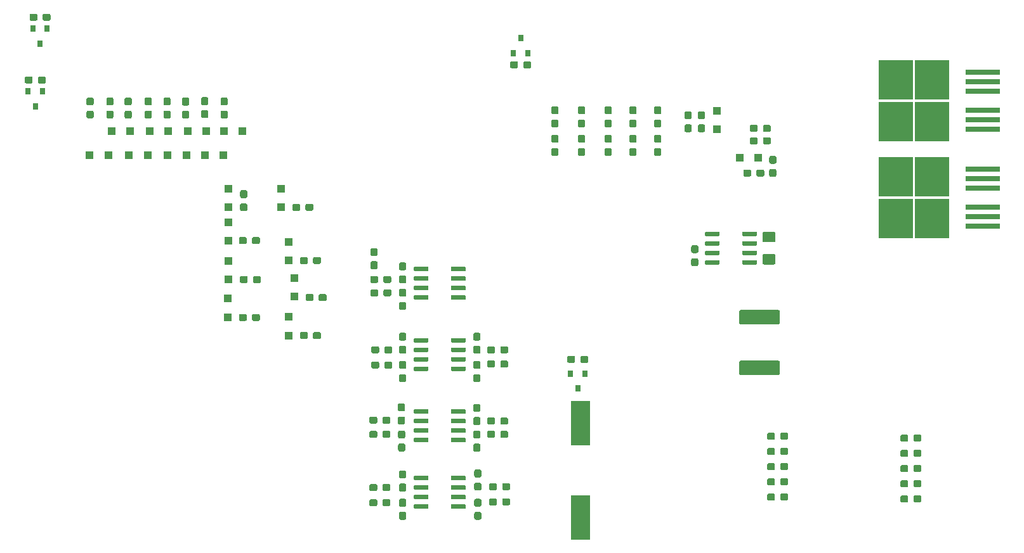
<source format=gbr>
G04 #@! TF.GenerationSoftware,KiCad,Pcbnew,(5.1.4)-1*
G04 #@! TF.CreationDate,2019-12-13T14:43:06-06:00*
G04 #@! TF.ProjectId,2020_BMSBOARD,32303230-5f42-44d5-9342-4f4152442e6b,rev?*
G04 #@! TF.SameCoordinates,Original*
G04 #@! TF.FileFunction,Paste,Top*
G04 #@! TF.FilePolarity,Positive*
%FSLAX46Y46*%
G04 Gerber Fmt 4.6, Leading zero omitted, Abs format (unit mm)*
G04 Created by KiCad (PCBNEW (5.1.4)-1) date 2019-12-13 14:43:06*
%MOMM*%
%LPD*%
G04 APERTURE LIST*
%ADD10R,2.500000X6.000000*%
%ADD11R,1.000000X1.000000*%
%ADD12C,0.100000*%
%ADD13C,0.600000*%
%ADD14C,0.950000*%
%ADD15R,4.550000X5.250000*%
%ADD16R,4.600000X0.800000*%
%ADD17R,0.800000X0.900000*%
%ADD18C,1.925000*%
%ADD19C,1.425000*%
G04 APERTURE END LIST*
D10*
X171831000Y-51616000D03*
X171831000Y-39016000D03*
D11*
X131826000Y-10160000D03*
X131826000Y-7660000D03*
X124841000Y-10160000D03*
X124841000Y-7660000D03*
D12*
G36*
X156349703Y-27640722D02*
G01*
X156364264Y-27642882D01*
X156378543Y-27646459D01*
X156392403Y-27651418D01*
X156405710Y-27657712D01*
X156418336Y-27665280D01*
X156430159Y-27674048D01*
X156441066Y-27683934D01*
X156450952Y-27694841D01*
X156459720Y-27706664D01*
X156467288Y-27719290D01*
X156473582Y-27732597D01*
X156478541Y-27746457D01*
X156482118Y-27760736D01*
X156484278Y-27775297D01*
X156485000Y-27790000D01*
X156485000Y-28090000D01*
X156484278Y-28104703D01*
X156482118Y-28119264D01*
X156478541Y-28133543D01*
X156473582Y-28147403D01*
X156467288Y-28160710D01*
X156459720Y-28173336D01*
X156450952Y-28185159D01*
X156441066Y-28196066D01*
X156430159Y-28205952D01*
X156418336Y-28214720D01*
X156405710Y-28222288D01*
X156392403Y-28228582D01*
X156378543Y-28233541D01*
X156364264Y-28237118D01*
X156349703Y-28239278D01*
X156335000Y-28240000D01*
X154685000Y-28240000D01*
X154670297Y-28239278D01*
X154655736Y-28237118D01*
X154641457Y-28233541D01*
X154627597Y-28228582D01*
X154614290Y-28222288D01*
X154601664Y-28214720D01*
X154589841Y-28205952D01*
X154578934Y-28196066D01*
X154569048Y-28185159D01*
X154560280Y-28173336D01*
X154552712Y-28160710D01*
X154546418Y-28147403D01*
X154541459Y-28133543D01*
X154537882Y-28119264D01*
X154535722Y-28104703D01*
X154535000Y-28090000D01*
X154535000Y-27790000D01*
X154535722Y-27775297D01*
X154537882Y-27760736D01*
X154541459Y-27746457D01*
X154546418Y-27732597D01*
X154552712Y-27719290D01*
X154560280Y-27706664D01*
X154569048Y-27694841D01*
X154578934Y-27683934D01*
X154589841Y-27674048D01*
X154601664Y-27665280D01*
X154614290Y-27657712D01*
X154627597Y-27651418D01*
X154641457Y-27646459D01*
X154655736Y-27642882D01*
X154670297Y-27640722D01*
X154685000Y-27640000D01*
X156335000Y-27640000D01*
X156349703Y-27640722D01*
X156349703Y-27640722D01*
G37*
D13*
X155510000Y-27940000D03*
D12*
G36*
X156349703Y-28910722D02*
G01*
X156364264Y-28912882D01*
X156378543Y-28916459D01*
X156392403Y-28921418D01*
X156405710Y-28927712D01*
X156418336Y-28935280D01*
X156430159Y-28944048D01*
X156441066Y-28953934D01*
X156450952Y-28964841D01*
X156459720Y-28976664D01*
X156467288Y-28989290D01*
X156473582Y-29002597D01*
X156478541Y-29016457D01*
X156482118Y-29030736D01*
X156484278Y-29045297D01*
X156485000Y-29060000D01*
X156485000Y-29360000D01*
X156484278Y-29374703D01*
X156482118Y-29389264D01*
X156478541Y-29403543D01*
X156473582Y-29417403D01*
X156467288Y-29430710D01*
X156459720Y-29443336D01*
X156450952Y-29455159D01*
X156441066Y-29466066D01*
X156430159Y-29475952D01*
X156418336Y-29484720D01*
X156405710Y-29492288D01*
X156392403Y-29498582D01*
X156378543Y-29503541D01*
X156364264Y-29507118D01*
X156349703Y-29509278D01*
X156335000Y-29510000D01*
X154685000Y-29510000D01*
X154670297Y-29509278D01*
X154655736Y-29507118D01*
X154641457Y-29503541D01*
X154627597Y-29498582D01*
X154614290Y-29492288D01*
X154601664Y-29484720D01*
X154589841Y-29475952D01*
X154578934Y-29466066D01*
X154569048Y-29455159D01*
X154560280Y-29443336D01*
X154552712Y-29430710D01*
X154546418Y-29417403D01*
X154541459Y-29403543D01*
X154537882Y-29389264D01*
X154535722Y-29374703D01*
X154535000Y-29360000D01*
X154535000Y-29060000D01*
X154535722Y-29045297D01*
X154537882Y-29030736D01*
X154541459Y-29016457D01*
X154546418Y-29002597D01*
X154552712Y-28989290D01*
X154560280Y-28976664D01*
X154569048Y-28964841D01*
X154578934Y-28953934D01*
X154589841Y-28944048D01*
X154601664Y-28935280D01*
X154614290Y-28927712D01*
X154627597Y-28921418D01*
X154641457Y-28916459D01*
X154655736Y-28912882D01*
X154670297Y-28910722D01*
X154685000Y-28910000D01*
X156335000Y-28910000D01*
X156349703Y-28910722D01*
X156349703Y-28910722D01*
G37*
D13*
X155510000Y-29210000D03*
D12*
G36*
X156349703Y-30180722D02*
G01*
X156364264Y-30182882D01*
X156378543Y-30186459D01*
X156392403Y-30191418D01*
X156405710Y-30197712D01*
X156418336Y-30205280D01*
X156430159Y-30214048D01*
X156441066Y-30223934D01*
X156450952Y-30234841D01*
X156459720Y-30246664D01*
X156467288Y-30259290D01*
X156473582Y-30272597D01*
X156478541Y-30286457D01*
X156482118Y-30300736D01*
X156484278Y-30315297D01*
X156485000Y-30330000D01*
X156485000Y-30630000D01*
X156484278Y-30644703D01*
X156482118Y-30659264D01*
X156478541Y-30673543D01*
X156473582Y-30687403D01*
X156467288Y-30700710D01*
X156459720Y-30713336D01*
X156450952Y-30725159D01*
X156441066Y-30736066D01*
X156430159Y-30745952D01*
X156418336Y-30754720D01*
X156405710Y-30762288D01*
X156392403Y-30768582D01*
X156378543Y-30773541D01*
X156364264Y-30777118D01*
X156349703Y-30779278D01*
X156335000Y-30780000D01*
X154685000Y-30780000D01*
X154670297Y-30779278D01*
X154655736Y-30777118D01*
X154641457Y-30773541D01*
X154627597Y-30768582D01*
X154614290Y-30762288D01*
X154601664Y-30754720D01*
X154589841Y-30745952D01*
X154578934Y-30736066D01*
X154569048Y-30725159D01*
X154560280Y-30713336D01*
X154552712Y-30700710D01*
X154546418Y-30687403D01*
X154541459Y-30673543D01*
X154537882Y-30659264D01*
X154535722Y-30644703D01*
X154535000Y-30630000D01*
X154535000Y-30330000D01*
X154535722Y-30315297D01*
X154537882Y-30300736D01*
X154541459Y-30286457D01*
X154546418Y-30272597D01*
X154552712Y-30259290D01*
X154560280Y-30246664D01*
X154569048Y-30234841D01*
X154578934Y-30223934D01*
X154589841Y-30214048D01*
X154601664Y-30205280D01*
X154614290Y-30197712D01*
X154627597Y-30191418D01*
X154641457Y-30186459D01*
X154655736Y-30182882D01*
X154670297Y-30180722D01*
X154685000Y-30180000D01*
X156335000Y-30180000D01*
X156349703Y-30180722D01*
X156349703Y-30180722D01*
G37*
D13*
X155510000Y-30480000D03*
D12*
G36*
X156349703Y-31450722D02*
G01*
X156364264Y-31452882D01*
X156378543Y-31456459D01*
X156392403Y-31461418D01*
X156405710Y-31467712D01*
X156418336Y-31475280D01*
X156430159Y-31484048D01*
X156441066Y-31493934D01*
X156450952Y-31504841D01*
X156459720Y-31516664D01*
X156467288Y-31529290D01*
X156473582Y-31542597D01*
X156478541Y-31556457D01*
X156482118Y-31570736D01*
X156484278Y-31585297D01*
X156485000Y-31600000D01*
X156485000Y-31900000D01*
X156484278Y-31914703D01*
X156482118Y-31929264D01*
X156478541Y-31943543D01*
X156473582Y-31957403D01*
X156467288Y-31970710D01*
X156459720Y-31983336D01*
X156450952Y-31995159D01*
X156441066Y-32006066D01*
X156430159Y-32015952D01*
X156418336Y-32024720D01*
X156405710Y-32032288D01*
X156392403Y-32038582D01*
X156378543Y-32043541D01*
X156364264Y-32047118D01*
X156349703Y-32049278D01*
X156335000Y-32050000D01*
X154685000Y-32050000D01*
X154670297Y-32049278D01*
X154655736Y-32047118D01*
X154641457Y-32043541D01*
X154627597Y-32038582D01*
X154614290Y-32032288D01*
X154601664Y-32024720D01*
X154589841Y-32015952D01*
X154578934Y-32006066D01*
X154569048Y-31995159D01*
X154560280Y-31983336D01*
X154552712Y-31970710D01*
X154546418Y-31957403D01*
X154541459Y-31943543D01*
X154537882Y-31929264D01*
X154535722Y-31914703D01*
X154535000Y-31900000D01*
X154535000Y-31600000D01*
X154535722Y-31585297D01*
X154537882Y-31570736D01*
X154541459Y-31556457D01*
X154546418Y-31542597D01*
X154552712Y-31529290D01*
X154560280Y-31516664D01*
X154569048Y-31504841D01*
X154578934Y-31493934D01*
X154589841Y-31484048D01*
X154601664Y-31475280D01*
X154614290Y-31467712D01*
X154627597Y-31461418D01*
X154641457Y-31456459D01*
X154655736Y-31452882D01*
X154670297Y-31450722D01*
X154685000Y-31450000D01*
X156335000Y-31450000D01*
X156349703Y-31450722D01*
X156349703Y-31450722D01*
G37*
D13*
X155510000Y-31750000D03*
D12*
G36*
X151399703Y-31450722D02*
G01*
X151414264Y-31452882D01*
X151428543Y-31456459D01*
X151442403Y-31461418D01*
X151455710Y-31467712D01*
X151468336Y-31475280D01*
X151480159Y-31484048D01*
X151491066Y-31493934D01*
X151500952Y-31504841D01*
X151509720Y-31516664D01*
X151517288Y-31529290D01*
X151523582Y-31542597D01*
X151528541Y-31556457D01*
X151532118Y-31570736D01*
X151534278Y-31585297D01*
X151535000Y-31600000D01*
X151535000Y-31900000D01*
X151534278Y-31914703D01*
X151532118Y-31929264D01*
X151528541Y-31943543D01*
X151523582Y-31957403D01*
X151517288Y-31970710D01*
X151509720Y-31983336D01*
X151500952Y-31995159D01*
X151491066Y-32006066D01*
X151480159Y-32015952D01*
X151468336Y-32024720D01*
X151455710Y-32032288D01*
X151442403Y-32038582D01*
X151428543Y-32043541D01*
X151414264Y-32047118D01*
X151399703Y-32049278D01*
X151385000Y-32050000D01*
X149735000Y-32050000D01*
X149720297Y-32049278D01*
X149705736Y-32047118D01*
X149691457Y-32043541D01*
X149677597Y-32038582D01*
X149664290Y-32032288D01*
X149651664Y-32024720D01*
X149639841Y-32015952D01*
X149628934Y-32006066D01*
X149619048Y-31995159D01*
X149610280Y-31983336D01*
X149602712Y-31970710D01*
X149596418Y-31957403D01*
X149591459Y-31943543D01*
X149587882Y-31929264D01*
X149585722Y-31914703D01*
X149585000Y-31900000D01*
X149585000Y-31600000D01*
X149585722Y-31585297D01*
X149587882Y-31570736D01*
X149591459Y-31556457D01*
X149596418Y-31542597D01*
X149602712Y-31529290D01*
X149610280Y-31516664D01*
X149619048Y-31504841D01*
X149628934Y-31493934D01*
X149639841Y-31484048D01*
X149651664Y-31475280D01*
X149664290Y-31467712D01*
X149677597Y-31461418D01*
X149691457Y-31456459D01*
X149705736Y-31452882D01*
X149720297Y-31450722D01*
X149735000Y-31450000D01*
X151385000Y-31450000D01*
X151399703Y-31450722D01*
X151399703Y-31450722D01*
G37*
D13*
X150560000Y-31750000D03*
D12*
G36*
X151399703Y-30180722D02*
G01*
X151414264Y-30182882D01*
X151428543Y-30186459D01*
X151442403Y-30191418D01*
X151455710Y-30197712D01*
X151468336Y-30205280D01*
X151480159Y-30214048D01*
X151491066Y-30223934D01*
X151500952Y-30234841D01*
X151509720Y-30246664D01*
X151517288Y-30259290D01*
X151523582Y-30272597D01*
X151528541Y-30286457D01*
X151532118Y-30300736D01*
X151534278Y-30315297D01*
X151535000Y-30330000D01*
X151535000Y-30630000D01*
X151534278Y-30644703D01*
X151532118Y-30659264D01*
X151528541Y-30673543D01*
X151523582Y-30687403D01*
X151517288Y-30700710D01*
X151509720Y-30713336D01*
X151500952Y-30725159D01*
X151491066Y-30736066D01*
X151480159Y-30745952D01*
X151468336Y-30754720D01*
X151455710Y-30762288D01*
X151442403Y-30768582D01*
X151428543Y-30773541D01*
X151414264Y-30777118D01*
X151399703Y-30779278D01*
X151385000Y-30780000D01*
X149735000Y-30780000D01*
X149720297Y-30779278D01*
X149705736Y-30777118D01*
X149691457Y-30773541D01*
X149677597Y-30768582D01*
X149664290Y-30762288D01*
X149651664Y-30754720D01*
X149639841Y-30745952D01*
X149628934Y-30736066D01*
X149619048Y-30725159D01*
X149610280Y-30713336D01*
X149602712Y-30700710D01*
X149596418Y-30687403D01*
X149591459Y-30673543D01*
X149587882Y-30659264D01*
X149585722Y-30644703D01*
X149585000Y-30630000D01*
X149585000Y-30330000D01*
X149585722Y-30315297D01*
X149587882Y-30300736D01*
X149591459Y-30286457D01*
X149596418Y-30272597D01*
X149602712Y-30259290D01*
X149610280Y-30246664D01*
X149619048Y-30234841D01*
X149628934Y-30223934D01*
X149639841Y-30214048D01*
X149651664Y-30205280D01*
X149664290Y-30197712D01*
X149677597Y-30191418D01*
X149691457Y-30186459D01*
X149705736Y-30182882D01*
X149720297Y-30180722D01*
X149735000Y-30180000D01*
X151385000Y-30180000D01*
X151399703Y-30180722D01*
X151399703Y-30180722D01*
G37*
D13*
X150560000Y-30480000D03*
D12*
G36*
X151399703Y-28910722D02*
G01*
X151414264Y-28912882D01*
X151428543Y-28916459D01*
X151442403Y-28921418D01*
X151455710Y-28927712D01*
X151468336Y-28935280D01*
X151480159Y-28944048D01*
X151491066Y-28953934D01*
X151500952Y-28964841D01*
X151509720Y-28976664D01*
X151517288Y-28989290D01*
X151523582Y-29002597D01*
X151528541Y-29016457D01*
X151532118Y-29030736D01*
X151534278Y-29045297D01*
X151535000Y-29060000D01*
X151535000Y-29360000D01*
X151534278Y-29374703D01*
X151532118Y-29389264D01*
X151528541Y-29403543D01*
X151523582Y-29417403D01*
X151517288Y-29430710D01*
X151509720Y-29443336D01*
X151500952Y-29455159D01*
X151491066Y-29466066D01*
X151480159Y-29475952D01*
X151468336Y-29484720D01*
X151455710Y-29492288D01*
X151442403Y-29498582D01*
X151428543Y-29503541D01*
X151414264Y-29507118D01*
X151399703Y-29509278D01*
X151385000Y-29510000D01*
X149735000Y-29510000D01*
X149720297Y-29509278D01*
X149705736Y-29507118D01*
X149691457Y-29503541D01*
X149677597Y-29498582D01*
X149664290Y-29492288D01*
X149651664Y-29484720D01*
X149639841Y-29475952D01*
X149628934Y-29466066D01*
X149619048Y-29455159D01*
X149610280Y-29443336D01*
X149602712Y-29430710D01*
X149596418Y-29417403D01*
X149591459Y-29403543D01*
X149587882Y-29389264D01*
X149585722Y-29374703D01*
X149585000Y-29360000D01*
X149585000Y-29060000D01*
X149585722Y-29045297D01*
X149587882Y-29030736D01*
X149591459Y-29016457D01*
X149596418Y-29002597D01*
X149602712Y-28989290D01*
X149610280Y-28976664D01*
X149619048Y-28964841D01*
X149628934Y-28953934D01*
X149639841Y-28944048D01*
X149651664Y-28935280D01*
X149664290Y-28927712D01*
X149677597Y-28921418D01*
X149691457Y-28916459D01*
X149705736Y-28912882D01*
X149720297Y-28910722D01*
X149735000Y-28910000D01*
X151385000Y-28910000D01*
X151399703Y-28910722D01*
X151399703Y-28910722D01*
G37*
D13*
X150560000Y-29210000D03*
D12*
G36*
X151399703Y-27640722D02*
G01*
X151414264Y-27642882D01*
X151428543Y-27646459D01*
X151442403Y-27651418D01*
X151455710Y-27657712D01*
X151468336Y-27665280D01*
X151480159Y-27674048D01*
X151491066Y-27683934D01*
X151500952Y-27694841D01*
X151509720Y-27706664D01*
X151517288Y-27719290D01*
X151523582Y-27732597D01*
X151528541Y-27746457D01*
X151532118Y-27760736D01*
X151534278Y-27775297D01*
X151535000Y-27790000D01*
X151535000Y-28090000D01*
X151534278Y-28104703D01*
X151532118Y-28119264D01*
X151528541Y-28133543D01*
X151523582Y-28147403D01*
X151517288Y-28160710D01*
X151509720Y-28173336D01*
X151500952Y-28185159D01*
X151491066Y-28196066D01*
X151480159Y-28205952D01*
X151468336Y-28214720D01*
X151455710Y-28222288D01*
X151442403Y-28228582D01*
X151428543Y-28233541D01*
X151414264Y-28237118D01*
X151399703Y-28239278D01*
X151385000Y-28240000D01*
X149735000Y-28240000D01*
X149720297Y-28239278D01*
X149705736Y-28237118D01*
X149691457Y-28233541D01*
X149677597Y-28228582D01*
X149664290Y-28222288D01*
X149651664Y-28214720D01*
X149639841Y-28205952D01*
X149628934Y-28196066D01*
X149619048Y-28185159D01*
X149610280Y-28173336D01*
X149602712Y-28160710D01*
X149596418Y-28147403D01*
X149591459Y-28133543D01*
X149587882Y-28119264D01*
X149585722Y-28104703D01*
X149585000Y-28090000D01*
X149585000Y-27790000D01*
X149585722Y-27775297D01*
X149587882Y-27760736D01*
X149591459Y-27746457D01*
X149596418Y-27732597D01*
X149602712Y-27719290D01*
X149610280Y-27706664D01*
X149619048Y-27694841D01*
X149628934Y-27683934D01*
X149639841Y-27674048D01*
X149651664Y-27665280D01*
X149664290Y-27657712D01*
X149677597Y-27651418D01*
X149691457Y-27646459D01*
X149705736Y-27642882D01*
X149720297Y-27640722D01*
X149735000Y-27640000D01*
X151385000Y-27640000D01*
X151399703Y-27640722D01*
X151399703Y-27640722D01*
G37*
D13*
X150560000Y-27940000D03*
D12*
G36*
X156349703Y-46055722D02*
G01*
X156364264Y-46057882D01*
X156378543Y-46061459D01*
X156392403Y-46066418D01*
X156405710Y-46072712D01*
X156418336Y-46080280D01*
X156430159Y-46089048D01*
X156441066Y-46098934D01*
X156450952Y-46109841D01*
X156459720Y-46121664D01*
X156467288Y-46134290D01*
X156473582Y-46147597D01*
X156478541Y-46161457D01*
X156482118Y-46175736D01*
X156484278Y-46190297D01*
X156485000Y-46205000D01*
X156485000Y-46505000D01*
X156484278Y-46519703D01*
X156482118Y-46534264D01*
X156478541Y-46548543D01*
X156473582Y-46562403D01*
X156467288Y-46575710D01*
X156459720Y-46588336D01*
X156450952Y-46600159D01*
X156441066Y-46611066D01*
X156430159Y-46620952D01*
X156418336Y-46629720D01*
X156405710Y-46637288D01*
X156392403Y-46643582D01*
X156378543Y-46648541D01*
X156364264Y-46652118D01*
X156349703Y-46654278D01*
X156335000Y-46655000D01*
X154685000Y-46655000D01*
X154670297Y-46654278D01*
X154655736Y-46652118D01*
X154641457Y-46648541D01*
X154627597Y-46643582D01*
X154614290Y-46637288D01*
X154601664Y-46629720D01*
X154589841Y-46620952D01*
X154578934Y-46611066D01*
X154569048Y-46600159D01*
X154560280Y-46588336D01*
X154552712Y-46575710D01*
X154546418Y-46562403D01*
X154541459Y-46548543D01*
X154537882Y-46534264D01*
X154535722Y-46519703D01*
X154535000Y-46505000D01*
X154535000Y-46205000D01*
X154535722Y-46190297D01*
X154537882Y-46175736D01*
X154541459Y-46161457D01*
X154546418Y-46147597D01*
X154552712Y-46134290D01*
X154560280Y-46121664D01*
X154569048Y-46109841D01*
X154578934Y-46098934D01*
X154589841Y-46089048D01*
X154601664Y-46080280D01*
X154614290Y-46072712D01*
X154627597Y-46066418D01*
X154641457Y-46061459D01*
X154655736Y-46057882D01*
X154670297Y-46055722D01*
X154685000Y-46055000D01*
X156335000Y-46055000D01*
X156349703Y-46055722D01*
X156349703Y-46055722D01*
G37*
D13*
X155510000Y-46355000D03*
D12*
G36*
X156349703Y-47325722D02*
G01*
X156364264Y-47327882D01*
X156378543Y-47331459D01*
X156392403Y-47336418D01*
X156405710Y-47342712D01*
X156418336Y-47350280D01*
X156430159Y-47359048D01*
X156441066Y-47368934D01*
X156450952Y-47379841D01*
X156459720Y-47391664D01*
X156467288Y-47404290D01*
X156473582Y-47417597D01*
X156478541Y-47431457D01*
X156482118Y-47445736D01*
X156484278Y-47460297D01*
X156485000Y-47475000D01*
X156485000Y-47775000D01*
X156484278Y-47789703D01*
X156482118Y-47804264D01*
X156478541Y-47818543D01*
X156473582Y-47832403D01*
X156467288Y-47845710D01*
X156459720Y-47858336D01*
X156450952Y-47870159D01*
X156441066Y-47881066D01*
X156430159Y-47890952D01*
X156418336Y-47899720D01*
X156405710Y-47907288D01*
X156392403Y-47913582D01*
X156378543Y-47918541D01*
X156364264Y-47922118D01*
X156349703Y-47924278D01*
X156335000Y-47925000D01*
X154685000Y-47925000D01*
X154670297Y-47924278D01*
X154655736Y-47922118D01*
X154641457Y-47918541D01*
X154627597Y-47913582D01*
X154614290Y-47907288D01*
X154601664Y-47899720D01*
X154589841Y-47890952D01*
X154578934Y-47881066D01*
X154569048Y-47870159D01*
X154560280Y-47858336D01*
X154552712Y-47845710D01*
X154546418Y-47832403D01*
X154541459Y-47818543D01*
X154537882Y-47804264D01*
X154535722Y-47789703D01*
X154535000Y-47775000D01*
X154535000Y-47475000D01*
X154535722Y-47460297D01*
X154537882Y-47445736D01*
X154541459Y-47431457D01*
X154546418Y-47417597D01*
X154552712Y-47404290D01*
X154560280Y-47391664D01*
X154569048Y-47379841D01*
X154578934Y-47368934D01*
X154589841Y-47359048D01*
X154601664Y-47350280D01*
X154614290Y-47342712D01*
X154627597Y-47336418D01*
X154641457Y-47331459D01*
X154655736Y-47327882D01*
X154670297Y-47325722D01*
X154685000Y-47325000D01*
X156335000Y-47325000D01*
X156349703Y-47325722D01*
X156349703Y-47325722D01*
G37*
D13*
X155510000Y-47625000D03*
D12*
G36*
X156349703Y-48595722D02*
G01*
X156364264Y-48597882D01*
X156378543Y-48601459D01*
X156392403Y-48606418D01*
X156405710Y-48612712D01*
X156418336Y-48620280D01*
X156430159Y-48629048D01*
X156441066Y-48638934D01*
X156450952Y-48649841D01*
X156459720Y-48661664D01*
X156467288Y-48674290D01*
X156473582Y-48687597D01*
X156478541Y-48701457D01*
X156482118Y-48715736D01*
X156484278Y-48730297D01*
X156485000Y-48745000D01*
X156485000Y-49045000D01*
X156484278Y-49059703D01*
X156482118Y-49074264D01*
X156478541Y-49088543D01*
X156473582Y-49102403D01*
X156467288Y-49115710D01*
X156459720Y-49128336D01*
X156450952Y-49140159D01*
X156441066Y-49151066D01*
X156430159Y-49160952D01*
X156418336Y-49169720D01*
X156405710Y-49177288D01*
X156392403Y-49183582D01*
X156378543Y-49188541D01*
X156364264Y-49192118D01*
X156349703Y-49194278D01*
X156335000Y-49195000D01*
X154685000Y-49195000D01*
X154670297Y-49194278D01*
X154655736Y-49192118D01*
X154641457Y-49188541D01*
X154627597Y-49183582D01*
X154614290Y-49177288D01*
X154601664Y-49169720D01*
X154589841Y-49160952D01*
X154578934Y-49151066D01*
X154569048Y-49140159D01*
X154560280Y-49128336D01*
X154552712Y-49115710D01*
X154546418Y-49102403D01*
X154541459Y-49088543D01*
X154537882Y-49074264D01*
X154535722Y-49059703D01*
X154535000Y-49045000D01*
X154535000Y-48745000D01*
X154535722Y-48730297D01*
X154537882Y-48715736D01*
X154541459Y-48701457D01*
X154546418Y-48687597D01*
X154552712Y-48674290D01*
X154560280Y-48661664D01*
X154569048Y-48649841D01*
X154578934Y-48638934D01*
X154589841Y-48629048D01*
X154601664Y-48620280D01*
X154614290Y-48612712D01*
X154627597Y-48606418D01*
X154641457Y-48601459D01*
X154655736Y-48597882D01*
X154670297Y-48595722D01*
X154685000Y-48595000D01*
X156335000Y-48595000D01*
X156349703Y-48595722D01*
X156349703Y-48595722D01*
G37*
D13*
X155510000Y-48895000D03*
D12*
G36*
X156349703Y-49865722D02*
G01*
X156364264Y-49867882D01*
X156378543Y-49871459D01*
X156392403Y-49876418D01*
X156405710Y-49882712D01*
X156418336Y-49890280D01*
X156430159Y-49899048D01*
X156441066Y-49908934D01*
X156450952Y-49919841D01*
X156459720Y-49931664D01*
X156467288Y-49944290D01*
X156473582Y-49957597D01*
X156478541Y-49971457D01*
X156482118Y-49985736D01*
X156484278Y-50000297D01*
X156485000Y-50015000D01*
X156485000Y-50315000D01*
X156484278Y-50329703D01*
X156482118Y-50344264D01*
X156478541Y-50358543D01*
X156473582Y-50372403D01*
X156467288Y-50385710D01*
X156459720Y-50398336D01*
X156450952Y-50410159D01*
X156441066Y-50421066D01*
X156430159Y-50430952D01*
X156418336Y-50439720D01*
X156405710Y-50447288D01*
X156392403Y-50453582D01*
X156378543Y-50458541D01*
X156364264Y-50462118D01*
X156349703Y-50464278D01*
X156335000Y-50465000D01*
X154685000Y-50465000D01*
X154670297Y-50464278D01*
X154655736Y-50462118D01*
X154641457Y-50458541D01*
X154627597Y-50453582D01*
X154614290Y-50447288D01*
X154601664Y-50439720D01*
X154589841Y-50430952D01*
X154578934Y-50421066D01*
X154569048Y-50410159D01*
X154560280Y-50398336D01*
X154552712Y-50385710D01*
X154546418Y-50372403D01*
X154541459Y-50358543D01*
X154537882Y-50344264D01*
X154535722Y-50329703D01*
X154535000Y-50315000D01*
X154535000Y-50015000D01*
X154535722Y-50000297D01*
X154537882Y-49985736D01*
X154541459Y-49971457D01*
X154546418Y-49957597D01*
X154552712Y-49944290D01*
X154560280Y-49931664D01*
X154569048Y-49919841D01*
X154578934Y-49908934D01*
X154589841Y-49899048D01*
X154601664Y-49890280D01*
X154614290Y-49882712D01*
X154627597Y-49876418D01*
X154641457Y-49871459D01*
X154655736Y-49867882D01*
X154670297Y-49865722D01*
X154685000Y-49865000D01*
X156335000Y-49865000D01*
X156349703Y-49865722D01*
X156349703Y-49865722D01*
G37*
D13*
X155510000Y-50165000D03*
D12*
G36*
X151399703Y-49865722D02*
G01*
X151414264Y-49867882D01*
X151428543Y-49871459D01*
X151442403Y-49876418D01*
X151455710Y-49882712D01*
X151468336Y-49890280D01*
X151480159Y-49899048D01*
X151491066Y-49908934D01*
X151500952Y-49919841D01*
X151509720Y-49931664D01*
X151517288Y-49944290D01*
X151523582Y-49957597D01*
X151528541Y-49971457D01*
X151532118Y-49985736D01*
X151534278Y-50000297D01*
X151535000Y-50015000D01*
X151535000Y-50315000D01*
X151534278Y-50329703D01*
X151532118Y-50344264D01*
X151528541Y-50358543D01*
X151523582Y-50372403D01*
X151517288Y-50385710D01*
X151509720Y-50398336D01*
X151500952Y-50410159D01*
X151491066Y-50421066D01*
X151480159Y-50430952D01*
X151468336Y-50439720D01*
X151455710Y-50447288D01*
X151442403Y-50453582D01*
X151428543Y-50458541D01*
X151414264Y-50462118D01*
X151399703Y-50464278D01*
X151385000Y-50465000D01*
X149735000Y-50465000D01*
X149720297Y-50464278D01*
X149705736Y-50462118D01*
X149691457Y-50458541D01*
X149677597Y-50453582D01*
X149664290Y-50447288D01*
X149651664Y-50439720D01*
X149639841Y-50430952D01*
X149628934Y-50421066D01*
X149619048Y-50410159D01*
X149610280Y-50398336D01*
X149602712Y-50385710D01*
X149596418Y-50372403D01*
X149591459Y-50358543D01*
X149587882Y-50344264D01*
X149585722Y-50329703D01*
X149585000Y-50315000D01*
X149585000Y-50015000D01*
X149585722Y-50000297D01*
X149587882Y-49985736D01*
X149591459Y-49971457D01*
X149596418Y-49957597D01*
X149602712Y-49944290D01*
X149610280Y-49931664D01*
X149619048Y-49919841D01*
X149628934Y-49908934D01*
X149639841Y-49899048D01*
X149651664Y-49890280D01*
X149664290Y-49882712D01*
X149677597Y-49876418D01*
X149691457Y-49871459D01*
X149705736Y-49867882D01*
X149720297Y-49865722D01*
X149735000Y-49865000D01*
X151385000Y-49865000D01*
X151399703Y-49865722D01*
X151399703Y-49865722D01*
G37*
D13*
X150560000Y-50165000D03*
D12*
G36*
X151399703Y-48595722D02*
G01*
X151414264Y-48597882D01*
X151428543Y-48601459D01*
X151442403Y-48606418D01*
X151455710Y-48612712D01*
X151468336Y-48620280D01*
X151480159Y-48629048D01*
X151491066Y-48638934D01*
X151500952Y-48649841D01*
X151509720Y-48661664D01*
X151517288Y-48674290D01*
X151523582Y-48687597D01*
X151528541Y-48701457D01*
X151532118Y-48715736D01*
X151534278Y-48730297D01*
X151535000Y-48745000D01*
X151535000Y-49045000D01*
X151534278Y-49059703D01*
X151532118Y-49074264D01*
X151528541Y-49088543D01*
X151523582Y-49102403D01*
X151517288Y-49115710D01*
X151509720Y-49128336D01*
X151500952Y-49140159D01*
X151491066Y-49151066D01*
X151480159Y-49160952D01*
X151468336Y-49169720D01*
X151455710Y-49177288D01*
X151442403Y-49183582D01*
X151428543Y-49188541D01*
X151414264Y-49192118D01*
X151399703Y-49194278D01*
X151385000Y-49195000D01*
X149735000Y-49195000D01*
X149720297Y-49194278D01*
X149705736Y-49192118D01*
X149691457Y-49188541D01*
X149677597Y-49183582D01*
X149664290Y-49177288D01*
X149651664Y-49169720D01*
X149639841Y-49160952D01*
X149628934Y-49151066D01*
X149619048Y-49140159D01*
X149610280Y-49128336D01*
X149602712Y-49115710D01*
X149596418Y-49102403D01*
X149591459Y-49088543D01*
X149587882Y-49074264D01*
X149585722Y-49059703D01*
X149585000Y-49045000D01*
X149585000Y-48745000D01*
X149585722Y-48730297D01*
X149587882Y-48715736D01*
X149591459Y-48701457D01*
X149596418Y-48687597D01*
X149602712Y-48674290D01*
X149610280Y-48661664D01*
X149619048Y-48649841D01*
X149628934Y-48638934D01*
X149639841Y-48629048D01*
X149651664Y-48620280D01*
X149664290Y-48612712D01*
X149677597Y-48606418D01*
X149691457Y-48601459D01*
X149705736Y-48597882D01*
X149720297Y-48595722D01*
X149735000Y-48595000D01*
X151385000Y-48595000D01*
X151399703Y-48595722D01*
X151399703Y-48595722D01*
G37*
D13*
X150560000Y-48895000D03*
D12*
G36*
X151399703Y-47325722D02*
G01*
X151414264Y-47327882D01*
X151428543Y-47331459D01*
X151442403Y-47336418D01*
X151455710Y-47342712D01*
X151468336Y-47350280D01*
X151480159Y-47359048D01*
X151491066Y-47368934D01*
X151500952Y-47379841D01*
X151509720Y-47391664D01*
X151517288Y-47404290D01*
X151523582Y-47417597D01*
X151528541Y-47431457D01*
X151532118Y-47445736D01*
X151534278Y-47460297D01*
X151535000Y-47475000D01*
X151535000Y-47775000D01*
X151534278Y-47789703D01*
X151532118Y-47804264D01*
X151528541Y-47818543D01*
X151523582Y-47832403D01*
X151517288Y-47845710D01*
X151509720Y-47858336D01*
X151500952Y-47870159D01*
X151491066Y-47881066D01*
X151480159Y-47890952D01*
X151468336Y-47899720D01*
X151455710Y-47907288D01*
X151442403Y-47913582D01*
X151428543Y-47918541D01*
X151414264Y-47922118D01*
X151399703Y-47924278D01*
X151385000Y-47925000D01*
X149735000Y-47925000D01*
X149720297Y-47924278D01*
X149705736Y-47922118D01*
X149691457Y-47918541D01*
X149677597Y-47913582D01*
X149664290Y-47907288D01*
X149651664Y-47899720D01*
X149639841Y-47890952D01*
X149628934Y-47881066D01*
X149619048Y-47870159D01*
X149610280Y-47858336D01*
X149602712Y-47845710D01*
X149596418Y-47832403D01*
X149591459Y-47818543D01*
X149587882Y-47804264D01*
X149585722Y-47789703D01*
X149585000Y-47775000D01*
X149585000Y-47475000D01*
X149585722Y-47460297D01*
X149587882Y-47445736D01*
X149591459Y-47431457D01*
X149596418Y-47417597D01*
X149602712Y-47404290D01*
X149610280Y-47391664D01*
X149619048Y-47379841D01*
X149628934Y-47368934D01*
X149639841Y-47359048D01*
X149651664Y-47350280D01*
X149664290Y-47342712D01*
X149677597Y-47336418D01*
X149691457Y-47331459D01*
X149705736Y-47327882D01*
X149720297Y-47325722D01*
X149735000Y-47325000D01*
X151385000Y-47325000D01*
X151399703Y-47325722D01*
X151399703Y-47325722D01*
G37*
D13*
X150560000Y-47625000D03*
D12*
G36*
X151399703Y-46055722D02*
G01*
X151414264Y-46057882D01*
X151428543Y-46061459D01*
X151442403Y-46066418D01*
X151455710Y-46072712D01*
X151468336Y-46080280D01*
X151480159Y-46089048D01*
X151491066Y-46098934D01*
X151500952Y-46109841D01*
X151509720Y-46121664D01*
X151517288Y-46134290D01*
X151523582Y-46147597D01*
X151528541Y-46161457D01*
X151532118Y-46175736D01*
X151534278Y-46190297D01*
X151535000Y-46205000D01*
X151535000Y-46505000D01*
X151534278Y-46519703D01*
X151532118Y-46534264D01*
X151528541Y-46548543D01*
X151523582Y-46562403D01*
X151517288Y-46575710D01*
X151509720Y-46588336D01*
X151500952Y-46600159D01*
X151491066Y-46611066D01*
X151480159Y-46620952D01*
X151468336Y-46629720D01*
X151455710Y-46637288D01*
X151442403Y-46643582D01*
X151428543Y-46648541D01*
X151414264Y-46652118D01*
X151399703Y-46654278D01*
X151385000Y-46655000D01*
X149735000Y-46655000D01*
X149720297Y-46654278D01*
X149705736Y-46652118D01*
X149691457Y-46648541D01*
X149677597Y-46643582D01*
X149664290Y-46637288D01*
X149651664Y-46629720D01*
X149639841Y-46620952D01*
X149628934Y-46611066D01*
X149619048Y-46600159D01*
X149610280Y-46588336D01*
X149602712Y-46575710D01*
X149596418Y-46562403D01*
X149591459Y-46548543D01*
X149587882Y-46534264D01*
X149585722Y-46519703D01*
X149585000Y-46505000D01*
X149585000Y-46205000D01*
X149585722Y-46190297D01*
X149587882Y-46175736D01*
X149591459Y-46161457D01*
X149596418Y-46147597D01*
X149602712Y-46134290D01*
X149610280Y-46121664D01*
X149619048Y-46109841D01*
X149628934Y-46098934D01*
X149639841Y-46089048D01*
X149651664Y-46080280D01*
X149664290Y-46072712D01*
X149677597Y-46066418D01*
X149691457Y-46061459D01*
X149705736Y-46057882D01*
X149720297Y-46055722D01*
X149735000Y-46055000D01*
X151385000Y-46055000D01*
X151399703Y-46055722D01*
X151399703Y-46055722D01*
G37*
D13*
X150560000Y-46355000D03*
D11*
X124166000Y-3175000D03*
X121666000Y-3175000D03*
X121900000Y0D03*
X119400000Y0D03*
X119213000Y-3175000D03*
X116713000Y-3175000D03*
X116820000Y0D03*
X114320000Y0D03*
X114046000Y-3175000D03*
X111546000Y-3175000D03*
X111740000Y0D03*
X109240000Y0D03*
X108819000Y-3175000D03*
X106319000Y-3175000D03*
X133604000Y-22098000D03*
X133604000Y-19598000D03*
X132842000Y-24805000D03*
X132842000Y-27305000D03*
D12*
G36*
X161953779Y-38261144D02*
G01*
X161976834Y-38264563D01*
X161999443Y-38270227D01*
X162021387Y-38278079D01*
X162042457Y-38288044D01*
X162062448Y-38300026D01*
X162081168Y-38313910D01*
X162098438Y-38329562D01*
X162114090Y-38346832D01*
X162127974Y-38365552D01*
X162139956Y-38385543D01*
X162149921Y-38406613D01*
X162157773Y-38428557D01*
X162163437Y-38451166D01*
X162166856Y-38474221D01*
X162168000Y-38497500D01*
X162168000Y-38972500D01*
X162166856Y-38995779D01*
X162163437Y-39018834D01*
X162157773Y-39041443D01*
X162149921Y-39063387D01*
X162139956Y-39084457D01*
X162127974Y-39104448D01*
X162114090Y-39123168D01*
X162098438Y-39140438D01*
X162081168Y-39156090D01*
X162062448Y-39169974D01*
X162042457Y-39181956D01*
X162021387Y-39191921D01*
X161999443Y-39199773D01*
X161976834Y-39205437D01*
X161953779Y-39208856D01*
X161930500Y-39210000D01*
X161355500Y-39210000D01*
X161332221Y-39208856D01*
X161309166Y-39205437D01*
X161286557Y-39199773D01*
X161264613Y-39191921D01*
X161243543Y-39181956D01*
X161223552Y-39169974D01*
X161204832Y-39156090D01*
X161187562Y-39140438D01*
X161171910Y-39123168D01*
X161158026Y-39104448D01*
X161146044Y-39084457D01*
X161136079Y-39063387D01*
X161128227Y-39041443D01*
X161122563Y-39018834D01*
X161119144Y-38995779D01*
X161118000Y-38972500D01*
X161118000Y-38497500D01*
X161119144Y-38474221D01*
X161122563Y-38451166D01*
X161128227Y-38428557D01*
X161136079Y-38406613D01*
X161146044Y-38385543D01*
X161158026Y-38365552D01*
X161171910Y-38346832D01*
X161187562Y-38329562D01*
X161204832Y-38313910D01*
X161223552Y-38300026D01*
X161243543Y-38288044D01*
X161264613Y-38278079D01*
X161286557Y-38270227D01*
X161309166Y-38264563D01*
X161332221Y-38261144D01*
X161355500Y-38260000D01*
X161930500Y-38260000D01*
X161953779Y-38261144D01*
X161953779Y-38261144D01*
G37*
D14*
X161643000Y-38735000D03*
D12*
G36*
X160203779Y-38261144D02*
G01*
X160226834Y-38264563D01*
X160249443Y-38270227D01*
X160271387Y-38278079D01*
X160292457Y-38288044D01*
X160312448Y-38300026D01*
X160331168Y-38313910D01*
X160348438Y-38329562D01*
X160364090Y-38346832D01*
X160377974Y-38365552D01*
X160389956Y-38385543D01*
X160399921Y-38406613D01*
X160407773Y-38428557D01*
X160413437Y-38451166D01*
X160416856Y-38474221D01*
X160418000Y-38497500D01*
X160418000Y-38972500D01*
X160416856Y-38995779D01*
X160413437Y-39018834D01*
X160407773Y-39041443D01*
X160399921Y-39063387D01*
X160389956Y-39084457D01*
X160377974Y-39104448D01*
X160364090Y-39123168D01*
X160348438Y-39140438D01*
X160331168Y-39156090D01*
X160312448Y-39169974D01*
X160292457Y-39181956D01*
X160271387Y-39191921D01*
X160249443Y-39199773D01*
X160226834Y-39205437D01*
X160203779Y-39208856D01*
X160180500Y-39210000D01*
X159605500Y-39210000D01*
X159582221Y-39208856D01*
X159559166Y-39205437D01*
X159536557Y-39199773D01*
X159514613Y-39191921D01*
X159493543Y-39181956D01*
X159473552Y-39169974D01*
X159454832Y-39156090D01*
X159437562Y-39140438D01*
X159421910Y-39123168D01*
X159408026Y-39104448D01*
X159396044Y-39084457D01*
X159386079Y-39063387D01*
X159378227Y-39041443D01*
X159372563Y-39018834D01*
X159369144Y-38995779D01*
X159368000Y-38972500D01*
X159368000Y-38497500D01*
X159369144Y-38474221D01*
X159372563Y-38451166D01*
X159378227Y-38428557D01*
X159386079Y-38406613D01*
X159396044Y-38385543D01*
X159408026Y-38365552D01*
X159421910Y-38346832D01*
X159437562Y-38329562D01*
X159454832Y-38313910D01*
X159473552Y-38300026D01*
X159493543Y-38288044D01*
X159514613Y-38278079D01*
X159536557Y-38270227D01*
X159559166Y-38264563D01*
X159582221Y-38261144D01*
X159605500Y-38260000D01*
X160180500Y-38260000D01*
X160203779Y-38261144D01*
X160203779Y-38261144D01*
G37*
D14*
X159893000Y-38735000D03*
D12*
G36*
X128820779Y-24418144D02*
G01*
X128843834Y-24421563D01*
X128866443Y-24427227D01*
X128888387Y-24435079D01*
X128909457Y-24445044D01*
X128929448Y-24457026D01*
X128948168Y-24470910D01*
X128965438Y-24486562D01*
X128981090Y-24503832D01*
X128994974Y-24522552D01*
X129006956Y-24542543D01*
X129016921Y-24563613D01*
X129024773Y-24585557D01*
X129030437Y-24608166D01*
X129033856Y-24631221D01*
X129035000Y-24654500D01*
X129035000Y-25129500D01*
X129033856Y-25152779D01*
X129030437Y-25175834D01*
X129024773Y-25198443D01*
X129016921Y-25220387D01*
X129006956Y-25241457D01*
X128994974Y-25261448D01*
X128981090Y-25280168D01*
X128965438Y-25297438D01*
X128948168Y-25313090D01*
X128929448Y-25326974D01*
X128909457Y-25338956D01*
X128888387Y-25348921D01*
X128866443Y-25356773D01*
X128843834Y-25362437D01*
X128820779Y-25365856D01*
X128797500Y-25367000D01*
X128222500Y-25367000D01*
X128199221Y-25365856D01*
X128176166Y-25362437D01*
X128153557Y-25356773D01*
X128131613Y-25348921D01*
X128110543Y-25338956D01*
X128090552Y-25326974D01*
X128071832Y-25313090D01*
X128054562Y-25297438D01*
X128038910Y-25280168D01*
X128025026Y-25261448D01*
X128013044Y-25241457D01*
X128003079Y-25220387D01*
X127995227Y-25198443D01*
X127989563Y-25175834D01*
X127986144Y-25152779D01*
X127985000Y-25129500D01*
X127985000Y-24654500D01*
X127986144Y-24631221D01*
X127989563Y-24608166D01*
X127995227Y-24585557D01*
X128003079Y-24563613D01*
X128013044Y-24542543D01*
X128025026Y-24522552D01*
X128038910Y-24503832D01*
X128054562Y-24486562D01*
X128071832Y-24470910D01*
X128090552Y-24457026D01*
X128110543Y-24445044D01*
X128131613Y-24435079D01*
X128153557Y-24427227D01*
X128176166Y-24421563D01*
X128199221Y-24418144D01*
X128222500Y-24417000D01*
X128797500Y-24417000D01*
X128820779Y-24418144D01*
X128820779Y-24418144D01*
G37*
D14*
X128510000Y-24892000D03*
D12*
G36*
X127070779Y-24418144D02*
G01*
X127093834Y-24421563D01*
X127116443Y-24427227D01*
X127138387Y-24435079D01*
X127159457Y-24445044D01*
X127179448Y-24457026D01*
X127198168Y-24470910D01*
X127215438Y-24486562D01*
X127231090Y-24503832D01*
X127244974Y-24522552D01*
X127256956Y-24542543D01*
X127266921Y-24563613D01*
X127274773Y-24585557D01*
X127280437Y-24608166D01*
X127283856Y-24631221D01*
X127285000Y-24654500D01*
X127285000Y-25129500D01*
X127283856Y-25152779D01*
X127280437Y-25175834D01*
X127274773Y-25198443D01*
X127266921Y-25220387D01*
X127256956Y-25241457D01*
X127244974Y-25261448D01*
X127231090Y-25280168D01*
X127215438Y-25297438D01*
X127198168Y-25313090D01*
X127179448Y-25326974D01*
X127159457Y-25338956D01*
X127138387Y-25348921D01*
X127116443Y-25356773D01*
X127093834Y-25362437D01*
X127070779Y-25365856D01*
X127047500Y-25367000D01*
X126472500Y-25367000D01*
X126449221Y-25365856D01*
X126426166Y-25362437D01*
X126403557Y-25356773D01*
X126381613Y-25348921D01*
X126360543Y-25338956D01*
X126340552Y-25326974D01*
X126321832Y-25313090D01*
X126304562Y-25297438D01*
X126288910Y-25280168D01*
X126275026Y-25261448D01*
X126263044Y-25241457D01*
X126253079Y-25220387D01*
X126245227Y-25198443D01*
X126239563Y-25175834D01*
X126236144Y-25152779D01*
X126235000Y-25129500D01*
X126235000Y-24654500D01*
X126236144Y-24631221D01*
X126239563Y-24608166D01*
X126245227Y-24585557D01*
X126253079Y-24563613D01*
X126263044Y-24542543D01*
X126275026Y-24522552D01*
X126288910Y-24503832D01*
X126304562Y-24486562D01*
X126321832Y-24470910D01*
X126340552Y-24457026D01*
X126360543Y-24445044D01*
X126381613Y-24435079D01*
X126403557Y-24427227D01*
X126426166Y-24421563D01*
X126449221Y-24418144D01*
X126472500Y-24417000D01*
X127047500Y-24417000D01*
X127070779Y-24418144D01*
X127070779Y-24418144D01*
G37*
D14*
X126760000Y-24892000D03*
D12*
G36*
X156349703Y-18115722D02*
G01*
X156364264Y-18117882D01*
X156378543Y-18121459D01*
X156392403Y-18126418D01*
X156405710Y-18132712D01*
X156418336Y-18140280D01*
X156430159Y-18149048D01*
X156441066Y-18158934D01*
X156450952Y-18169841D01*
X156459720Y-18181664D01*
X156467288Y-18194290D01*
X156473582Y-18207597D01*
X156478541Y-18221457D01*
X156482118Y-18235736D01*
X156484278Y-18250297D01*
X156485000Y-18265000D01*
X156485000Y-18565000D01*
X156484278Y-18579703D01*
X156482118Y-18594264D01*
X156478541Y-18608543D01*
X156473582Y-18622403D01*
X156467288Y-18635710D01*
X156459720Y-18648336D01*
X156450952Y-18660159D01*
X156441066Y-18671066D01*
X156430159Y-18680952D01*
X156418336Y-18689720D01*
X156405710Y-18697288D01*
X156392403Y-18703582D01*
X156378543Y-18708541D01*
X156364264Y-18712118D01*
X156349703Y-18714278D01*
X156335000Y-18715000D01*
X154685000Y-18715000D01*
X154670297Y-18714278D01*
X154655736Y-18712118D01*
X154641457Y-18708541D01*
X154627597Y-18703582D01*
X154614290Y-18697288D01*
X154601664Y-18689720D01*
X154589841Y-18680952D01*
X154578934Y-18671066D01*
X154569048Y-18660159D01*
X154560280Y-18648336D01*
X154552712Y-18635710D01*
X154546418Y-18622403D01*
X154541459Y-18608543D01*
X154537882Y-18594264D01*
X154535722Y-18579703D01*
X154535000Y-18565000D01*
X154535000Y-18265000D01*
X154535722Y-18250297D01*
X154537882Y-18235736D01*
X154541459Y-18221457D01*
X154546418Y-18207597D01*
X154552712Y-18194290D01*
X154560280Y-18181664D01*
X154569048Y-18169841D01*
X154578934Y-18158934D01*
X154589841Y-18149048D01*
X154601664Y-18140280D01*
X154614290Y-18132712D01*
X154627597Y-18126418D01*
X154641457Y-18121459D01*
X154655736Y-18117882D01*
X154670297Y-18115722D01*
X154685000Y-18115000D01*
X156335000Y-18115000D01*
X156349703Y-18115722D01*
X156349703Y-18115722D01*
G37*
D13*
X155510000Y-18415000D03*
D12*
G36*
X156349703Y-19385722D02*
G01*
X156364264Y-19387882D01*
X156378543Y-19391459D01*
X156392403Y-19396418D01*
X156405710Y-19402712D01*
X156418336Y-19410280D01*
X156430159Y-19419048D01*
X156441066Y-19428934D01*
X156450952Y-19439841D01*
X156459720Y-19451664D01*
X156467288Y-19464290D01*
X156473582Y-19477597D01*
X156478541Y-19491457D01*
X156482118Y-19505736D01*
X156484278Y-19520297D01*
X156485000Y-19535000D01*
X156485000Y-19835000D01*
X156484278Y-19849703D01*
X156482118Y-19864264D01*
X156478541Y-19878543D01*
X156473582Y-19892403D01*
X156467288Y-19905710D01*
X156459720Y-19918336D01*
X156450952Y-19930159D01*
X156441066Y-19941066D01*
X156430159Y-19950952D01*
X156418336Y-19959720D01*
X156405710Y-19967288D01*
X156392403Y-19973582D01*
X156378543Y-19978541D01*
X156364264Y-19982118D01*
X156349703Y-19984278D01*
X156335000Y-19985000D01*
X154685000Y-19985000D01*
X154670297Y-19984278D01*
X154655736Y-19982118D01*
X154641457Y-19978541D01*
X154627597Y-19973582D01*
X154614290Y-19967288D01*
X154601664Y-19959720D01*
X154589841Y-19950952D01*
X154578934Y-19941066D01*
X154569048Y-19930159D01*
X154560280Y-19918336D01*
X154552712Y-19905710D01*
X154546418Y-19892403D01*
X154541459Y-19878543D01*
X154537882Y-19864264D01*
X154535722Y-19849703D01*
X154535000Y-19835000D01*
X154535000Y-19535000D01*
X154535722Y-19520297D01*
X154537882Y-19505736D01*
X154541459Y-19491457D01*
X154546418Y-19477597D01*
X154552712Y-19464290D01*
X154560280Y-19451664D01*
X154569048Y-19439841D01*
X154578934Y-19428934D01*
X154589841Y-19419048D01*
X154601664Y-19410280D01*
X154614290Y-19402712D01*
X154627597Y-19396418D01*
X154641457Y-19391459D01*
X154655736Y-19387882D01*
X154670297Y-19385722D01*
X154685000Y-19385000D01*
X156335000Y-19385000D01*
X156349703Y-19385722D01*
X156349703Y-19385722D01*
G37*
D13*
X155510000Y-19685000D03*
D12*
G36*
X156349703Y-20655722D02*
G01*
X156364264Y-20657882D01*
X156378543Y-20661459D01*
X156392403Y-20666418D01*
X156405710Y-20672712D01*
X156418336Y-20680280D01*
X156430159Y-20689048D01*
X156441066Y-20698934D01*
X156450952Y-20709841D01*
X156459720Y-20721664D01*
X156467288Y-20734290D01*
X156473582Y-20747597D01*
X156478541Y-20761457D01*
X156482118Y-20775736D01*
X156484278Y-20790297D01*
X156485000Y-20805000D01*
X156485000Y-21105000D01*
X156484278Y-21119703D01*
X156482118Y-21134264D01*
X156478541Y-21148543D01*
X156473582Y-21162403D01*
X156467288Y-21175710D01*
X156459720Y-21188336D01*
X156450952Y-21200159D01*
X156441066Y-21211066D01*
X156430159Y-21220952D01*
X156418336Y-21229720D01*
X156405710Y-21237288D01*
X156392403Y-21243582D01*
X156378543Y-21248541D01*
X156364264Y-21252118D01*
X156349703Y-21254278D01*
X156335000Y-21255000D01*
X154685000Y-21255000D01*
X154670297Y-21254278D01*
X154655736Y-21252118D01*
X154641457Y-21248541D01*
X154627597Y-21243582D01*
X154614290Y-21237288D01*
X154601664Y-21229720D01*
X154589841Y-21220952D01*
X154578934Y-21211066D01*
X154569048Y-21200159D01*
X154560280Y-21188336D01*
X154552712Y-21175710D01*
X154546418Y-21162403D01*
X154541459Y-21148543D01*
X154537882Y-21134264D01*
X154535722Y-21119703D01*
X154535000Y-21105000D01*
X154535000Y-20805000D01*
X154535722Y-20790297D01*
X154537882Y-20775736D01*
X154541459Y-20761457D01*
X154546418Y-20747597D01*
X154552712Y-20734290D01*
X154560280Y-20721664D01*
X154569048Y-20709841D01*
X154578934Y-20698934D01*
X154589841Y-20689048D01*
X154601664Y-20680280D01*
X154614290Y-20672712D01*
X154627597Y-20666418D01*
X154641457Y-20661459D01*
X154655736Y-20657882D01*
X154670297Y-20655722D01*
X154685000Y-20655000D01*
X156335000Y-20655000D01*
X156349703Y-20655722D01*
X156349703Y-20655722D01*
G37*
D13*
X155510000Y-20955000D03*
D12*
G36*
X156349703Y-21925722D02*
G01*
X156364264Y-21927882D01*
X156378543Y-21931459D01*
X156392403Y-21936418D01*
X156405710Y-21942712D01*
X156418336Y-21950280D01*
X156430159Y-21959048D01*
X156441066Y-21968934D01*
X156450952Y-21979841D01*
X156459720Y-21991664D01*
X156467288Y-22004290D01*
X156473582Y-22017597D01*
X156478541Y-22031457D01*
X156482118Y-22045736D01*
X156484278Y-22060297D01*
X156485000Y-22075000D01*
X156485000Y-22375000D01*
X156484278Y-22389703D01*
X156482118Y-22404264D01*
X156478541Y-22418543D01*
X156473582Y-22432403D01*
X156467288Y-22445710D01*
X156459720Y-22458336D01*
X156450952Y-22470159D01*
X156441066Y-22481066D01*
X156430159Y-22490952D01*
X156418336Y-22499720D01*
X156405710Y-22507288D01*
X156392403Y-22513582D01*
X156378543Y-22518541D01*
X156364264Y-22522118D01*
X156349703Y-22524278D01*
X156335000Y-22525000D01*
X154685000Y-22525000D01*
X154670297Y-22524278D01*
X154655736Y-22522118D01*
X154641457Y-22518541D01*
X154627597Y-22513582D01*
X154614290Y-22507288D01*
X154601664Y-22499720D01*
X154589841Y-22490952D01*
X154578934Y-22481066D01*
X154569048Y-22470159D01*
X154560280Y-22458336D01*
X154552712Y-22445710D01*
X154546418Y-22432403D01*
X154541459Y-22418543D01*
X154537882Y-22404264D01*
X154535722Y-22389703D01*
X154535000Y-22375000D01*
X154535000Y-22075000D01*
X154535722Y-22060297D01*
X154537882Y-22045736D01*
X154541459Y-22031457D01*
X154546418Y-22017597D01*
X154552712Y-22004290D01*
X154560280Y-21991664D01*
X154569048Y-21979841D01*
X154578934Y-21968934D01*
X154589841Y-21959048D01*
X154601664Y-21950280D01*
X154614290Y-21942712D01*
X154627597Y-21936418D01*
X154641457Y-21931459D01*
X154655736Y-21927882D01*
X154670297Y-21925722D01*
X154685000Y-21925000D01*
X156335000Y-21925000D01*
X156349703Y-21925722D01*
X156349703Y-21925722D01*
G37*
D13*
X155510000Y-22225000D03*
D12*
G36*
X151399703Y-21925722D02*
G01*
X151414264Y-21927882D01*
X151428543Y-21931459D01*
X151442403Y-21936418D01*
X151455710Y-21942712D01*
X151468336Y-21950280D01*
X151480159Y-21959048D01*
X151491066Y-21968934D01*
X151500952Y-21979841D01*
X151509720Y-21991664D01*
X151517288Y-22004290D01*
X151523582Y-22017597D01*
X151528541Y-22031457D01*
X151532118Y-22045736D01*
X151534278Y-22060297D01*
X151535000Y-22075000D01*
X151535000Y-22375000D01*
X151534278Y-22389703D01*
X151532118Y-22404264D01*
X151528541Y-22418543D01*
X151523582Y-22432403D01*
X151517288Y-22445710D01*
X151509720Y-22458336D01*
X151500952Y-22470159D01*
X151491066Y-22481066D01*
X151480159Y-22490952D01*
X151468336Y-22499720D01*
X151455710Y-22507288D01*
X151442403Y-22513582D01*
X151428543Y-22518541D01*
X151414264Y-22522118D01*
X151399703Y-22524278D01*
X151385000Y-22525000D01*
X149735000Y-22525000D01*
X149720297Y-22524278D01*
X149705736Y-22522118D01*
X149691457Y-22518541D01*
X149677597Y-22513582D01*
X149664290Y-22507288D01*
X149651664Y-22499720D01*
X149639841Y-22490952D01*
X149628934Y-22481066D01*
X149619048Y-22470159D01*
X149610280Y-22458336D01*
X149602712Y-22445710D01*
X149596418Y-22432403D01*
X149591459Y-22418543D01*
X149587882Y-22404264D01*
X149585722Y-22389703D01*
X149585000Y-22375000D01*
X149585000Y-22075000D01*
X149585722Y-22060297D01*
X149587882Y-22045736D01*
X149591459Y-22031457D01*
X149596418Y-22017597D01*
X149602712Y-22004290D01*
X149610280Y-21991664D01*
X149619048Y-21979841D01*
X149628934Y-21968934D01*
X149639841Y-21959048D01*
X149651664Y-21950280D01*
X149664290Y-21942712D01*
X149677597Y-21936418D01*
X149691457Y-21931459D01*
X149705736Y-21927882D01*
X149720297Y-21925722D01*
X149735000Y-21925000D01*
X151385000Y-21925000D01*
X151399703Y-21925722D01*
X151399703Y-21925722D01*
G37*
D13*
X150560000Y-22225000D03*
D12*
G36*
X151399703Y-20655722D02*
G01*
X151414264Y-20657882D01*
X151428543Y-20661459D01*
X151442403Y-20666418D01*
X151455710Y-20672712D01*
X151468336Y-20680280D01*
X151480159Y-20689048D01*
X151491066Y-20698934D01*
X151500952Y-20709841D01*
X151509720Y-20721664D01*
X151517288Y-20734290D01*
X151523582Y-20747597D01*
X151528541Y-20761457D01*
X151532118Y-20775736D01*
X151534278Y-20790297D01*
X151535000Y-20805000D01*
X151535000Y-21105000D01*
X151534278Y-21119703D01*
X151532118Y-21134264D01*
X151528541Y-21148543D01*
X151523582Y-21162403D01*
X151517288Y-21175710D01*
X151509720Y-21188336D01*
X151500952Y-21200159D01*
X151491066Y-21211066D01*
X151480159Y-21220952D01*
X151468336Y-21229720D01*
X151455710Y-21237288D01*
X151442403Y-21243582D01*
X151428543Y-21248541D01*
X151414264Y-21252118D01*
X151399703Y-21254278D01*
X151385000Y-21255000D01*
X149735000Y-21255000D01*
X149720297Y-21254278D01*
X149705736Y-21252118D01*
X149691457Y-21248541D01*
X149677597Y-21243582D01*
X149664290Y-21237288D01*
X149651664Y-21229720D01*
X149639841Y-21220952D01*
X149628934Y-21211066D01*
X149619048Y-21200159D01*
X149610280Y-21188336D01*
X149602712Y-21175710D01*
X149596418Y-21162403D01*
X149591459Y-21148543D01*
X149587882Y-21134264D01*
X149585722Y-21119703D01*
X149585000Y-21105000D01*
X149585000Y-20805000D01*
X149585722Y-20790297D01*
X149587882Y-20775736D01*
X149591459Y-20761457D01*
X149596418Y-20747597D01*
X149602712Y-20734290D01*
X149610280Y-20721664D01*
X149619048Y-20709841D01*
X149628934Y-20698934D01*
X149639841Y-20689048D01*
X149651664Y-20680280D01*
X149664290Y-20672712D01*
X149677597Y-20666418D01*
X149691457Y-20661459D01*
X149705736Y-20657882D01*
X149720297Y-20655722D01*
X149735000Y-20655000D01*
X151385000Y-20655000D01*
X151399703Y-20655722D01*
X151399703Y-20655722D01*
G37*
D13*
X150560000Y-20955000D03*
D12*
G36*
X151399703Y-19385722D02*
G01*
X151414264Y-19387882D01*
X151428543Y-19391459D01*
X151442403Y-19396418D01*
X151455710Y-19402712D01*
X151468336Y-19410280D01*
X151480159Y-19419048D01*
X151491066Y-19428934D01*
X151500952Y-19439841D01*
X151509720Y-19451664D01*
X151517288Y-19464290D01*
X151523582Y-19477597D01*
X151528541Y-19491457D01*
X151532118Y-19505736D01*
X151534278Y-19520297D01*
X151535000Y-19535000D01*
X151535000Y-19835000D01*
X151534278Y-19849703D01*
X151532118Y-19864264D01*
X151528541Y-19878543D01*
X151523582Y-19892403D01*
X151517288Y-19905710D01*
X151509720Y-19918336D01*
X151500952Y-19930159D01*
X151491066Y-19941066D01*
X151480159Y-19950952D01*
X151468336Y-19959720D01*
X151455710Y-19967288D01*
X151442403Y-19973582D01*
X151428543Y-19978541D01*
X151414264Y-19982118D01*
X151399703Y-19984278D01*
X151385000Y-19985000D01*
X149735000Y-19985000D01*
X149720297Y-19984278D01*
X149705736Y-19982118D01*
X149691457Y-19978541D01*
X149677597Y-19973582D01*
X149664290Y-19967288D01*
X149651664Y-19959720D01*
X149639841Y-19950952D01*
X149628934Y-19941066D01*
X149619048Y-19930159D01*
X149610280Y-19918336D01*
X149602712Y-19905710D01*
X149596418Y-19892403D01*
X149591459Y-19878543D01*
X149587882Y-19864264D01*
X149585722Y-19849703D01*
X149585000Y-19835000D01*
X149585000Y-19535000D01*
X149585722Y-19520297D01*
X149587882Y-19505736D01*
X149591459Y-19491457D01*
X149596418Y-19477597D01*
X149602712Y-19464290D01*
X149610280Y-19451664D01*
X149619048Y-19439841D01*
X149628934Y-19428934D01*
X149639841Y-19419048D01*
X149651664Y-19410280D01*
X149664290Y-19402712D01*
X149677597Y-19396418D01*
X149691457Y-19391459D01*
X149705736Y-19387882D01*
X149720297Y-19385722D01*
X149735000Y-19385000D01*
X151385000Y-19385000D01*
X151399703Y-19385722D01*
X151399703Y-19385722D01*
G37*
D13*
X150560000Y-19685000D03*
D12*
G36*
X151399703Y-18115722D02*
G01*
X151414264Y-18117882D01*
X151428543Y-18121459D01*
X151442403Y-18126418D01*
X151455710Y-18132712D01*
X151468336Y-18140280D01*
X151480159Y-18149048D01*
X151491066Y-18158934D01*
X151500952Y-18169841D01*
X151509720Y-18181664D01*
X151517288Y-18194290D01*
X151523582Y-18207597D01*
X151528541Y-18221457D01*
X151532118Y-18235736D01*
X151534278Y-18250297D01*
X151535000Y-18265000D01*
X151535000Y-18565000D01*
X151534278Y-18579703D01*
X151532118Y-18594264D01*
X151528541Y-18608543D01*
X151523582Y-18622403D01*
X151517288Y-18635710D01*
X151509720Y-18648336D01*
X151500952Y-18660159D01*
X151491066Y-18671066D01*
X151480159Y-18680952D01*
X151468336Y-18689720D01*
X151455710Y-18697288D01*
X151442403Y-18703582D01*
X151428543Y-18708541D01*
X151414264Y-18712118D01*
X151399703Y-18714278D01*
X151385000Y-18715000D01*
X149735000Y-18715000D01*
X149720297Y-18714278D01*
X149705736Y-18712118D01*
X149691457Y-18708541D01*
X149677597Y-18703582D01*
X149664290Y-18697288D01*
X149651664Y-18689720D01*
X149639841Y-18680952D01*
X149628934Y-18671066D01*
X149619048Y-18660159D01*
X149610280Y-18648336D01*
X149602712Y-18635710D01*
X149596418Y-18622403D01*
X149591459Y-18608543D01*
X149587882Y-18594264D01*
X149585722Y-18579703D01*
X149585000Y-18565000D01*
X149585000Y-18265000D01*
X149585722Y-18250297D01*
X149587882Y-18235736D01*
X149591459Y-18221457D01*
X149596418Y-18207597D01*
X149602712Y-18194290D01*
X149610280Y-18181664D01*
X149619048Y-18169841D01*
X149628934Y-18158934D01*
X149639841Y-18149048D01*
X149651664Y-18140280D01*
X149664290Y-18132712D01*
X149677597Y-18126418D01*
X149691457Y-18121459D01*
X149705736Y-18117882D01*
X149720297Y-18115722D01*
X149735000Y-18115000D01*
X151385000Y-18115000D01*
X151399703Y-18115722D01*
X151399703Y-18115722D01*
G37*
D13*
X150560000Y-18415000D03*
D12*
G36*
X156349703Y-37165722D02*
G01*
X156364264Y-37167882D01*
X156378543Y-37171459D01*
X156392403Y-37176418D01*
X156405710Y-37182712D01*
X156418336Y-37190280D01*
X156430159Y-37199048D01*
X156441066Y-37208934D01*
X156450952Y-37219841D01*
X156459720Y-37231664D01*
X156467288Y-37244290D01*
X156473582Y-37257597D01*
X156478541Y-37271457D01*
X156482118Y-37285736D01*
X156484278Y-37300297D01*
X156485000Y-37315000D01*
X156485000Y-37615000D01*
X156484278Y-37629703D01*
X156482118Y-37644264D01*
X156478541Y-37658543D01*
X156473582Y-37672403D01*
X156467288Y-37685710D01*
X156459720Y-37698336D01*
X156450952Y-37710159D01*
X156441066Y-37721066D01*
X156430159Y-37730952D01*
X156418336Y-37739720D01*
X156405710Y-37747288D01*
X156392403Y-37753582D01*
X156378543Y-37758541D01*
X156364264Y-37762118D01*
X156349703Y-37764278D01*
X156335000Y-37765000D01*
X154685000Y-37765000D01*
X154670297Y-37764278D01*
X154655736Y-37762118D01*
X154641457Y-37758541D01*
X154627597Y-37753582D01*
X154614290Y-37747288D01*
X154601664Y-37739720D01*
X154589841Y-37730952D01*
X154578934Y-37721066D01*
X154569048Y-37710159D01*
X154560280Y-37698336D01*
X154552712Y-37685710D01*
X154546418Y-37672403D01*
X154541459Y-37658543D01*
X154537882Y-37644264D01*
X154535722Y-37629703D01*
X154535000Y-37615000D01*
X154535000Y-37315000D01*
X154535722Y-37300297D01*
X154537882Y-37285736D01*
X154541459Y-37271457D01*
X154546418Y-37257597D01*
X154552712Y-37244290D01*
X154560280Y-37231664D01*
X154569048Y-37219841D01*
X154578934Y-37208934D01*
X154589841Y-37199048D01*
X154601664Y-37190280D01*
X154614290Y-37182712D01*
X154627597Y-37176418D01*
X154641457Y-37171459D01*
X154655736Y-37167882D01*
X154670297Y-37165722D01*
X154685000Y-37165000D01*
X156335000Y-37165000D01*
X156349703Y-37165722D01*
X156349703Y-37165722D01*
G37*
D13*
X155510000Y-37465000D03*
D12*
G36*
X156349703Y-38435722D02*
G01*
X156364264Y-38437882D01*
X156378543Y-38441459D01*
X156392403Y-38446418D01*
X156405710Y-38452712D01*
X156418336Y-38460280D01*
X156430159Y-38469048D01*
X156441066Y-38478934D01*
X156450952Y-38489841D01*
X156459720Y-38501664D01*
X156467288Y-38514290D01*
X156473582Y-38527597D01*
X156478541Y-38541457D01*
X156482118Y-38555736D01*
X156484278Y-38570297D01*
X156485000Y-38585000D01*
X156485000Y-38885000D01*
X156484278Y-38899703D01*
X156482118Y-38914264D01*
X156478541Y-38928543D01*
X156473582Y-38942403D01*
X156467288Y-38955710D01*
X156459720Y-38968336D01*
X156450952Y-38980159D01*
X156441066Y-38991066D01*
X156430159Y-39000952D01*
X156418336Y-39009720D01*
X156405710Y-39017288D01*
X156392403Y-39023582D01*
X156378543Y-39028541D01*
X156364264Y-39032118D01*
X156349703Y-39034278D01*
X156335000Y-39035000D01*
X154685000Y-39035000D01*
X154670297Y-39034278D01*
X154655736Y-39032118D01*
X154641457Y-39028541D01*
X154627597Y-39023582D01*
X154614290Y-39017288D01*
X154601664Y-39009720D01*
X154589841Y-39000952D01*
X154578934Y-38991066D01*
X154569048Y-38980159D01*
X154560280Y-38968336D01*
X154552712Y-38955710D01*
X154546418Y-38942403D01*
X154541459Y-38928543D01*
X154537882Y-38914264D01*
X154535722Y-38899703D01*
X154535000Y-38885000D01*
X154535000Y-38585000D01*
X154535722Y-38570297D01*
X154537882Y-38555736D01*
X154541459Y-38541457D01*
X154546418Y-38527597D01*
X154552712Y-38514290D01*
X154560280Y-38501664D01*
X154569048Y-38489841D01*
X154578934Y-38478934D01*
X154589841Y-38469048D01*
X154601664Y-38460280D01*
X154614290Y-38452712D01*
X154627597Y-38446418D01*
X154641457Y-38441459D01*
X154655736Y-38437882D01*
X154670297Y-38435722D01*
X154685000Y-38435000D01*
X156335000Y-38435000D01*
X156349703Y-38435722D01*
X156349703Y-38435722D01*
G37*
D13*
X155510000Y-38735000D03*
D12*
G36*
X156349703Y-39705722D02*
G01*
X156364264Y-39707882D01*
X156378543Y-39711459D01*
X156392403Y-39716418D01*
X156405710Y-39722712D01*
X156418336Y-39730280D01*
X156430159Y-39739048D01*
X156441066Y-39748934D01*
X156450952Y-39759841D01*
X156459720Y-39771664D01*
X156467288Y-39784290D01*
X156473582Y-39797597D01*
X156478541Y-39811457D01*
X156482118Y-39825736D01*
X156484278Y-39840297D01*
X156485000Y-39855000D01*
X156485000Y-40155000D01*
X156484278Y-40169703D01*
X156482118Y-40184264D01*
X156478541Y-40198543D01*
X156473582Y-40212403D01*
X156467288Y-40225710D01*
X156459720Y-40238336D01*
X156450952Y-40250159D01*
X156441066Y-40261066D01*
X156430159Y-40270952D01*
X156418336Y-40279720D01*
X156405710Y-40287288D01*
X156392403Y-40293582D01*
X156378543Y-40298541D01*
X156364264Y-40302118D01*
X156349703Y-40304278D01*
X156335000Y-40305000D01*
X154685000Y-40305000D01*
X154670297Y-40304278D01*
X154655736Y-40302118D01*
X154641457Y-40298541D01*
X154627597Y-40293582D01*
X154614290Y-40287288D01*
X154601664Y-40279720D01*
X154589841Y-40270952D01*
X154578934Y-40261066D01*
X154569048Y-40250159D01*
X154560280Y-40238336D01*
X154552712Y-40225710D01*
X154546418Y-40212403D01*
X154541459Y-40198543D01*
X154537882Y-40184264D01*
X154535722Y-40169703D01*
X154535000Y-40155000D01*
X154535000Y-39855000D01*
X154535722Y-39840297D01*
X154537882Y-39825736D01*
X154541459Y-39811457D01*
X154546418Y-39797597D01*
X154552712Y-39784290D01*
X154560280Y-39771664D01*
X154569048Y-39759841D01*
X154578934Y-39748934D01*
X154589841Y-39739048D01*
X154601664Y-39730280D01*
X154614290Y-39722712D01*
X154627597Y-39716418D01*
X154641457Y-39711459D01*
X154655736Y-39707882D01*
X154670297Y-39705722D01*
X154685000Y-39705000D01*
X156335000Y-39705000D01*
X156349703Y-39705722D01*
X156349703Y-39705722D01*
G37*
D13*
X155510000Y-40005000D03*
D12*
G36*
X156349703Y-40975722D02*
G01*
X156364264Y-40977882D01*
X156378543Y-40981459D01*
X156392403Y-40986418D01*
X156405710Y-40992712D01*
X156418336Y-41000280D01*
X156430159Y-41009048D01*
X156441066Y-41018934D01*
X156450952Y-41029841D01*
X156459720Y-41041664D01*
X156467288Y-41054290D01*
X156473582Y-41067597D01*
X156478541Y-41081457D01*
X156482118Y-41095736D01*
X156484278Y-41110297D01*
X156485000Y-41125000D01*
X156485000Y-41425000D01*
X156484278Y-41439703D01*
X156482118Y-41454264D01*
X156478541Y-41468543D01*
X156473582Y-41482403D01*
X156467288Y-41495710D01*
X156459720Y-41508336D01*
X156450952Y-41520159D01*
X156441066Y-41531066D01*
X156430159Y-41540952D01*
X156418336Y-41549720D01*
X156405710Y-41557288D01*
X156392403Y-41563582D01*
X156378543Y-41568541D01*
X156364264Y-41572118D01*
X156349703Y-41574278D01*
X156335000Y-41575000D01*
X154685000Y-41575000D01*
X154670297Y-41574278D01*
X154655736Y-41572118D01*
X154641457Y-41568541D01*
X154627597Y-41563582D01*
X154614290Y-41557288D01*
X154601664Y-41549720D01*
X154589841Y-41540952D01*
X154578934Y-41531066D01*
X154569048Y-41520159D01*
X154560280Y-41508336D01*
X154552712Y-41495710D01*
X154546418Y-41482403D01*
X154541459Y-41468543D01*
X154537882Y-41454264D01*
X154535722Y-41439703D01*
X154535000Y-41425000D01*
X154535000Y-41125000D01*
X154535722Y-41110297D01*
X154537882Y-41095736D01*
X154541459Y-41081457D01*
X154546418Y-41067597D01*
X154552712Y-41054290D01*
X154560280Y-41041664D01*
X154569048Y-41029841D01*
X154578934Y-41018934D01*
X154589841Y-41009048D01*
X154601664Y-41000280D01*
X154614290Y-40992712D01*
X154627597Y-40986418D01*
X154641457Y-40981459D01*
X154655736Y-40977882D01*
X154670297Y-40975722D01*
X154685000Y-40975000D01*
X156335000Y-40975000D01*
X156349703Y-40975722D01*
X156349703Y-40975722D01*
G37*
D13*
X155510000Y-41275000D03*
D12*
G36*
X151399703Y-40975722D02*
G01*
X151414264Y-40977882D01*
X151428543Y-40981459D01*
X151442403Y-40986418D01*
X151455710Y-40992712D01*
X151468336Y-41000280D01*
X151480159Y-41009048D01*
X151491066Y-41018934D01*
X151500952Y-41029841D01*
X151509720Y-41041664D01*
X151517288Y-41054290D01*
X151523582Y-41067597D01*
X151528541Y-41081457D01*
X151532118Y-41095736D01*
X151534278Y-41110297D01*
X151535000Y-41125000D01*
X151535000Y-41425000D01*
X151534278Y-41439703D01*
X151532118Y-41454264D01*
X151528541Y-41468543D01*
X151523582Y-41482403D01*
X151517288Y-41495710D01*
X151509720Y-41508336D01*
X151500952Y-41520159D01*
X151491066Y-41531066D01*
X151480159Y-41540952D01*
X151468336Y-41549720D01*
X151455710Y-41557288D01*
X151442403Y-41563582D01*
X151428543Y-41568541D01*
X151414264Y-41572118D01*
X151399703Y-41574278D01*
X151385000Y-41575000D01*
X149735000Y-41575000D01*
X149720297Y-41574278D01*
X149705736Y-41572118D01*
X149691457Y-41568541D01*
X149677597Y-41563582D01*
X149664290Y-41557288D01*
X149651664Y-41549720D01*
X149639841Y-41540952D01*
X149628934Y-41531066D01*
X149619048Y-41520159D01*
X149610280Y-41508336D01*
X149602712Y-41495710D01*
X149596418Y-41482403D01*
X149591459Y-41468543D01*
X149587882Y-41454264D01*
X149585722Y-41439703D01*
X149585000Y-41425000D01*
X149585000Y-41125000D01*
X149585722Y-41110297D01*
X149587882Y-41095736D01*
X149591459Y-41081457D01*
X149596418Y-41067597D01*
X149602712Y-41054290D01*
X149610280Y-41041664D01*
X149619048Y-41029841D01*
X149628934Y-41018934D01*
X149639841Y-41009048D01*
X149651664Y-41000280D01*
X149664290Y-40992712D01*
X149677597Y-40986418D01*
X149691457Y-40981459D01*
X149705736Y-40977882D01*
X149720297Y-40975722D01*
X149735000Y-40975000D01*
X151385000Y-40975000D01*
X151399703Y-40975722D01*
X151399703Y-40975722D01*
G37*
D13*
X150560000Y-41275000D03*
D12*
G36*
X151399703Y-39705722D02*
G01*
X151414264Y-39707882D01*
X151428543Y-39711459D01*
X151442403Y-39716418D01*
X151455710Y-39722712D01*
X151468336Y-39730280D01*
X151480159Y-39739048D01*
X151491066Y-39748934D01*
X151500952Y-39759841D01*
X151509720Y-39771664D01*
X151517288Y-39784290D01*
X151523582Y-39797597D01*
X151528541Y-39811457D01*
X151532118Y-39825736D01*
X151534278Y-39840297D01*
X151535000Y-39855000D01*
X151535000Y-40155000D01*
X151534278Y-40169703D01*
X151532118Y-40184264D01*
X151528541Y-40198543D01*
X151523582Y-40212403D01*
X151517288Y-40225710D01*
X151509720Y-40238336D01*
X151500952Y-40250159D01*
X151491066Y-40261066D01*
X151480159Y-40270952D01*
X151468336Y-40279720D01*
X151455710Y-40287288D01*
X151442403Y-40293582D01*
X151428543Y-40298541D01*
X151414264Y-40302118D01*
X151399703Y-40304278D01*
X151385000Y-40305000D01*
X149735000Y-40305000D01*
X149720297Y-40304278D01*
X149705736Y-40302118D01*
X149691457Y-40298541D01*
X149677597Y-40293582D01*
X149664290Y-40287288D01*
X149651664Y-40279720D01*
X149639841Y-40270952D01*
X149628934Y-40261066D01*
X149619048Y-40250159D01*
X149610280Y-40238336D01*
X149602712Y-40225710D01*
X149596418Y-40212403D01*
X149591459Y-40198543D01*
X149587882Y-40184264D01*
X149585722Y-40169703D01*
X149585000Y-40155000D01*
X149585000Y-39855000D01*
X149585722Y-39840297D01*
X149587882Y-39825736D01*
X149591459Y-39811457D01*
X149596418Y-39797597D01*
X149602712Y-39784290D01*
X149610280Y-39771664D01*
X149619048Y-39759841D01*
X149628934Y-39748934D01*
X149639841Y-39739048D01*
X149651664Y-39730280D01*
X149664290Y-39722712D01*
X149677597Y-39716418D01*
X149691457Y-39711459D01*
X149705736Y-39707882D01*
X149720297Y-39705722D01*
X149735000Y-39705000D01*
X151385000Y-39705000D01*
X151399703Y-39705722D01*
X151399703Y-39705722D01*
G37*
D13*
X150560000Y-40005000D03*
D12*
G36*
X151399703Y-38435722D02*
G01*
X151414264Y-38437882D01*
X151428543Y-38441459D01*
X151442403Y-38446418D01*
X151455710Y-38452712D01*
X151468336Y-38460280D01*
X151480159Y-38469048D01*
X151491066Y-38478934D01*
X151500952Y-38489841D01*
X151509720Y-38501664D01*
X151517288Y-38514290D01*
X151523582Y-38527597D01*
X151528541Y-38541457D01*
X151532118Y-38555736D01*
X151534278Y-38570297D01*
X151535000Y-38585000D01*
X151535000Y-38885000D01*
X151534278Y-38899703D01*
X151532118Y-38914264D01*
X151528541Y-38928543D01*
X151523582Y-38942403D01*
X151517288Y-38955710D01*
X151509720Y-38968336D01*
X151500952Y-38980159D01*
X151491066Y-38991066D01*
X151480159Y-39000952D01*
X151468336Y-39009720D01*
X151455710Y-39017288D01*
X151442403Y-39023582D01*
X151428543Y-39028541D01*
X151414264Y-39032118D01*
X151399703Y-39034278D01*
X151385000Y-39035000D01*
X149735000Y-39035000D01*
X149720297Y-39034278D01*
X149705736Y-39032118D01*
X149691457Y-39028541D01*
X149677597Y-39023582D01*
X149664290Y-39017288D01*
X149651664Y-39009720D01*
X149639841Y-39000952D01*
X149628934Y-38991066D01*
X149619048Y-38980159D01*
X149610280Y-38968336D01*
X149602712Y-38955710D01*
X149596418Y-38942403D01*
X149591459Y-38928543D01*
X149587882Y-38914264D01*
X149585722Y-38899703D01*
X149585000Y-38885000D01*
X149585000Y-38585000D01*
X149585722Y-38570297D01*
X149587882Y-38555736D01*
X149591459Y-38541457D01*
X149596418Y-38527597D01*
X149602712Y-38514290D01*
X149610280Y-38501664D01*
X149619048Y-38489841D01*
X149628934Y-38478934D01*
X149639841Y-38469048D01*
X149651664Y-38460280D01*
X149664290Y-38452712D01*
X149677597Y-38446418D01*
X149691457Y-38441459D01*
X149705736Y-38437882D01*
X149720297Y-38435722D01*
X149735000Y-38435000D01*
X151385000Y-38435000D01*
X151399703Y-38435722D01*
X151399703Y-38435722D01*
G37*
D13*
X150560000Y-38735000D03*
D12*
G36*
X151399703Y-37165722D02*
G01*
X151414264Y-37167882D01*
X151428543Y-37171459D01*
X151442403Y-37176418D01*
X151455710Y-37182712D01*
X151468336Y-37190280D01*
X151480159Y-37199048D01*
X151491066Y-37208934D01*
X151500952Y-37219841D01*
X151509720Y-37231664D01*
X151517288Y-37244290D01*
X151523582Y-37257597D01*
X151528541Y-37271457D01*
X151532118Y-37285736D01*
X151534278Y-37300297D01*
X151535000Y-37315000D01*
X151535000Y-37615000D01*
X151534278Y-37629703D01*
X151532118Y-37644264D01*
X151528541Y-37658543D01*
X151523582Y-37672403D01*
X151517288Y-37685710D01*
X151509720Y-37698336D01*
X151500952Y-37710159D01*
X151491066Y-37721066D01*
X151480159Y-37730952D01*
X151468336Y-37739720D01*
X151455710Y-37747288D01*
X151442403Y-37753582D01*
X151428543Y-37758541D01*
X151414264Y-37762118D01*
X151399703Y-37764278D01*
X151385000Y-37765000D01*
X149735000Y-37765000D01*
X149720297Y-37764278D01*
X149705736Y-37762118D01*
X149691457Y-37758541D01*
X149677597Y-37753582D01*
X149664290Y-37747288D01*
X149651664Y-37739720D01*
X149639841Y-37730952D01*
X149628934Y-37721066D01*
X149619048Y-37710159D01*
X149610280Y-37698336D01*
X149602712Y-37685710D01*
X149596418Y-37672403D01*
X149591459Y-37658543D01*
X149587882Y-37644264D01*
X149585722Y-37629703D01*
X149585000Y-37615000D01*
X149585000Y-37315000D01*
X149585722Y-37300297D01*
X149587882Y-37285736D01*
X149591459Y-37271457D01*
X149596418Y-37257597D01*
X149602712Y-37244290D01*
X149610280Y-37231664D01*
X149619048Y-37219841D01*
X149628934Y-37208934D01*
X149639841Y-37199048D01*
X149651664Y-37190280D01*
X149664290Y-37182712D01*
X149677597Y-37176418D01*
X149691457Y-37171459D01*
X149705736Y-37167882D01*
X149720297Y-37165722D01*
X149735000Y-37165000D01*
X151385000Y-37165000D01*
X151399703Y-37165722D01*
X151399703Y-37165722D01*
G37*
D13*
X150560000Y-37465000D03*
D12*
G36*
X190261703Y-13416722D02*
G01*
X190276264Y-13418882D01*
X190290543Y-13422459D01*
X190304403Y-13427418D01*
X190317710Y-13433712D01*
X190330336Y-13441280D01*
X190342159Y-13450048D01*
X190353066Y-13459934D01*
X190362952Y-13470841D01*
X190371720Y-13482664D01*
X190379288Y-13495290D01*
X190385582Y-13508597D01*
X190390541Y-13522457D01*
X190394118Y-13536736D01*
X190396278Y-13551297D01*
X190397000Y-13566000D01*
X190397000Y-13866000D01*
X190396278Y-13880703D01*
X190394118Y-13895264D01*
X190390541Y-13909543D01*
X190385582Y-13923403D01*
X190379288Y-13936710D01*
X190371720Y-13949336D01*
X190362952Y-13961159D01*
X190353066Y-13972066D01*
X190342159Y-13981952D01*
X190330336Y-13990720D01*
X190317710Y-13998288D01*
X190304403Y-14004582D01*
X190290543Y-14009541D01*
X190276264Y-14013118D01*
X190261703Y-14015278D01*
X190247000Y-14016000D01*
X188597000Y-14016000D01*
X188582297Y-14015278D01*
X188567736Y-14013118D01*
X188553457Y-14009541D01*
X188539597Y-14004582D01*
X188526290Y-13998288D01*
X188513664Y-13990720D01*
X188501841Y-13981952D01*
X188490934Y-13972066D01*
X188481048Y-13961159D01*
X188472280Y-13949336D01*
X188464712Y-13936710D01*
X188458418Y-13923403D01*
X188453459Y-13909543D01*
X188449882Y-13895264D01*
X188447722Y-13880703D01*
X188447000Y-13866000D01*
X188447000Y-13566000D01*
X188447722Y-13551297D01*
X188449882Y-13536736D01*
X188453459Y-13522457D01*
X188458418Y-13508597D01*
X188464712Y-13495290D01*
X188472280Y-13482664D01*
X188481048Y-13470841D01*
X188490934Y-13459934D01*
X188501841Y-13450048D01*
X188513664Y-13441280D01*
X188526290Y-13433712D01*
X188539597Y-13427418D01*
X188553457Y-13422459D01*
X188567736Y-13418882D01*
X188582297Y-13416722D01*
X188597000Y-13416000D01*
X190247000Y-13416000D01*
X190261703Y-13416722D01*
X190261703Y-13416722D01*
G37*
D13*
X189422000Y-13716000D03*
D12*
G36*
X190261703Y-14686722D02*
G01*
X190276264Y-14688882D01*
X190290543Y-14692459D01*
X190304403Y-14697418D01*
X190317710Y-14703712D01*
X190330336Y-14711280D01*
X190342159Y-14720048D01*
X190353066Y-14729934D01*
X190362952Y-14740841D01*
X190371720Y-14752664D01*
X190379288Y-14765290D01*
X190385582Y-14778597D01*
X190390541Y-14792457D01*
X190394118Y-14806736D01*
X190396278Y-14821297D01*
X190397000Y-14836000D01*
X190397000Y-15136000D01*
X190396278Y-15150703D01*
X190394118Y-15165264D01*
X190390541Y-15179543D01*
X190385582Y-15193403D01*
X190379288Y-15206710D01*
X190371720Y-15219336D01*
X190362952Y-15231159D01*
X190353066Y-15242066D01*
X190342159Y-15251952D01*
X190330336Y-15260720D01*
X190317710Y-15268288D01*
X190304403Y-15274582D01*
X190290543Y-15279541D01*
X190276264Y-15283118D01*
X190261703Y-15285278D01*
X190247000Y-15286000D01*
X188597000Y-15286000D01*
X188582297Y-15285278D01*
X188567736Y-15283118D01*
X188553457Y-15279541D01*
X188539597Y-15274582D01*
X188526290Y-15268288D01*
X188513664Y-15260720D01*
X188501841Y-15251952D01*
X188490934Y-15242066D01*
X188481048Y-15231159D01*
X188472280Y-15219336D01*
X188464712Y-15206710D01*
X188458418Y-15193403D01*
X188453459Y-15179543D01*
X188449882Y-15165264D01*
X188447722Y-15150703D01*
X188447000Y-15136000D01*
X188447000Y-14836000D01*
X188447722Y-14821297D01*
X188449882Y-14806736D01*
X188453459Y-14792457D01*
X188458418Y-14778597D01*
X188464712Y-14765290D01*
X188472280Y-14752664D01*
X188481048Y-14740841D01*
X188490934Y-14729934D01*
X188501841Y-14720048D01*
X188513664Y-14711280D01*
X188526290Y-14703712D01*
X188539597Y-14697418D01*
X188553457Y-14692459D01*
X188567736Y-14688882D01*
X188582297Y-14686722D01*
X188597000Y-14686000D01*
X190247000Y-14686000D01*
X190261703Y-14686722D01*
X190261703Y-14686722D01*
G37*
D13*
X189422000Y-14986000D03*
D12*
G36*
X190261703Y-15956722D02*
G01*
X190276264Y-15958882D01*
X190290543Y-15962459D01*
X190304403Y-15967418D01*
X190317710Y-15973712D01*
X190330336Y-15981280D01*
X190342159Y-15990048D01*
X190353066Y-15999934D01*
X190362952Y-16010841D01*
X190371720Y-16022664D01*
X190379288Y-16035290D01*
X190385582Y-16048597D01*
X190390541Y-16062457D01*
X190394118Y-16076736D01*
X190396278Y-16091297D01*
X190397000Y-16106000D01*
X190397000Y-16406000D01*
X190396278Y-16420703D01*
X190394118Y-16435264D01*
X190390541Y-16449543D01*
X190385582Y-16463403D01*
X190379288Y-16476710D01*
X190371720Y-16489336D01*
X190362952Y-16501159D01*
X190353066Y-16512066D01*
X190342159Y-16521952D01*
X190330336Y-16530720D01*
X190317710Y-16538288D01*
X190304403Y-16544582D01*
X190290543Y-16549541D01*
X190276264Y-16553118D01*
X190261703Y-16555278D01*
X190247000Y-16556000D01*
X188597000Y-16556000D01*
X188582297Y-16555278D01*
X188567736Y-16553118D01*
X188553457Y-16549541D01*
X188539597Y-16544582D01*
X188526290Y-16538288D01*
X188513664Y-16530720D01*
X188501841Y-16521952D01*
X188490934Y-16512066D01*
X188481048Y-16501159D01*
X188472280Y-16489336D01*
X188464712Y-16476710D01*
X188458418Y-16463403D01*
X188453459Y-16449543D01*
X188449882Y-16435264D01*
X188447722Y-16420703D01*
X188447000Y-16406000D01*
X188447000Y-16106000D01*
X188447722Y-16091297D01*
X188449882Y-16076736D01*
X188453459Y-16062457D01*
X188458418Y-16048597D01*
X188464712Y-16035290D01*
X188472280Y-16022664D01*
X188481048Y-16010841D01*
X188490934Y-15999934D01*
X188501841Y-15990048D01*
X188513664Y-15981280D01*
X188526290Y-15973712D01*
X188539597Y-15967418D01*
X188553457Y-15962459D01*
X188567736Y-15958882D01*
X188582297Y-15956722D01*
X188597000Y-15956000D01*
X190247000Y-15956000D01*
X190261703Y-15956722D01*
X190261703Y-15956722D01*
G37*
D13*
X189422000Y-16256000D03*
D12*
G36*
X190261703Y-17226722D02*
G01*
X190276264Y-17228882D01*
X190290543Y-17232459D01*
X190304403Y-17237418D01*
X190317710Y-17243712D01*
X190330336Y-17251280D01*
X190342159Y-17260048D01*
X190353066Y-17269934D01*
X190362952Y-17280841D01*
X190371720Y-17292664D01*
X190379288Y-17305290D01*
X190385582Y-17318597D01*
X190390541Y-17332457D01*
X190394118Y-17346736D01*
X190396278Y-17361297D01*
X190397000Y-17376000D01*
X190397000Y-17676000D01*
X190396278Y-17690703D01*
X190394118Y-17705264D01*
X190390541Y-17719543D01*
X190385582Y-17733403D01*
X190379288Y-17746710D01*
X190371720Y-17759336D01*
X190362952Y-17771159D01*
X190353066Y-17782066D01*
X190342159Y-17791952D01*
X190330336Y-17800720D01*
X190317710Y-17808288D01*
X190304403Y-17814582D01*
X190290543Y-17819541D01*
X190276264Y-17823118D01*
X190261703Y-17825278D01*
X190247000Y-17826000D01*
X188597000Y-17826000D01*
X188582297Y-17825278D01*
X188567736Y-17823118D01*
X188553457Y-17819541D01*
X188539597Y-17814582D01*
X188526290Y-17808288D01*
X188513664Y-17800720D01*
X188501841Y-17791952D01*
X188490934Y-17782066D01*
X188481048Y-17771159D01*
X188472280Y-17759336D01*
X188464712Y-17746710D01*
X188458418Y-17733403D01*
X188453459Y-17719543D01*
X188449882Y-17705264D01*
X188447722Y-17690703D01*
X188447000Y-17676000D01*
X188447000Y-17376000D01*
X188447722Y-17361297D01*
X188449882Y-17346736D01*
X188453459Y-17332457D01*
X188458418Y-17318597D01*
X188464712Y-17305290D01*
X188472280Y-17292664D01*
X188481048Y-17280841D01*
X188490934Y-17269934D01*
X188501841Y-17260048D01*
X188513664Y-17251280D01*
X188526290Y-17243712D01*
X188539597Y-17237418D01*
X188553457Y-17232459D01*
X188567736Y-17228882D01*
X188582297Y-17226722D01*
X188597000Y-17226000D01*
X190247000Y-17226000D01*
X190261703Y-17226722D01*
X190261703Y-17226722D01*
G37*
D13*
X189422000Y-17526000D03*
D12*
G36*
X195211703Y-17226722D02*
G01*
X195226264Y-17228882D01*
X195240543Y-17232459D01*
X195254403Y-17237418D01*
X195267710Y-17243712D01*
X195280336Y-17251280D01*
X195292159Y-17260048D01*
X195303066Y-17269934D01*
X195312952Y-17280841D01*
X195321720Y-17292664D01*
X195329288Y-17305290D01*
X195335582Y-17318597D01*
X195340541Y-17332457D01*
X195344118Y-17346736D01*
X195346278Y-17361297D01*
X195347000Y-17376000D01*
X195347000Y-17676000D01*
X195346278Y-17690703D01*
X195344118Y-17705264D01*
X195340541Y-17719543D01*
X195335582Y-17733403D01*
X195329288Y-17746710D01*
X195321720Y-17759336D01*
X195312952Y-17771159D01*
X195303066Y-17782066D01*
X195292159Y-17791952D01*
X195280336Y-17800720D01*
X195267710Y-17808288D01*
X195254403Y-17814582D01*
X195240543Y-17819541D01*
X195226264Y-17823118D01*
X195211703Y-17825278D01*
X195197000Y-17826000D01*
X193547000Y-17826000D01*
X193532297Y-17825278D01*
X193517736Y-17823118D01*
X193503457Y-17819541D01*
X193489597Y-17814582D01*
X193476290Y-17808288D01*
X193463664Y-17800720D01*
X193451841Y-17791952D01*
X193440934Y-17782066D01*
X193431048Y-17771159D01*
X193422280Y-17759336D01*
X193414712Y-17746710D01*
X193408418Y-17733403D01*
X193403459Y-17719543D01*
X193399882Y-17705264D01*
X193397722Y-17690703D01*
X193397000Y-17676000D01*
X193397000Y-17376000D01*
X193397722Y-17361297D01*
X193399882Y-17346736D01*
X193403459Y-17332457D01*
X193408418Y-17318597D01*
X193414712Y-17305290D01*
X193422280Y-17292664D01*
X193431048Y-17280841D01*
X193440934Y-17269934D01*
X193451841Y-17260048D01*
X193463664Y-17251280D01*
X193476290Y-17243712D01*
X193489597Y-17237418D01*
X193503457Y-17232459D01*
X193517736Y-17228882D01*
X193532297Y-17226722D01*
X193547000Y-17226000D01*
X195197000Y-17226000D01*
X195211703Y-17226722D01*
X195211703Y-17226722D01*
G37*
D13*
X194372000Y-17526000D03*
D12*
G36*
X195211703Y-15956722D02*
G01*
X195226264Y-15958882D01*
X195240543Y-15962459D01*
X195254403Y-15967418D01*
X195267710Y-15973712D01*
X195280336Y-15981280D01*
X195292159Y-15990048D01*
X195303066Y-15999934D01*
X195312952Y-16010841D01*
X195321720Y-16022664D01*
X195329288Y-16035290D01*
X195335582Y-16048597D01*
X195340541Y-16062457D01*
X195344118Y-16076736D01*
X195346278Y-16091297D01*
X195347000Y-16106000D01*
X195347000Y-16406000D01*
X195346278Y-16420703D01*
X195344118Y-16435264D01*
X195340541Y-16449543D01*
X195335582Y-16463403D01*
X195329288Y-16476710D01*
X195321720Y-16489336D01*
X195312952Y-16501159D01*
X195303066Y-16512066D01*
X195292159Y-16521952D01*
X195280336Y-16530720D01*
X195267710Y-16538288D01*
X195254403Y-16544582D01*
X195240543Y-16549541D01*
X195226264Y-16553118D01*
X195211703Y-16555278D01*
X195197000Y-16556000D01*
X193547000Y-16556000D01*
X193532297Y-16555278D01*
X193517736Y-16553118D01*
X193503457Y-16549541D01*
X193489597Y-16544582D01*
X193476290Y-16538288D01*
X193463664Y-16530720D01*
X193451841Y-16521952D01*
X193440934Y-16512066D01*
X193431048Y-16501159D01*
X193422280Y-16489336D01*
X193414712Y-16476710D01*
X193408418Y-16463403D01*
X193403459Y-16449543D01*
X193399882Y-16435264D01*
X193397722Y-16420703D01*
X193397000Y-16406000D01*
X193397000Y-16106000D01*
X193397722Y-16091297D01*
X193399882Y-16076736D01*
X193403459Y-16062457D01*
X193408418Y-16048597D01*
X193414712Y-16035290D01*
X193422280Y-16022664D01*
X193431048Y-16010841D01*
X193440934Y-15999934D01*
X193451841Y-15990048D01*
X193463664Y-15981280D01*
X193476290Y-15973712D01*
X193489597Y-15967418D01*
X193503457Y-15962459D01*
X193517736Y-15958882D01*
X193532297Y-15956722D01*
X193547000Y-15956000D01*
X195197000Y-15956000D01*
X195211703Y-15956722D01*
X195211703Y-15956722D01*
G37*
D13*
X194372000Y-16256000D03*
D12*
G36*
X195211703Y-14686722D02*
G01*
X195226264Y-14688882D01*
X195240543Y-14692459D01*
X195254403Y-14697418D01*
X195267710Y-14703712D01*
X195280336Y-14711280D01*
X195292159Y-14720048D01*
X195303066Y-14729934D01*
X195312952Y-14740841D01*
X195321720Y-14752664D01*
X195329288Y-14765290D01*
X195335582Y-14778597D01*
X195340541Y-14792457D01*
X195344118Y-14806736D01*
X195346278Y-14821297D01*
X195347000Y-14836000D01*
X195347000Y-15136000D01*
X195346278Y-15150703D01*
X195344118Y-15165264D01*
X195340541Y-15179543D01*
X195335582Y-15193403D01*
X195329288Y-15206710D01*
X195321720Y-15219336D01*
X195312952Y-15231159D01*
X195303066Y-15242066D01*
X195292159Y-15251952D01*
X195280336Y-15260720D01*
X195267710Y-15268288D01*
X195254403Y-15274582D01*
X195240543Y-15279541D01*
X195226264Y-15283118D01*
X195211703Y-15285278D01*
X195197000Y-15286000D01*
X193547000Y-15286000D01*
X193532297Y-15285278D01*
X193517736Y-15283118D01*
X193503457Y-15279541D01*
X193489597Y-15274582D01*
X193476290Y-15268288D01*
X193463664Y-15260720D01*
X193451841Y-15251952D01*
X193440934Y-15242066D01*
X193431048Y-15231159D01*
X193422280Y-15219336D01*
X193414712Y-15206710D01*
X193408418Y-15193403D01*
X193403459Y-15179543D01*
X193399882Y-15165264D01*
X193397722Y-15150703D01*
X193397000Y-15136000D01*
X193397000Y-14836000D01*
X193397722Y-14821297D01*
X193399882Y-14806736D01*
X193403459Y-14792457D01*
X193408418Y-14778597D01*
X193414712Y-14765290D01*
X193422280Y-14752664D01*
X193431048Y-14740841D01*
X193440934Y-14729934D01*
X193451841Y-14720048D01*
X193463664Y-14711280D01*
X193476290Y-14703712D01*
X193489597Y-14697418D01*
X193503457Y-14692459D01*
X193517736Y-14688882D01*
X193532297Y-14686722D01*
X193547000Y-14686000D01*
X195197000Y-14686000D01*
X195211703Y-14686722D01*
X195211703Y-14686722D01*
G37*
D13*
X194372000Y-14986000D03*
D12*
G36*
X195211703Y-13416722D02*
G01*
X195226264Y-13418882D01*
X195240543Y-13422459D01*
X195254403Y-13427418D01*
X195267710Y-13433712D01*
X195280336Y-13441280D01*
X195292159Y-13450048D01*
X195303066Y-13459934D01*
X195312952Y-13470841D01*
X195321720Y-13482664D01*
X195329288Y-13495290D01*
X195335582Y-13508597D01*
X195340541Y-13522457D01*
X195344118Y-13536736D01*
X195346278Y-13551297D01*
X195347000Y-13566000D01*
X195347000Y-13866000D01*
X195346278Y-13880703D01*
X195344118Y-13895264D01*
X195340541Y-13909543D01*
X195335582Y-13923403D01*
X195329288Y-13936710D01*
X195321720Y-13949336D01*
X195312952Y-13961159D01*
X195303066Y-13972066D01*
X195292159Y-13981952D01*
X195280336Y-13990720D01*
X195267710Y-13998288D01*
X195254403Y-14004582D01*
X195240543Y-14009541D01*
X195226264Y-14013118D01*
X195211703Y-14015278D01*
X195197000Y-14016000D01*
X193547000Y-14016000D01*
X193532297Y-14015278D01*
X193517736Y-14013118D01*
X193503457Y-14009541D01*
X193489597Y-14004582D01*
X193476290Y-13998288D01*
X193463664Y-13990720D01*
X193451841Y-13981952D01*
X193440934Y-13972066D01*
X193431048Y-13961159D01*
X193422280Y-13949336D01*
X193414712Y-13936710D01*
X193408418Y-13923403D01*
X193403459Y-13909543D01*
X193399882Y-13895264D01*
X193397722Y-13880703D01*
X193397000Y-13866000D01*
X193397000Y-13566000D01*
X193397722Y-13551297D01*
X193399882Y-13536736D01*
X193403459Y-13522457D01*
X193408418Y-13508597D01*
X193414712Y-13495290D01*
X193422280Y-13482664D01*
X193431048Y-13470841D01*
X193440934Y-13459934D01*
X193451841Y-13450048D01*
X193463664Y-13441280D01*
X193476290Y-13433712D01*
X193489597Y-13427418D01*
X193503457Y-13422459D01*
X193517736Y-13418882D01*
X193532297Y-13416722D01*
X193547000Y-13416000D01*
X195197000Y-13416000D01*
X195211703Y-13416722D01*
X195211703Y-13416722D01*
G37*
D13*
X194372000Y-13716000D03*
D12*
G36*
X135946779Y-9686144D02*
G01*
X135969834Y-9689563D01*
X135992443Y-9695227D01*
X136014387Y-9703079D01*
X136035457Y-9713044D01*
X136055448Y-9725026D01*
X136074168Y-9738910D01*
X136091438Y-9754562D01*
X136107090Y-9771832D01*
X136120974Y-9790552D01*
X136132956Y-9810543D01*
X136142921Y-9831613D01*
X136150773Y-9853557D01*
X136156437Y-9876166D01*
X136159856Y-9899221D01*
X136161000Y-9922500D01*
X136161000Y-10397500D01*
X136159856Y-10420779D01*
X136156437Y-10443834D01*
X136150773Y-10466443D01*
X136142921Y-10488387D01*
X136132956Y-10509457D01*
X136120974Y-10529448D01*
X136107090Y-10548168D01*
X136091438Y-10565438D01*
X136074168Y-10581090D01*
X136055448Y-10594974D01*
X136035457Y-10606956D01*
X136014387Y-10616921D01*
X135992443Y-10624773D01*
X135969834Y-10630437D01*
X135946779Y-10633856D01*
X135923500Y-10635000D01*
X135348500Y-10635000D01*
X135325221Y-10633856D01*
X135302166Y-10630437D01*
X135279557Y-10624773D01*
X135257613Y-10616921D01*
X135236543Y-10606956D01*
X135216552Y-10594974D01*
X135197832Y-10581090D01*
X135180562Y-10565438D01*
X135164910Y-10548168D01*
X135151026Y-10529448D01*
X135139044Y-10509457D01*
X135129079Y-10488387D01*
X135121227Y-10466443D01*
X135115563Y-10443834D01*
X135112144Y-10420779D01*
X135111000Y-10397500D01*
X135111000Y-9922500D01*
X135112144Y-9899221D01*
X135115563Y-9876166D01*
X135121227Y-9853557D01*
X135129079Y-9831613D01*
X135139044Y-9810543D01*
X135151026Y-9790552D01*
X135164910Y-9771832D01*
X135180562Y-9754562D01*
X135197832Y-9738910D01*
X135216552Y-9725026D01*
X135236543Y-9713044D01*
X135257613Y-9703079D01*
X135279557Y-9695227D01*
X135302166Y-9689563D01*
X135325221Y-9686144D01*
X135348500Y-9685000D01*
X135923500Y-9685000D01*
X135946779Y-9686144D01*
X135946779Y-9686144D01*
G37*
D14*
X135636000Y-10160000D03*
D12*
G36*
X134196779Y-9686144D02*
G01*
X134219834Y-9689563D01*
X134242443Y-9695227D01*
X134264387Y-9703079D01*
X134285457Y-9713044D01*
X134305448Y-9725026D01*
X134324168Y-9738910D01*
X134341438Y-9754562D01*
X134357090Y-9771832D01*
X134370974Y-9790552D01*
X134382956Y-9810543D01*
X134392921Y-9831613D01*
X134400773Y-9853557D01*
X134406437Y-9876166D01*
X134409856Y-9899221D01*
X134411000Y-9922500D01*
X134411000Y-10397500D01*
X134409856Y-10420779D01*
X134406437Y-10443834D01*
X134400773Y-10466443D01*
X134392921Y-10488387D01*
X134382956Y-10509457D01*
X134370974Y-10529448D01*
X134357090Y-10548168D01*
X134341438Y-10565438D01*
X134324168Y-10581090D01*
X134305448Y-10594974D01*
X134285457Y-10606956D01*
X134264387Y-10616921D01*
X134242443Y-10624773D01*
X134219834Y-10630437D01*
X134196779Y-10633856D01*
X134173500Y-10635000D01*
X133598500Y-10635000D01*
X133575221Y-10633856D01*
X133552166Y-10630437D01*
X133529557Y-10624773D01*
X133507613Y-10616921D01*
X133486543Y-10606956D01*
X133466552Y-10594974D01*
X133447832Y-10581090D01*
X133430562Y-10565438D01*
X133414910Y-10548168D01*
X133401026Y-10529448D01*
X133389044Y-10509457D01*
X133379079Y-10488387D01*
X133371227Y-10466443D01*
X133365563Y-10443834D01*
X133362144Y-10420779D01*
X133361000Y-10397500D01*
X133361000Y-9922500D01*
X133362144Y-9899221D01*
X133365563Y-9876166D01*
X133371227Y-9853557D01*
X133379079Y-9831613D01*
X133389044Y-9810543D01*
X133401026Y-9790552D01*
X133414910Y-9771832D01*
X133430562Y-9754562D01*
X133447832Y-9738910D01*
X133466552Y-9725026D01*
X133486543Y-9713044D01*
X133507613Y-9703079D01*
X133529557Y-9695227D01*
X133552166Y-9689563D01*
X133575221Y-9686144D01*
X133598500Y-9685000D01*
X134173500Y-9685000D01*
X134196779Y-9686144D01*
X134196779Y-9686144D01*
G37*
D14*
X133886000Y-10160000D03*
D12*
G36*
X136962779Y-16798144D02*
G01*
X136985834Y-16801563D01*
X137008443Y-16807227D01*
X137030387Y-16815079D01*
X137051457Y-16825044D01*
X137071448Y-16837026D01*
X137090168Y-16850910D01*
X137107438Y-16866562D01*
X137123090Y-16883832D01*
X137136974Y-16902552D01*
X137148956Y-16922543D01*
X137158921Y-16943613D01*
X137166773Y-16965557D01*
X137172437Y-16988166D01*
X137175856Y-17011221D01*
X137177000Y-17034500D01*
X137177000Y-17509500D01*
X137175856Y-17532779D01*
X137172437Y-17555834D01*
X137166773Y-17578443D01*
X137158921Y-17600387D01*
X137148956Y-17621457D01*
X137136974Y-17641448D01*
X137123090Y-17660168D01*
X137107438Y-17677438D01*
X137090168Y-17693090D01*
X137071448Y-17706974D01*
X137051457Y-17718956D01*
X137030387Y-17728921D01*
X137008443Y-17736773D01*
X136985834Y-17742437D01*
X136962779Y-17745856D01*
X136939500Y-17747000D01*
X136364500Y-17747000D01*
X136341221Y-17745856D01*
X136318166Y-17742437D01*
X136295557Y-17736773D01*
X136273613Y-17728921D01*
X136252543Y-17718956D01*
X136232552Y-17706974D01*
X136213832Y-17693090D01*
X136196562Y-17677438D01*
X136180910Y-17660168D01*
X136167026Y-17641448D01*
X136155044Y-17621457D01*
X136145079Y-17600387D01*
X136137227Y-17578443D01*
X136131563Y-17555834D01*
X136128144Y-17532779D01*
X136127000Y-17509500D01*
X136127000Y-17034500D01*
X136128144Y-17011221D01*
X136131563Y-16988166D01*
X136137227Y-16965557D01*
X136145079Y-16943613D01*
X136155044Y-16922543D01*
X136167026Y-16902552D01*
X136180910Y-16883832D01*
X136196562Y-16866562D01*
X136213832Y-16850910D01*
X136232552Y-16837026D01*
X136252543Y-16825044D01*
X136273613Y-16815079D01*
X136295557Y-16807227D01*
X136318166Y-16801563D01*
X136341221Y-16798144D01*
X136364500Y-16797000D01*
X136939500Y-16797000D01*
X136962779Y-16798144D01*
X136962779Y-16798144D01*
G37*
D14*
X136652000Y-17272000D03*
D12*
G36*
X135212779Y-16798144D02*
G01*
X135235834Y-16801563D01*
X135258443Y-16807227D01*
X135280387Y-16815079D01*
X135301457Y-16825044D01*
X135321448Y-16837026D01*
X135340168Y-16850910D01*
X135357438Y-16866562D01*
X135373090Y-16883832D01*
X135386974Y-16902552D01*
X135398956Y-16922543D01*
X135408921Y-16943613D01*
X135416773Y-16965557D01*
X135422437Y-16988166D01*
X135425856Y-17011221D01*
X135427000Y-17034500D01*
X135427000Y-17509500D01*
X135425856Y-17532779D01*
X135422437Y-17555834D01*
X135416773Y-17578443D01*
X135408921Y-17600387D01*
X135398956Y-17621457D01*
X135386974Y-17641448D01*
X135373090Y-17660168D01*
X135357438Y-17677438D01*
X135340168Y-17693090D01*
X135321448Y-17706974D01*
X135301457Y-17718956D01*
X135280387Y-17728921D01*
X135258443Y-17736773D01*
X135235834Y-17742437D01*
X135212779Y-17745856D01*
X135189500Y-17747000D01*
X134614500Y-17747000D01*
X134591221Y-17745856D01*
X134568166Y-17742437D01*
X134545557Y-17736773D01*
X134523613Y-17728921D01*
X134502543Y-17718956D01*
X134482552Y-17706974D01*
X134463832Y-17693090D01*
X134446562Y-17677438D01*
X134430910Y-17660168D01*
X134417026Y-17641448D01*
X134405044Y-17621457D01*
X134395079Y-17600387D01*
X134387227Y-17578443D01*
X134381563Y-17555834D01*
X134378144Y-17532779D01*
X134377000Y-17509500D01*
X134377000Y-17034500D01*
X134378144Y-17011221D01*
X134381563Y-16988166D01*
X134387227Y-16965557D01*
X134395079Y-16943613D01*
X134405044Y-16922543D01*
X134417026Y-16902552D01*
X134430910Y-16883832D01*
X134446562Y-16866562D01*
X134463832Y-16850910D01*
X134482552Y-16837026D01*
X134502543Y-16825044D01*
X134523613Y-16815079D01*
X134545557Y-16807227D01*
X134568166Y-16801563D01*
X134591221Y-16798144D01*
X134614500Y-16797000D01*
X135189500Y-16797000D01*
X135212779Y-16798144D01*
X135212779Y-16798144D01*
G37*
D14*
X134902000Y-17272000D03*
D12*
G36*
X128820779Y-14131144D02*
G01*
X128843834Y-14134563D01*
X128866443Y-14140227D01*
X128888387Y-14148079D01*
X128909457Y-14158044D01*
X128929448Y-14170026D01*
X128948168Y-14183910D01*
X128965438Y-14199562D01*
X128981090Y-14216832D01*
X128994974Y-14235552D01*
X129006956Y-14255543D01*
X129016921Y-14276613D01*
X129024773Y-14298557D01*
X129030437Y-14321166D01*
X129033856Y-14344221D01*
X129035000Y-14367500D01*
X129035000Y-14842500D01*
X129033856Y-14865779D01*
X129030437Y-14888834D01*
X129024773Y-14911443D01*
X129016921Y-14933387D01*
X129006956Y-14954457D01*
X128994974Y-14974448D01*
X128981090Y-14993168D01*
X128965438Y-15010438D01*
X128948168Y-15026090D01*
X128929448Y-15039974D01*
X128909457Y-15051956D01*
X128888387Y-15061921D01*
X128866443Y-15069773D01*
X128843834Y-15075437D01*
X128820779Y-15078856D01*
X128797500Y-15080000D01*
X128222500Y-15080000D01*
X128199221Y-15078856D01*
X128176166Y-15075437D01*
X128153557Y-15069773D01*
X128131613Y-15061921D01*
X128110543Y-15051956D01*
X128090552Y-15039974D01*
X128071832Y-15026090D01*
X128054562Y-15010438D01*
X128038910Y-14993168D01*
X128025026Y-14974448D01*
X128013044Y-14954457D01*
X128003079Y-14933387D01*
X127995227Y-14911443D01*
X127989563Y-14888834D01*
X127986144Y-14865779D01*
X127985000Y-14842500D01*
X127985000Y-14367500D01*
X127986144Y-14344221D01*
X127989563Y-14321166D01*
X127995227Y-14298557D01*
X128003079Y-14276613D01*
X128013044Y-14255543D01*
X128025026Y-14235552D01*
X128038910Y-14216832D01*
X128054562Y-14199562D01*
X128071832Y-14183910D01*
X128090552Y-14170026D01*
X128110543Y-14158044D01*
X128131613Y-14148079D01*
X128153557Y-14140227D01*
X128176166Y-14134563D01*
X128199221Y-14131144D01*
X128222500Y-14130000D01*
X128797500Y-14130000D01*
X128820779Y-14131144D01*
X128820779Y-14131144D01*
G37*
D14*
X128510000Y-14605000D03*
D12*
G36*
X127070779Y-14131144D02*
G01*
X127093834Y-14134563D01*
X127116443Y-14140227D01*
X127138387Y-14148079D01*
X127159457Y-14158044D01*
X127179448Y-14170026D01*
X127198168Y-14183910D01*
X127215438Y-14199562D01*
X127231090Y-14216832D01*
X127244974Y-14235552D01*
X127256956Y-14255543D01*
X127266921Y-14276613D01*
X127274773Y-14298557D01*
X127280437Y-14321166D01*
X127283856Y-14344221D01*
X127285000Y-14367500D01*
X127285000Y-14842500D01*
X127283856Y-14865779D01*
X127280437Y-14888834D01*
X127274773Y-14911443D01*
X127266921Y-14933387D01*
X127256956Y-14954457D01*
X127244974Y-14974448D01*
X127231090Y-14993168D01*
X127215438Y-15010438D01*
X127198168Y-15026090D01*
X127179448Y-15039974D01*
X127159457Y-15051956D01*
X127138387Y-15061921D01*
X127116443Y-15069773D01*
X127093834Y-15075437D01*
X127070779Y-15078856D01*
X127047500Y-15080000D01*
X126472500Y-15080000D01*
X126449221Y-15078856D01*
X126426166Y-15075437D01*
X126403557Y-15069773D01*
X126381613Y-15061921D01*
X126360543Y-15051956D01*
X126340552Y-15039974D01*
X126321832Y-15026090D01*
X126304562Y-15010438D01*
X126288910Y-14993168D01*
X126275026Y-14974448D01*
X126263044Y-14954457D01*
X126253079Y-14933387D01*
X126245227Y-14911443D01*
X126239563Y-14888834D01*
X126236144Y-14865779D01*
X126235000Y-14842500D01*
X126235000Y-14367500D01*
X126236144Y-14344221D01*
X126239563Y-14321166D01*
X126245227Y-14298557D01*
X126253079Y-14276613D01*
X126263044Y-14255543D01*
X126275026Y-14235552D01*
X126288910Y-14216832D01*
X126304562Y-14199562D01*
X126321832Y-14183910D01*
X126340552Y-14170026D01*
X126360543Y-14158044D01*
X126381613Y-14148079D01*
X126403557Y-14140227D01*
X126426166Y-14134563D01*
X126449221Y-14131144D01*
X126472500Y-14130000D01*
X127047500Y-14130000D01*
X127070779Y-14131144D01*
X127070779Y-14131144D01*
G37*
D14*
X126760000Y-14605000D03*
D12*
G36*
X128947779Y-19338144D02*
G01*
X128970834Y-19341563D01*
X128993443Y-19347227D01*
X129015387Y-19355079D01*
X129036457Y-19365044D01*
X129056448Y-19377026D01*
X129075168Y-19390910D01*
X129092438Y-19406562D01*
X129108090Y-19423832D01*
X129121974Y-19442552D01*
X129133956Y-19462543D01*
X129143921Y-19483613D01*
X129151773Y-19505557D01*
X129157437Y-19528166D01*
X129160856Y-19551221D01*
X129162000Y-19574500D01*
X129162000Y-20049500D01*
X129160856Y-20072779D01*
X129157437Y-20095834D01*
X129151773Y-20118443D01*
X129143921Y-20140387D01*
X129133956Y-20161457D01*
X129121974Y-20181448D01*
X129108090Y-20200168D01*
X129092438Y-20217438D01*
X129075168Y-20233090D01*
X129056448Y-20246974D01*
X129036457Y-20258956D01*
X129015387Y-20268921D01*
X128993443Y-20276773D01*
X128970834Y-20282437D01*
X128947779Y-20285856D01*
X128924500Y-20287000D01*
X128349500Y-20287000D01*
X128326221Y-20285856D01*
X128303166Y-20282437D01*
X128280557Y-20276773D01*
X128258613Y-20268921D01*
X128237543Y-20258956D01*
X128217552Y-20246974D01*
X128198832Y-20233090D01*
X128181562Y-20217438D01*
X128165910Y-20200168D01*
X128152026Y-20181448D01*
X128140044Y-20161457D01*
X128130079Y-20140387D01*
X128122227Y-20118443D01*
X128116563Y-20095834D01*
X128113144Y-20072779D01*
X128112000Y-20049500D01*
X128112000Y-19574500D01*
X128113144Y-19551221D01*
X128116563Y-19528166D01*
X128122227Y-19505557D01*
X128130079Y-19483613D01*
X128140044Y-19462543D01*
X128152026Y-19442552D01*
X128165910Y-19423832D01*
X128181562Y-19406562D01*
X128198832Y-19390910D01*
X128217552Y-19377026D01*
X128237543Y-19365044D01*
X128258613Y-19355079D01*
X128280557Y-19347227D01*
X128303166Y-19341563D01*
X128326221Y-19338144D01*
X128349500Y-19337000D01*
X128924500Y-19337000D01*
X128947779Y-19338144D01*
X128947779Y-19338144D01*
G37*
D14*
X128637000Y-19812000D03*
D12*
G36*
X127197779Y-19338144D02*
G01*
X127220834Y-19341563D01*
X127243443Y-19347227D01*
X127265387Y-19355079D01*
X127286457Y-19365044D01*
X127306448Y-19377026D01*
X127325168Y-19390910D01*
X127342438Y-19406562D01*
X127358090Y-19423832D01*
X127371974Y-19442552D01*
X127383956Y-19462543D01*
X127393921Y-19483613D01*
X127401773Y-19505557D01*
X127407437Y-19528166D01*
X127410856Y-19551221D01*
X127412000Y-19574500D01*
X127412000Y-20049500D01*
X127410856Y-20072779D01*
X127407437Y-20095834D01*
X127401773Y-20118443D01*
X127393921Y-20140387D01*
X127383956Y-20161457D01*
X127371974Y-20181448D01*
X127358090Y-20200168D01*
X127342438Y-20217438D01*
X127325168Y-20233090D01*
X127306448Y-20246974D01*
X127286457Y-20258956D01*
X127265387Y-20268921D01*
X127243443Y-20276773D01*
X127220834Y-20282437D01*
X127197779Y-20285856D01*
X127174500Y-20287000D01*
X126599500Y-20287000D01*
X126576221Y-20285856D01*
X126553166Y-20282437D01*
X126530557Y-20276773D01*
X126508613Y-20268921D01*
X126487543Y-20258956D01*
X126467552Y-20246974D01*
X126448832Y-20233090D01*
X126431562Y-20217438D01*
X126415910Y-20200168D01*
X126402026Y-20181448D01*
X126390044Y-20161457D01*
X126380079Y-20140387D01*
X126372227Y-20118443D01*
X126366563Y-20095834D01*
X126363144Y-20072779D01*
X126362000Y-20049500D01*
X126362000Y-19574500D01*
X126363144Y-19551221D01*
X126366563Y-19528166D01*
X126372227Y-19505557D01*
X126380079Y-19483613D01*
X126390044Y-19462543D01*
X126402026Y-19442552D01*
X126415910Y-19423832D01*
X126431562Y-19406562D01*
X126448832Y-19390910D01*
X126467552Y-19377026D01*
X126487543Y-19365044D01*
X126508613Y-19355079D01*
X126530557Y-19347227D01*
X126553166Y-19341563D01*
X126576221Y-19338144D01*
X126599500Y-19337000D01*
X127174500Y-19337000D01*
X127197779Y-19338144D01*
X127197779Y-19338144D01*
G37*
D14*
X126887000Y-19812000D03*
D12*
G36*
X137724779Y-21751144D02*
G01*
X137747834Y-21754563D01*
X137770443Y-21760227D01*
X137792387Y-21768079D01*
X137813457Y-21778044D01*
X137833448Y-21790026D01*
X137852168Y-21803910D01*
X137869438Y-21819562D01*
X137885090Y-21836832D01*
X137898974Y-21855552D01*
X137910956Y-21875543D01*
X137920921Y-21896613D01*
X137928773Y-21918557D01*
X137934437Y-21941166D01*
X137937856Y-21964221D01*
X137939000Y-21987500D01*
X137939000Y-22462500D01*
X137937856Y-22485779D01*
X137934437Y-22508834D01*
X137928773Y-22531443D01*
X137920921Y-22553387D01*
X137910956Y-22574457D01*
X137898974Y-22594448D01*
X137885090Y-22613168D01*
X137869438Y-22630438D01*
X137852168Y-22646090D01*
X137833448Y-22659974D01*
X137813457Y-22671956D01*
X137792387Y-22681921D01*
X137770443Y-22689773D01*
X137747834Y-22695437D01*
X137724779Y-22698856D01*
X137701500Y-22700000D01*
X137126500Y-22700000D01*
X137103221Y-22698856D01*
X137080166Y-22695437D01*
X137057557Y-22689773D01*
X137035613Y-22681921D01*
X137014543Y-22671956D01*
X136994552Y-22659974D01*
X136975832Y-22646090D01*
X136958562Y-22630438D01*
X136942910Y-22613168D01*
X136929026Y-22594448D01*
X136917044Y-22574457D01*
X136907079Y-22553387D01*
X136899227Y-22531443D01*
X136893563Y-22508834D01*
X136890144Y-22485779D01*
X136889000Y-22462500D01*
X136889000Y-21987500D01*
X136890144Y-21964221D01*
X136893563Y-21941166D01*
X136899227Y-21918557D01*
X136907079Y-21896613D01*
X136917044Y-21875543D01*
X136929026Y-21855552D01*
X136942910Y-21836832D01*
X136958562Y-21819562D01*
X136975832Y-21803910D01*
X136994552Y-21790026D01*
X137014543Y-21778044D01*
X137035613Y-21768079D01*
X137057557Y-21760227D01*
X137080166Y-21754563D01*
X137103221Y-21751144D01*
X137126500Y-21750000D01*
X137701500Y-21750000D01*
X137724779Y-21751144D01*
X137724779Y-21751144D01*
G37*
D14*
X137414000Y-22225000D03*
D12*
G36*
X135974779Y-21751144D02*
G01*
X135997834Y-21754563D01*
X136020443Y-21760227D01*
X136042387Y-21768079D01*
X136063457Y-21778044D01*
X136083448Y-21790026D01*
X136102168Y-21803910D01*
X136119438Y-21819562D01*
X136135090Y-21836832D01*
X136148974Y-21855552D01*
X136160956Y-21875543D01*
X136170921Y-21896613D01*
X136178773Y-21918557D01*
X136184437Y-21941166D01*
X136187856Y-21964221D01*
X136189000Y-21987500D01*
X136189000Y-22462500D01*
X136187856Y-22485779D01*
X136184437Y-22508834D01*
X136178773Y-22531443D01*
X136170921Y-22553387D01*
X136160956Y-22574457D01*
X136148974Y-22594448D01*
X136135090Y-22613168D01*
X136119438Y-22630438D01*
X136102168Y-22646090D01*
X136083448Y-22659974D01*
X136063457Y-22671956D01*
X136042387Y-22681921D01*
X136020443Y-22689773D01*
X135997834Y-22695437D01*
X135974779Y-22698856D01*
X135951500Y-22700000D01*
X135376500Y-22700000D01*
X135353221Y-22698856D01*
X135330166Y-22695437D01*
X135307557Y-22689773D01*
X135285613Y-22681921D01*
X135264543Y-22671956D01*
X135244552Y-22659974D01*
X135225832Y-22646090D01*
X135208562Y-22630438D01*
X135192910Y-22613168D01*
X135179026Y-22594448D01*
X135167044Y-22574457D01*
X135157079Y-22553387D01*
X135149227Y-22531443D01*
X135143563Y-22508834D01*
X135140144Y-22485779D01*
X135139000Y-22462500D01*
X135139000Y-21987500D01*
X135140144Y-21964221D01*
X135143563Y-21941166D01*
X135149227Y-21918557D01*
X135157079Y-21896613D01*
X135167044Y-21875543D01*
X135179026Y-21855552D01*
X135192910Y-21836832D01*
X135208562Y-21819562D01*
X135225832Y-21803910D01*
X135244552Y-21790026D01*
X135264543Y-21778044D01*
X135285613Y-21768079D01*
X135307557Y-21760227D01*
X135330166Y-21754563D01*
X135353221Y-21751144D01*
X135376500Y-21750000D01*
X135951500Y-21750000D01*
X135974779Y-21751144D01*
X135974779Y-21751144D01*
G37*
D14*
X135664000Y-22225000D03*
D12*
G36*
X136962779Y-26831144D02*
G01*
X136985834Y-26834563D01*
X137008443Y-26840227D01*
X137030387Y-26848079D01*
X137051457Y-26858044D01*
X137071448Y-26870026D01*
X137090168Y-26883910D01*
X137107438Y-26899562D01*
X137123090Y-26916832D01*
X137136974Y-26935552D01*
X137148956Y-26955543D01*
X137158921Y-26976613D01*
X137166773Y-26998557D01*
X137172437Y-27021166D01*
X137175856Y-27044221D01*
X137177000Y-27067500D01*
X137177000Y-27542500D01*
X137175856Y-27565779D01*
X137172437Y-27588834D01*
X137166773Y-27611443D01*
X137158921Y-27633387D01*
X137148956Y-27654457D01*
X137136974Y-27674448D01*
X137123090Y-27693168D01*
X137107438Y-27710438D01*
X137090168Y-27726090D01*
X137071448Y-27739974D01*
X137051457Y-27751956D01*
X137030387Y-27761921D01*
X137008443Y-27769773D01*
X136985834Y-27775437D01*
X136962779Y-27778856D01*
X136939500Y-27780000D01*
X136364500Y-27780000D01*
X136341221Y-27778856D01*
X136318166Y-27775437D01*
X136295557Y-27769773D01*
X136273613Y-27761921D01*
X136252543Y-27751956D01*
X136232552Y-27739974D01*
X136213832Y-27726090D01*
X136196562Y-27710438D01*
X136180910Y-27693168D01*
X136167026Y-27674448D01*
X136155044Y-27654457D01*
X136145079Y-27633387D01*
X136137227Y-27611443D01*
X136131563Y-27588834D01*
X136128144Y-27565779D01*
X136127000Y-27542500D01*
X136127000Y-27067500D01*
X136128144Y-27044221D01*
X136131563Y-27021166D01*
X136137227Y-26998557D01*
X136145079Y-26976613D01*
X136155044Y-26955543D01*
X136167026Y-26935552D01*
X136180910Y-26916832D01*
X136196562Y-26899562D01*
X136213832Y-26883910D01*
X136232552Y-26870026D01*
X136252543Y-26858044D01*
X136273613Y-26848079D01*
X136295557Y-26840227D01*
X136318166Y-26834563D01*
X136341221Y-26831144D01*
X136364500Y-26830000D01*
X136939500Y-26830000D01*
X136962779Y-26831144D01*
X136962779Y-26831144D01*
G37*
D14*
X136652000Y-27305000D03*
D12*
G36*
X135212779Y-26831144D02*
G01*
X135235834Y-26834563D01*
X135258443Y-26840227D01*
X135280387Y-26848079D01*
X135301457Y-26858044D01*
X135321448Y-26870026D01*
X135340168Y-26883910D01*
X135357438Y-26899562D01*
X135373090Y-26916832D01*
X135386974Y-26935552D01*
X135398956Y-26955543D01*
X135408921Y-26976613D01*
X135416773Y-26998557D01*
X135422437Y-27021166D01*
X135425856Y-27044221D01*
X135427000Y-27067500D01*
X135427000Y-27542500D01*
X135425856Y-27565779D01*
X135422437Y-27588834D01*
X135416773Y-27611443D01*
X135408921Y-27633387D01*
X135398956Y-27654457D01*
X135386974Y-27674448D01*
X135373090Y-27693168D01*
X135357438Y-27710438D01*
X135340168Y-27726090D01*
X135321448Y-27739974D01*
X135301457Y-27751956D01*
X135280387Y-27761921D01*
X135258443Y-27769773D01*
X135235834Y-27775437D01*
X135212779Y-27778856D01*
X135189500Y-27780000D01*
X134614500Y-27780000D01*
X134591221Y-27778856D01*
X134568166Y-27775437D01*
X134545557Y-27769773D01*
X134523613Y-27761921D01*
X134502543Y-27751956D01*
X134482552Y-27739974D01*
X134463832Y-27726090D01*
X134446562Y-27710438D01*
X134430910Y-27693168D01*
X134417026Y-27674448D01*
X134405044Y-27654457D01*
X134395079Y-27633387D01*
X134387227Y-27611443D01*
X134381563Y-27588834D01*
X134378144Y-27565779D01*
X134377000Y-27542500D01*
X134377000Y-27067500D01*
X134378144Y-27044221D01*
X134381563Y-27021166D01*
X134387227Y-26998557D01*
X134395079Y-26976613D01*
X134405044Y-26955543D01*
X134417026Y-26935552D01*
X134430910Y-26916832D01*
X134446562Y-26899562D01*
X134463832Y-26883910D01*
X134482552Y-26870026D01*
X134502543Y-26858044D01*
X134523613Y-26848079D01*
X134545557Y-26840227D01*
X134568166Y-26834563D01*
X134591221Y-26831144D01*
X134614500Y-26830000D01*
X135189500Y-26830000D01*
X135212779Y-26831144D01*
X135212779Y-26831144D01*
G37*
D14*
X134902000Y-27305000D03*
D15*
X218760000Y6839000D03*
X213910000Y1289000D03*
X218760000Y1289000D03*
X213910000Y6839000D03*
D16*
X225485000Y7874000D03*
X225485000Y6604000D03*
X225485000Y5334000D03*
X225485000Y2794000D03*
X225485000Y1524000D03*
X225485000Y254000D03*
X225485000Y-12700000D03*
X225485000Y-11430000D03*
X225485000Y-10160000D03*
X225485000Y-7620000D03*
X225485000Y-6350000D03*
X225485000Y-5080000D03*
D15*
X213910000Y-6115000D03*
X218760000Y-11665000D03*
X213910000Y-11665000D03*
X218760000Y-6115000D03*
D12*
G36*
X106635979Y2759056D02*
G01*
X106659034Y2755637D01*
X106681643Y2749973D01*
X106703587Y2742121D01*
X106724657Y2732156D01*
X106744648Y2720174D01*
X106763368Y2706290D01*
X106780638Y2690638D01*
X106796290Y2673368D01*
X106810174Y2654648D01*
X106822156Y2634657D01*
X106832121Y2613587D01*
X106839973Y2591643D01*
X106845637Y2569034D01*
X106849056Y2545979D01*
X106850200Y2522700D01*
X106850200Y1947700D01*
X106849056Y1924421D01*
X106845637Y1901366D01*
X106839973Y1878757D01*
X106832121Y1856813D01*
X106822156Y1835743D01*
X106810174Y1815752D01*
X106796290Y1797032D01*
X106780638Y1779762D01*
X106763368Y1764110D01*
X106744648Y1750226D01*
X106724657Y1738244D01*
X106703587Y1728279D01*
X106681643Y1720427D01*
X106659034Y1714763D01*
X106635979Y1711344D01*
X106612700Y1710200D01*
X106137700Y1710200D01*
X106114421Y1711344D01*
X106091366Y1714763D01*
X106068757Y1720427D01*
X106046813Y1728279D01*
X106025743Y1738244D01*
X106005752Y1750226D01*
X105987032Y1764110D01*
X105969762Y1779762D01*
X105954110Y1797032D01*
X105940226Y1815752D01*
X105928244Y1835743D01*
X105918279Y1856813D01*
X105910427Y1878757D01*
X105904763Y1901366D01*
X105901344Y1924421D01*
X105900200Y1947700D01*
X105900200Y2522700D01*
X105901344Y2545979D01*
X105904763Y2569034D01*
X105910427Y2591643D01*
X105918279Y2613587D01*
X105928244Y2634657D01*
X105940226Y2654648D01*
X105954110Y2673368D01*
X105969762Y2690638D01*
X105987032Y2706290D01*
X106005752Y2720174D01*
X106025743Y2732156D01*
X106046813Y2742121D01*
X106068757Y2749973D01*
X106091366Y2755637D01*
X106114421Y2759056D01*
X106137700Y2760200D01*
X106612700Y2760200D01*
X106635979Y2759056D01*
X106635979Y2759056D01*
G37*
D14*
X106375200Y2235200D03*
D12*
G36*
X106635979Y4509056D02*
G01*
X106659034Y4505637D01*
X106681643Y4499973D01*
X106703587Y4492121D01*
X106724657Y4482156D01*
X106744648Y4470174D01*
X106763368Y4456290D01*
X106780638Y4440638D01*
X106796290Y4423368D01*
X106810174Y4404648D01*
X106822156Y4384657D01*
X106832121Y4363587D01*
X106839973Y4341643D01*
X106845637Y4319034D01*
X106849056Y4295979D01*
X106850200Y4272700D01*
X106850200Y3697700D01*
X106849056Y3674421D01*
X106845637Y3651366D01*
X106839973Y3628757D01*
X106832121Y3606813D01*
X106822156Y3585743D01*
X106810174Y3565752D01*
X106796290Y3547032D01*
X106780638Y3529762D01*
X106763368Y3514110D01*
X106744648Y3500226D01*
X106724657Y3488244D01*
X106703587Y3478279D01*
X106681643Y3470427D01*
X106659034Y3464763D01*
X106635979Y3461344D01*
X106612700Y3460200D01*
X106137700Y3460200D01*
X106114421Y3461344D01*
X106091366Y3464763D01*
X106068757Y3470427D01*
X106046813Y3478279D01*
X106025743Y3488244D01*
X106005752Y3500226D01*
X105987032Y3514110D01*
X105969762Y3529762D01*
X105954110Y3547032D01*
X105940226Y3565752D01*
X105928244Y3585743D01*
X105918279Y3606813D01*
X105910427Y3628757D01*
X105904763Y3651366D01*
X105901344Y3674421D01*
X105900200Y3697700D01*
X105900200Y4272700D01*
X105901344Y4295979D01*
X105904763Y4319034D01*
X105910427Y4341643D01*
X105918279Y4363587D01*
X105928244Y4384657D01*
X105940226Y4404648D01*
X105954110Y4423368D01*
X105969762Y4440638D01*
X105987032Y4456290D01*
X106005752Y4470174D01*
X106025743Y4482156D01*
X106046813Y4492121D01*
X106068757Y4499973D01*
X106091366Y4505637D01*
X106114421Y4509056D01*
X106137700Y4510200D01*
X106612700Y4510200D01*
X106635979Y4509056D01*
X106635979Y4509056D01*
G37*
D14*
X106375200Y3985200D03*
D12*
G36*
X109277579Y2759056D02*
G01*
X109300634Y2755637D01*
X109323243Y2749973D01*
X109345187Y2742121D01*
X109366257Y2732156D01*
X109386248Y2720174D01*
X109404968Y2706290D01*
X109422238Y2690638D01*
X109437890Y2673368D01*
X109451774Y2654648D01*
X109463756Y2634657D01*
X109473721Y2613587D01*
X109481573Y2591643D01*
X109487237Y2569034D01*
X109490656Y2545979D01*
X109491800Y2522700D01*
X109491800Y1947700D01*
X109490656Y1924421D01*
X109487237Y1901366D01*
X109481573Y1878757D01*
X109473721Y1856813D01*
X109463756Y1835743D01*
X109451774Y1815752D01*
X109437890Y1797032D01*
X109422238Y1779762D01*
X109404968Y1764110D01*
X109386248Y1750226D01*
X109366257Y1738244D01*
X109345187Y1728279D01*
X109323243Y1720427D01*
X109300634Y1714763D01*
X109277579Y1711344D01*
X109254300Y1710200D01*
X108779300Y1710200D01*
X108756021Y1711344D01*
X108732966Y1714763D01*
X108710357Y1720427D01*
X108688413Y1728279D01*
X108667343Y1738244D01*
X108647352Y1750226D01*
X108628632Y1764110D01*
X108611362Y1779762D01*
X108595710Y1797032D01*
X108581826Y1815752D01*
X108569844Y1835743D01*
X108559879Y1856813D01*
X108552027Y1878757D01*
X108546363Y1901366D01*
X108542944Y1924421D01*
X108541800Y1947700D01*
X108541800Y2522700D01*
X108542944Y2545979D01*
X108546363Y2569034D01*
X108552027Y2591643D01*
X108559879Y2613587D01*
X108569844Y2634657D01*
X108581826Y2654648D01*
X108595710Y2673368D01*
X108611362Y2690638D01*
X108628632Y2706290D01*
X108647352Y2720174D01*
X108667343Y2732156D01*
X108688413Y2742121D01*
X108710357Y2749973D01*
X108732966Y2755637D01*
X108756021Y2759056D01*
X108779300Y2760200D01*
X109254300Y2760200D01*
X109277579Y2759056D01*
X109277579Y2759056D01*
G37*
D14*
X109016800Y2235200D03*
D12*
G36*
X109277579Y4509056D02*
G01*
X109300634Y4505637D01*
X109323243Y4499973D01*
X109345187Y4492121D01*
X109366257Y4482156D01*
X109386248Y4470174D01*
X109404968Y4456290D01*
X109422238Y4440638D01*
X109437890Y4423368D01*
X109451774Y4404648D01*
X109463756Y4384657D01*
X109473721Y4363587D01*
X109481573Y4341643D01*
X109487237Y4319034D01*
X109490656Y4295979D01*
X109491800Y4272700D01*
X109491800Y3697700D01*
X109490656Y3674421D01*
X109487237Y3651366D01*
X109481573Y3628757D01*
X109473721Y3606813D01*
X109463756Y3585743D01*
X109451774Y3565752D01*
X109437890Y3547032D01*
X109422238Y3529762D01*
X109404968Y3514110D01*
X109386248Y3500226D01*
X109366257Y3488244D01*
X109345187Y3478279D01*
X109323243Y3470427D01*
X109300634Y3464763D01*
X109277579Y3461344D01*
X109254300Y3460200D01*
X108779300Y3460200D01*
X108756021Y3461344D01*
X108732966Y3464763D01*
X108710357Y3470427D01*
X108688413Y3478279D01*
X108667343Y3488244D01*
X108647352Y3500226D01*
X108628632Y3514110D01*
X108611362Y3529762D01*
X108595710Y3547032D01*
X108581826Y3565752D01*
X108569844Y3585743D01*
X108559879Y3606813D01*
X108552027Y3628757D01*
X108546363Y3651366D01*
X108542944Y3674421D01*
X108541800Y3697700D01*
X108541800Y4272700D01*
X108542944Y4295979D01*
X108546363Y4319034D01*
X108552027Y4341643D01*
X108559879Y4363587D01*
X108569844Y4384657D01*
X108581826Y4404648D01*
X108595710Y4423368D01*
X108611362Y4440638D01*
X108628632Y4456290D01*
X108647352Y4470174D01*
X108667343Y4482156D01*
X108688413Y4492121D01*
X108710357Y4499973D01*
X108732966Y4505637D01*
X108756021Y4509056D01*
X108779300Y4510200D01*
X109254300Y4510200D01*
X109277579Y4509056D01*
X109277579Y4509056D01*
G37*
D14*
X109016800Y3985200D03*
D12*
G36*
X111715979Y2747656D02*
G01*
X111739034Y2744237D01*
X111761643Y2738573D01*
X111783587Y2730721D01*
X111804657Y2720756D01*
X111824648Y2708774D01*
X111843368Y2694890D01*
X111860638Y2679238D01*
X111876290Y2661968D01*
X111890174Y2643248D01*
X111902156Y2623257D01*
X111912121Y2602187D01*
X111919973Y2580243D01*
X111925637Y2557634D01*
X111929056Y2534579D01*
X111930200Y2511300D01*
X111930200Y1936300D01*
X111929056Y1913021D01*
X111925637Y1889966D01*
X111919973Y1867357D01*
X111912121Y1845413D01*
X111902156Y1824343D01*
X111890174Y1804352D01*
X111876290Y1785632D01*
X111860638Y1768362D01*
X111843368Y1752710D01*
X111824648Y1738826D01*
X111804657Y1726844D01*
X111783587Y1716879D01*
X111761643Y1709027D01*
X111739034Y1703363D01*
X111715979Y1699944D01*
X111692700Y1698800D01*
X111217700Y1698800D01*
X111194421Y1699944D01*
X111171366Y1703363D01*
X111148757Y1709027D01*
X111126813Y1716879D01*
X111105743Y1726844D01*
X111085752Y1738826D01*
X111067032Y1752710D01*
X111049762Y1768362D01*
X111034110Y1785632D01*
X111020226Y1804352D01*
X111008244Y1824343D01*
X110998279Y1845413D01*
X110990427Y1867357D01*
X110984763Y1889966D01*
X110981344Y1913021D01*
X110980200Y1936300D01*
X110980200Y2511300D01*
X110981344Y2534579D01*
X110984763Y2557634D01*
X110990427Y2580243D01*
X110998279Y2602187D01*
X111008244Y2623257D01*
X111020226Y2643248D01*
X111034110Y2661968D01*
X111049762Y2679238D01*
X111067032Y2694890D01*
X111085752Y2708774D01*
X111105743Y2720756D01*
X111126813Y2730721D01*
X111148757Y2738573D01*
X111171366Y2744237D01*
X111194421Y2747656D01*
X111217700Y2748800D01*
X111692700Y2748800D01*
X111715979Y2747656D01*
X111715979Y2747656D01*
G37*
D14*
X111455200Y2223800D03*
D12*
G36*
X111715979Y4497656D02*
G01*
X111739034Y4494237D01*
X111761643Y4488573D01*
X111783587Y4480721D01*
X111804657Y4470756D01*
X111824648Y4458774D01*
X111843368Y4444890D01*
X111860638Y4429238D01*
X111876290Y4411968D01*
X111890174Y4393248D01*
X111902156Y4373257D01*
X111912121Y4352187D01*
X111919973Y4330243D01*
X111925637Y4307634D01*
X111929056Y4284579D01*
X111930200Y4261300D01*
X111930200Y3686300D01*
X111929056Y3663021D01*
X111925637Y3639966D01*
X111919973Y3617357D01*
X111912121Y3595413D01*
X111902156Y3574343D01*
X111890174Y3554352D01*
X111876290Y3535632D01*
X111860638Y3518362D01*
X111843368Y3502710D01*
X111824648Y3488826D01*
X111804657Y3476844D01*
X111783587Y3466879D01*
X111761643Y3459027D01*
X111739034Y3453363D01*
X111715979Y3449944D01*
X111692700Y3448800D01*
X111217700Y3448800D01*
X111194421Y3449944D01*
X111171366Y3453363D01*
X111148757Y3459027D01*
X111126813Y3466879D01*
X111105743Y3476844D01*
X111085752Y3488826D01*
X111067032Y3502710D01*
X111049762Y3518362D01*
X111034110Y3535632D01*
X111020226Y3554352D01*
X111008244Y3574343D01*
X110998279Y3595413D01*
X110990427Y3617357D01*
X110984763Y3639966D01*
X110981344Y3663021D01*
X110980200Y3686300D01*
X110980200Y4261300D01*
X110981344Y4284579D01*
X110984763Y4307634D01*
X110990427Y4330243D01*
X110998279Y4352187D01*
X111008244Y4373257D01*
X111020226Y4393248D01*
X111034110Y4411968D01*
X111049762Y4429238D01*
X111067032Y4444890D01*
X111085752Y4458774D01*
X111105743Y4470756D01*
X111126813Y4480721D01*
X111148757Y4488573D01*
X111171366Y4494237D01*
X111194421Y4497656D01*
X111217700Y4498800D01*
X111692700Y4498800D01*
X111715979Y4497656D01*
X111715979Y4497656D01*
G37*
D14*
X111455200Y3973800D03*
D12*
G36*
X114408379Y2759056D02*
G01*
X114431434Y2755637D01*
X114454043Y2749973D01*
X114475987Y2742121D01*
X114497057Y2732156D01*
X114517048Y2720174D01*
X114535768Y2706290D01*
X114553038Y2690638D01*
X114568690Y2673368D01*
X114582574Y2654648D01*
X114594556Y2634657D01*
X114604521Y2613587D01*
X114612373Y2591643D01*
X114618037Y2569034D01*
X114621456Y2545979D01*
X114622600Y2522700D01*
X114622600Y1947700D01*
X114621456Y1924421D01*
X114618037Y1901366D01*
X114612373Y1878757D01*
X114604521Y1856813D01*
X114594556Y1835743D01*
X114582574Y1815752D01*
X114568690Y1797032D01*
X114553038Y1779762D01*
X114535768Y1764110D01*
X114517048Y1750226D01*
X114497057Y1738244D01*
X114475987Y1728279D01*
X114454043Y1720427D01*
X114431434Y1714763D01*
X114408379Y1711344D01*
X114385100Y1710200D01*
X113910100Y1710200D01*
X113886821Y1711344D01*
X113863766Y1714763D01*
X113841157Y1720427D01*
X113819213Y1728279D01*
X113798143Y1738244D01*
X113778152Y1750226D01*
X113759432Y1764110D01*
X113742162Y1779762D01*
X113726510Y1797032D01*
X113712626Y1815752D01*
X113700644Y1835743D01*
X113690679Y1856813D01*
X113682827Y1878757D01*
X113677163Y1901366D01*
X113673744Y1924421D01*
X113672600Y1947700D01*
X113672600Y2522700D01*
X113673744Y2545979D01*
X113677163Y2569034D01*
X113682827Y2591643D01*
X113690679Y2613587D01*
X113700644Y2634657D01*
X113712626Y2654648D01*
X113726510Y2673368D01*
X113742162Y2690638D01*
X113759432Y2706290D01*
X113778152Y2720174D01*
X113798143Y2732156D01*
X113819213Y2742121D01*
X113841157Y2749973D01*
X113863766Y2755637D01*
X113886821Y2759056D01*
X113910100Y2760200D01*
X114385100Y2760200D01*
X114408379Y2759056D01*
X114408379Y2759056D01*
G37*
D14*
X114147600Y2235200D03*
D12*
G36*
X114408379Y4509056D02*
G01*
X114431434Y4505637D01*
X114454043Y4499973D01*
X114475987Y4492121D01*
X114497057Y4482156D01*
X114517048Y4470174D01*
X114535768Y4456290D01*
X114553038Y4440638D01*
X114568690Y4423368D01*
X114582574Y4404648D01*
X114594556Y4384657D01*
X114604521Y4363587D01*
X114612373Y4341643D01*
X114618037Y4319034D01*
X114621456Y4295979D01*
X114622600Y4272700D01*
X114622600Y3697700D01*
X114621456Y3674421D01*
X114618037Y3651366D01*
X114612373Y3628757D01*
X114604521Y3606813D01*
X114594556Y3585743D01*
X114582574Y3565752D01*
X114568690Y3547032D01*
X114553038Y3529762D01*
X114535768Y3514110D01*
X114517048Y3500226D01*
X114497057Y3488244D01*
X114475987Y3478279D01*
X114454043Y3470427D01*
X114431434Y3464763D01*
X114408379Y3461344D01*
X114385100Y3460200D01*
X113910100Y3460200D01*
X113886821Y3461344D01*
X113863766Y3464763D01*
X113841157Y3470427D01*
X113819213Y3478279D01*
X113798143Y3488244D01*
X113778152Y3500226D01*
X113759432Y3514110D01*
X113742162Y3529762D01*
X113726510Y3547032D01*
X113712626Y3565752D01*
X113700644Y3585743D01*
X113690679Y3606813D01*
X113682827Y3628757D01*
X113677163Y3651366D01*
X113673744Y3674421D01*
X113672600Y3697700D01*
X113672600Y4272700D01*
X113673744Y4295979D01*
X113677163Y4319034D01*
X113682827Y4341643D01*
X113690679Y4363587D01*
X113700644Y4384657D01*
X113712626Y4404648D01*
X113726510Y4423368D01*
X113742162Y4440638D01*
X113759432Y4456290D01*
X113778152Y4470174D01*
X113798143Y4482156D01*
X113819213Y4492121D01*
X113841157Y4499973D01*
X113863766Y4505637D01*
X113886821Y4509056D01*
X113910100Y4510200D01*
X114385100Y4510200D01*
X114408379Y4509056D01*
X114408379Y4509056D01*
G37*
D14*
X114147600Y3985200D03*
D12*
G36*
X116897579Y2747656D02*
G01*
X116920634Y2744237D01*
X116943243Y2738573D01*
X116965187Y2730721D01*
X116986257Y2720756D01*
X117006248Y2708774D01*
X117024968Y2694890D01*
X117042238Y2679238D01*
X117057890Y2661968D01*
X117071774Y2643248D01*
X117083756Y2623257D01*
X117093721Y2602187D01*
X117101573Y2580243D01*
X117107237Y2557634D01*
X117110656Y2534579D01*
X117111800Y2511300D01*
X117111800Y1936300D01*
X117110656Y1913021D01*
X117107237Y1889966D01*
X117101573Y1867357D01*
X117093721Y1845413D01*
X117083756Y1824343D01*
X117071774Y1804352D01*
X117057890Y1785632D01*
X117042238Y1768362D01*
X117024968Y1752710D01*
X117006248Y1738826D01*
X116986257Y1726844D01*
X116965187Y1716879D01*
X116943243Y1709027D01*
X116920634Y1703363D01*
X116897579Y1699944D01*
X116874300Y1698800D01*
X116399300Y1698800D01*
X116376021Y1699944D01*
X116352966Y1703363D01*
X116330357Y1709027D01*
X116308413Y1716879D01*
X116287343Y1726844D01*
X116267352Y1738826D01*
X116248632Y1752710D01*
X116231362Y1768362D01*
X116215710Y1785632D01*
X116201826Y1804352D01*
X116189844Y1824343D01*
X116179879Y1845413D01*
X116172027Y1867357D01*
X116166363Y1889966D01*
X116162944Y1913021D01*
X116161800Y1936300D01*
X116161800Y2511300D01*
X116162944Y2534579D01*
X116166363Y2557634D01*
X116172027Y2580243D01*
X116179879Y2602187D01*
X116189844Y2623257D01*
X116201826Y2643248D01*
X116215710Y2661968D01*
X116231362Y2679238D01*
X116248632Y2694890D01*
X116267352Y2708774D01*
X116287343Y2720756D01*
X116308413Y2730721D01*
X116330357Y2738573D01*
X116352966Y2744237D01*
X116376021Y2747656D01*
X116399300Y2748800D01*
X116874300Y2748800D01*
X116897579Y2747656D01*
X116897579Y2747656D01*
G37*
D14*
X116636800Y2223800D03*
D12*
G36*
X116897579Y4497656D02*
G01*
X116920634Y4494237D01*
X116943243Y4488573D01*
X116965187Y4480721D01*
X116986257Y4470756D01*
X117006248Y4458774D01*
X117024968Y4444890D01*
X117042238Y4429238D01*
X117057890Y4411968D01*
X117071774Y4393248D01*
X117083756Y4373257D01*
X117093721Y4352187D01*
X117101573Y4330243D01*
X117107237Y4307634D01*
X117110656Y4284579D01*
X117111800Y4261300D01*
X117111800Y3686300D01*
X117110656Y3663021D01*
X117107237Y3639966D01*
X117101573Y3617357D01*
X117093721Y3595413D01*
X117083756Y3574343D01*
X117071774Y3554352D01*
X117057890Y3535632D01*
X117042238Y3518362D01*
X117024968Y3502710D01*
X117006248Y3488826D01*
X116986257Y3476844D01*
X116965187Y3466879D01*
X116943243Y3459027D01*
X116920634Y3453363D01*
X116897579Y3449944D01*
X116874300Y3448800D01*
X116399300Y3448800D01*
X116376021Y3449944D01*
X116352966Y3453363D01*
X116330357Y3459027D01*
X116308413Y3466879D01*
X116287343Y3476844D01*
X116267352Y3488826D01*
X116248632Y3502710D01*
X116231362Y3518362D01*
X116215710Y3535632D01*
X116201826Y3554352D01*
X116189844Y3574343D01*
X116179879Y3595413D01*
X116172027Y3617357D01*
X116166363Y3639966D01*
X116162944Y3663021D01*
X116161800Y3686300D01*
X116161800Y4261300D01*
X116162944Y4284579D01*
X116166363Y4307634D01*
X116172027Y4330243D01*
X116179879Y4352187D01*
X116189844Y4373257D01*
X116201826Y4393248D01*
X116215710Y4411968D01*
X116231362Y4429238D01*
X116248632Y4444890D01*
X116267352Y4458774D01*
X116287343Y4470756D01*
X116308413Y4480721D01*
X116330357Y4488573D01*
X116352966Y4494237D01*
X116376021Y4497656D01*
X116399300Y4498800D01*
X116874300Y4498800D01*
X116897579Y4497656D01*
X116897579Y4497656D01*
G37*
D14*
X116636800Y3973800D03*
D12*
G36*
X119386779Y2736256D02*
G01*
X119409834Y2732837D01*
X119432443Y2727173D01*
X119454387Y2719321D01*
X119475457Y2709356D01*
X119495448Y2697374D01*
X119514168Y2683490D01*
X119531438Y2667838D01*
X119547090Y2650568D01*
X119560974Y2631848D01*
X119572956Y2611857D01*
X119582921Y2590787D01*
X119590773Y2568843D01*
X119596437Y2546234D01*
X119599856Y2523179D01*
X119601000Y2499900D01*
X119601000Y1924900D01*
X119599856Y1901621D01*
X119596437Y1878566D01*
X119590773Y1855957D01*
X119582921Y1834013D01*
X119572956Y1812943D01*
X119560974Y1792952D01*
X119547090Y1774232D01*
X119531438Y1756962D01*
X119514168Y1741310D01*
X119495448Y1727426D01*
X119475457Y1715444D01*
X119454387Y1705479D01*
X119432443Y1697627D01*
X119409834Y1691963D01*
X119386779Y1688544D01*
X119363500Y1687400D01*
X118888500Y1687400D01*
X118865221Y1688544D01*
X118842166Y1691963D01*
X118819557Y1697627D01*
X118797613Y1705479D01*
X118776543Y1715444D01*
X118756552Y1727426D01*
X118737832Y1741310D01*
X118720562Y1756962D01*
X118704910Y1774232D01*
X118691026Y1792952D01*
X118679044Y1812943D01*
X118669079Y1834013D01*
X118661227Y1855957D01*
X118655563Y1878566D01*
X118652144Y1901621D01*
X118651000Y1924900D01*
X118651000Y2499900D01*
X118652144Y2523179D01*
X118655563Y2546234D01*
X118661227Y2568843D01*
X118669079Y2590787D01*
X118679044Y2611857D01*
X118691026Y2631848D01*
X118704910Y2650568D01*
X118720562Y2667838D01*
X118737832Y2683490D01*
X118756552Y2697374D01*
X118776543Y2709356D01*
X118797613Y2719321D01*
X118819557Y2727173D01*
X118842166Y2732837D01*
X118865221Y2736256D01*
X118888500Y2737400D01*
X119363500Y2737400D01*
X119386779Y2736256D01*
X119386779Y2736256D01*
G37*
D14*
X119126000Y2212400D03*
D12*
G36*
X119386779Y4486256D02*
G01*
X119409834Y4482837D01*
X119432443Y4477173D01*
X119454387Y4469321D01*
X119475457Y4459356D01*
X119495448Y4447374D01*
X119514168Y4433490D01*
X119531438Y4417838D01*
X119547090Y4400568D01*
X119560974Y4381848D01*
X119572956Y4361857D01*
X119582921Y4340787D01*
X119590773Y4318843D01*
X119596437Y4296234D01*
X119599856Y4273179D01*
X119601000Y4249900D01*
X119601000Y3674900D01*
X119599856Y3651621D01*
X119596437Y3628566D01*
X119590773Y3605957D01*
X119582921Y3584013D01*
X119572956Y3562943D01*
X119560974Y3542952D01*
X119547090Y3524232D01*
X119531438Y3506962D01*
X119514168Y3491310D01*
X119495448Y3477426D01*
X119475457Y3465444D01*
X119454387Y3455479D01*
X119432443Y3447627D01*
X119409834Y3441963D01*
X119386779Y3438544D01*
X119363500Y3437400D01*
X118888500Y3437400D01*
X118865221Y3438544D01*
X118842166Y3441963D01*
X118819557Y3447627D01*
X118797613Y3455479D01*
X118776543Y3465444D01*
X118756552Y3477426D01*
X118737832Y3491310D01*
X118720562Y3506962D01*
X118704910Y3524232D01*
X118691026Y3542952D01*
X118679044Y3562943D01*
X118669079Y3584013D01*
X118661227Y3605957D01*
X118655563Y3628566D01*
X118652144Y3651621D01*
X118651000Y3674900D01*
X118651000Y4249900D01*
X118652144Y4273179D01*
X118655563Y4296234D01*
X118661227Y4318843D01*
X118669079Y4340787D01*
X118679044Y4361857D01*
X118691026Y4381848D01*
X118704910Y4400568D01*
X118720562Y4417838D01*
X118737832Y4433490D01*
X118756552Y4447374D01*
X118776543Y4459356D01*
X118797613Y4469321D01*
X118819557Y4477173D01*
X118842166Y4482837D01*
X118865221Y4486256D01*
X118888500Y4487400D01*
X119363500Y4487400D01*
X119386779Y4486256D01*
X119386779Y4486256D01*
G37*
D14*
X119126000Y3962400D03*
D12*
G36*
X121926779Y4548456D02*
G01*
X121949834Y4545037D01*
X121972443Y4539373D01*
X121994387Y4531521D01*
X122015457Y4521556D01*
X122035448Y4509574D01*
X122054168Y4495690D01*
X122071438Y4480038D01*
X122087090Y4462768D01*
X122100974Y4444048D01*
X122112956Y4424057D01*
X122122921Y4402987D01*
X122130773Y4381043D01*
X122136437Y4358434D01*
X122139856Y4335379D01*
X122141000Y4312100D01*
X122141000Y3737100D01*
X122139856Y3713821D01*
X122136437Y3690766D01*
X122130773Y3668157D01*
X122122921Y3646213D01*
X122112956Y3625143D01*
X122100974Y3605152D01*
X122087090Y3586432D01*
X122071438Y3569162D01*
X122054168Y3553510D01*
X122035448Y3539626D01*
X122015457Y3527644D01*
X121994387Y3517679D01*
X121972443Y3509827D01*
X121949834Y3504163D01*
X121926779Y3500744D01*
X121903500Y3499600D01*
X121428500Y3499600D01*
X121405221Y3500744D01*
X121382166Y3504163D01*
X121359557Y3509827D01*
X121337613Y3517679D01*
X121316543Y3527644D01*
X121296552Y3539626D01*
X121277832Y3553510D01*
X121260562Y3569162D01*
X121244910Y3586432D01*
X121231026Y3605152D01*
X121219044Y3625143D01*
X121209079Y3646213D01*
X121201227Y3668157D01*
X121195563Y3690766D01*
X121192144Y3713821D01*
X121191000Y3737100D01*
X121191000Y4312100D01*
X121192144Y4335379D01*
X121195563Y4358434D01*
X121201227Y4381043D01*
X121209079Y4402987D01*
X121219044Y4424057D01*
X121231026Y4444048D01*
X121244910Y4462768D01*
X121260562Y4480038D01*
X121277832Y4495690D01*
X121296552Y4509574D01*
X121316543Y4521556D01*
X121337613Y4531521D01*
X121359557Y4539373D01*
X121382166Y4545037D01*
X121405221Y4548456D01*
X121428500Y4549600D01*
X121903500Y4549600D01*
X121926779Y4548456D01*
X121926779Y4548456D01*
G37*
D14*
X121666000Y4024600D03*
D12*
G36*
X121926779Y2798456D02*
G01*
X121949834Y2795037D01*
X121972443Y2789373D01*
X121994387Y2781521D01*
X122015457Y2771556D01*
X122035448Y2759574D01*
X122054168Y2745690D01*
X122071438Y2730038D01*
X122087090Y2712768D01*
X122100974Y2694048D01*
X122112956Y2674057D01*
X122122921Y2652987D01*
X122130773Y2631043D01*
X122136437Y2608434D01*
X122139856Y2585379D01*
X122141000Y2562100D01*
X122141000Y1987100D01*
X122139856Y1963821D01*
X122136437Y1940766D01*
X122130773Y1918157D01*
X122122921Y1896213D01*
X122112956Y1875143D01*
X122100974Y1855152D01*
X122087090Y1836432D01*
X122071438Y1819162D01*
X122054168Y1803510D01*
X122035448Y1789626D01*
X122015457Y1777644D01*
X121994387Y1767679D01*
X121972443Y1759827D01*
X121949834Y1754163D01*
X121926779Y1750744D01*
X121903500Y1749600D01*
X121428500Y1749600D01*
X121405221Y1750744D01*
X121382166Y1754163D01*
X121359557Y1759827D01*
X121337613Y1767679D01*
X121316543Y1777644D01*
X121296552Y1789626D01*
X121277832Y1803510D01*
X121260562Y1819162D01*
X121244910Y1836432D01*
X121231026Y1855152D01*
X121219044Y1875143D01*
X121209079Y1896213D01*
X121201227Y1918157D01*
X121195563Y1940766D01*
X121192144Y1963821D01*
X121191000Y1987100D01*
X121191000Y2562100D01*
X121192144Y2585379D01*
X121195563Y2608434D01*
X121201227Y2631043D01*
X121209079Y2652987D01*
X121219044Y2674057D01*
X121231026Y2694048D01*
X121244910Y2712768D01*
X121260562Y2730038D01*
X121277832Y2745690D01*
X121296552Y2759574D01*
X121316543Y2771556D01*
X121337613Y2781521D01*
X121359557Y2789373D01*
X121382166Y2795037D01*
X121405221Y2798456D01*
X121428500Y2799600D01*
X121903500Y2799600D01*
X121926779Y2798456D01*
X121926779Y2798456D01*
G37*
D14*
X121666000Y2274600D03*
D12*
G36*
X124517579Y2747656D02*
G01*
X124540634Y2744237D01*
X124563243Y2738573D01*
X124585187Y2730721D01*
X124606257Y2720756D01*
X124626248Y2708774D01*
X124644968Y2694890D01*
X124662238Y2679238D01*
X124677890Y2661968D01*
X124691774Y2643248D01*
X124703756Y2623257D01*
X124713721Y2602187D01*
X124721573Y2580243D01*
X124727237Y2557634D01*
X124730656Y2534579D01*
X124731800Y2511300D01*
X124731800Y1936300D01*
X124730656Y1913021D01*
X124727237Y1889966D01*
X124721573Y1867357D01*
X124713721Y1845413D01*
X124703756Y1824343D01*
X124691774Y1804352D01*
X124677890Y1785632D01*
X124662238Y1768362D01*
X124644968Y1752710D01*
X124626248Y1738826D01*
X124606257Y1726844D01*
X124585187Y1716879D01*
X124563243Y1709027D01*
X124540634Y1703363D01*
X124517579Y1699944D01*
X124494300Y1698800D01*
X124019300Y1698800D01*
X123996021Y1699944D01*
X123972966Y1703363D01*
X123950357Y1709027D01*
X123928413Y1716879D01*
X123907343Y1726844D01*
X123887352Y1738826D01*
X123868632Y1752710D01*
X123851362Y1768362D01*
X123835710Y1785632D01*
X123821826Y1804352D01*
X123809844Y1824343D01*
X123799879Y1845413D01*
X123792027Y1867357D01*
X123786363Y1889966D01*
X123782944Y1913021D01*
X123781800Y1936300D01*
X123781800Y2511300D01*
X123782944Y2534579D01*
X123786363Y2557634D01*
X123792027Y2580243D01*
X123799879Y2602187D01*
X123809844Y2623257D01*
X123821826Y2643248D01*
X123835710Y2661968D01*
X123851362Y2679238D01*
X123868632Y2694890D01*
X123887352Y2708774D01*
X123907343Y2720756D01*
X123928413Y2730721D01*
X123950357Y2738573D01*
X123972966Y2744237D01*
X123996021Y2747656D01*
X124019300Y2748800D01*
X124494300Y2748800D01*
X124517579Y2747656D01*
X124517579Y2747656D01*
G37*
D14*
X124256800Y2223800D03*
D12*
G36*
X124517579Y4497656D02*
G01*
X124540634Y4494237D01*
X124563243Y4488573D01*
X124585187Y4480721D01*
X124606257Y4470756D01*
X124626248Y4458774D01*
X124644968Y4444890D01*
X124662238Y4429238D01*
X124677890Y4411968D01*
X124691774Y4393248D01*
X124703756Y4373257D01*
X124713721Y4352187D01*
X124721573Y4330243D01*
X124727237Y4307634D01*
X124730656Y4284579D01*
X124731800Y4261300D01*
X124731800Y3686300D01*
X124730656Y3663021D01*
X124727237Y3639966D01*
X124721573Y3617357D01*
X124713721Y3595413D01*
X124703756Y3574343D01*
X124691774Y3554352D01*
X124677890Y3535632D01*
X124662238Y3518362D01*
X124644968Y3502710D01*
X124626248Y3488826D01*
X124606257Y3476844D01*
X124585187Y3466879D01*
X124563243Y3459027D01*
X124540634Y3453363D01*
X124517579Y3449944D01*
X124494300Y3448800D01*
X124019300Y3448800D01*
X123996021Y3449944D01*
X123972966Y3453363D01*
X123950357Y3459027D01*
X123928413Y3466879D01*
X123907343Y3476844D01*
X123887352Y3488826D01*
X123868632Y3502710D01*
X123851362Y3518362D01*
X123835710Y3535632D01*
X123821826Y3554352D01*
X123809844Y3574343D01*
X123799879Y3595413D01*
X123792027Y3617357D01*
X123786363Y3639966D01*
X123782944Y3663021D01*
X123781800Y3686300D01*
X123781800Y4261300D01*
X123782944Y4284579D01*
X123786363Y4307634D01*
X123792027Y4330243D01*
X123799879Y4352187D01*
X123809844Y4373257D01*
X123821826Y4393248D01*
X123835710Y4411968D01*
X123851362Y4429238D01*
X123868632Y4444890D01*
X123887352Y4458774D01*
X123907343Y4470756D01*
X123928413Y4480721D01*
X123950357Y4488573D01*
X123972966Y4494237D01*
X123996021Y4497656D01*
X124019300Y4498800D01*
X124494300Y4498800D01*
X124517579Y4497656D01*
X124517579Y4497656D01*
G37*
D14*
X124256800Y3973800D03*
D12*
G36*
X197555779Y-40293144D02*
G01*
X197578834Y-40296563D01*
X197601443Y-40302227D01*
X197623387Y-40310079D01*
X197644457Y-40320044D01*
X197664448Y-40332026D01*
X197683168Y-40345910D01*
X197700438Y-40361562D01*
X197716090Y-40378832D01*
X197729974Y-40397552D01*
X197741956Y-40417543D01*
X197751921Y-40438613D01*
X197759773Y-40460557D01*
X197765437Y-40483166D01*
X197768856Y-40506221D01*
X197770000Y-40529500D01*
X197770000Y-41004500D01*
X197768856Y-41027779D01*
X197765437Y-41050834D01*
X197759773Y-41073443D01*
X197751921Y-41095387D01*
X197741956Y-41116457D01*
X197729974Y-41136448D01*
X197716090Y-41155168D01*
X197700438Y-41172438D01*
X197683168Y-41188090D01*
X197664448Y-41201974D01*
X197644457Y-41213956D01*
X197623387Y-41223921D01*
X197601443Y-41231773D01*
X197578834Y-41237437D01*
X197555779Y-41240856D01*
X197532500Y-41242000D01*
X196957500Y-41242000D01*
X196934221Y-41240856D01*
X196911166Y-41237437D01*
X196888557Y-41231773D01*
X196866613Y-41223921D01*
X196845543Y-41213956D01*
X196825552Y-41201974D01*
X196806832Y-41188090D01*
X196789562Y-41172438D01*
X196773910Y-41155168D01*
X196760026Y-41136448D01*
X196748044Y-41116457D01*
X196738079Y-41095387D01*
X196730227Y-41073443D01*
X196724563Y-41050834D01*
X196721144Y-41027779D01*
X196720000Y-41004500D01*
X196720000Y-40529500D01*
X196721144Y-40506221D01*
X196724563Y-40483166D01*
X196730227Y-40460557D01*
X196738079Y-40438613D01*
X196748044Y-40417543D01*
X196760026Y-40397552D01*
X196773910Y-40378832D01*
X196789562Y-40361562D01*
X196806832Y-40345910D01*
X196825552Y-40332026D01*
X196845543Y-40320044D01*
X196866613Y-40310079D01*
X196888557Y-40302227D01*
X196911166Y-40296563D01*
X196934221Y-40293144D01*
X196957500Y-40292000D01*
X197532500Y-40292000D01*
X197555779Y-40293144D01*
X197555779Y-40293144D01*
G37*
D14*
X197245000Y-40767000D03*
D12*
G36*
X199305779Y-40293144D02*
G01*
X199328834Y-40296563D01*
X199351443Y-40302227D01*
X199373387Y-40310079D01*
X199394457Y-40320044D01*
X199414448Y-40332026D01*
X199433168Y-40345910D01*
X199450438Y-40361562D01*
X199466090Y-40378832D01*
X199479974Y-40397552D01*
X199491956Y-40417543D01*
X199501921Y-40438613D01*
X199509773Y-40460557D01*
X199515437Y-40483166D01*
X199518856Y-40506221D01*
X199520000Y-40529500D01*
X199520000Y-41004500D01*
X199518856Y-41027779D01*
X199515437Y-41050834D01*
X199509773Y-41073443D01*
X199501921Y-41095387D01*
X199491956Y-41116457D01*
X199479974Y-41136448D01*
X199466090Y-41155168D01*
X199450438Y-41172438D01*
X199433168Y-41188090D01*
X199414448Y-41201974D01*
X199394457Y-41213956D01*
X199373387Y-41223921D01*
X199351443Y-41231773D01*
X199328834Y-41237437D01*
X199305779Y-41240856D01*
X199282500Y-41242000D01*
X198707500Y-41242000D01*
X198684221Y-41240856D01*
X198661166Y-41237437D01*
X198638557Y-41231773D01*
X198616613Y-41223921D01*
X198595543Y-41213956D01*
X198575552Y-41201974D01*
X198556832Y-41188090D01*
X198539562Y-41172438D01*
X198523910Y-41155168D01*
X198510026Y-41136448D01*
X198498044Y-41116457D01*
X198488079Y-41095387D01*
X198480227Y-41073443D01*
X198474563Y-41050834D01*
X198471144Y-41027779D01*
X198470000Y-41004500D01*
X198470000Y-40529500D01*
X198471144Y-40506221D01*
X198474563Y-40483166D01*
X198480227Y-40460557D01*
X198488079Y-40438613D01*
X198498044Y-40417543D01*
X198510026Y-40397552D01*
X198523910Y-40378832D01*
X198539562Y-40361562D01*
X198556832Y-40345910D01*
X198575552Y-40332026D01*
X198595543Y-40320044D01*
X198616613Y-40310079D01*
X198638557Y-40302227D01*
X198661166Y-40296563D01*
X198684221Y-40293144D01*
X198707500Y-40292000D01*
X199282500Y-40292000D01*
X199305779Y-40293144D01*
X199305779Y-40293144D01*
G37*
D14*
X198995000Y-40767000D03*
D12*
G36*
X197555779Y-42325144D02*
G01*
X197578834Y-42328563D01*
X197601443Y-42334227D01*
X197623387Y-42342079D01*
X197644457Y-42352044D01*
X197664448Y-42364026D01*
X197683168Y-42377910D01*
X197700438Y-42393562D01*
X197716090Y-42410832D01*
X197729974Y-42429552D01*
X197741956Y-42449543D01*
X197751921Y-42470613D01*
X197759773Y-42492557D01*
X197765437Y-42515166D01*
X197768856Y-42538221D01*
X197770000Y-42561500D01*
X197770000Y-43036500D01*
X197768856Y-43059779D01*
X197765437Y-43082834D01*
X197759773Y-43105443D01*
X197751921Y-43127387D01*
X197741956Y-43148457D01*
X197729974Y-43168448D01*
X197716090Y-43187168D01*
X197700438Y-43204438D01*
X197683168Y-43220090D01*
X197664448Y-43233974D01*
X197644457Y-43245956D01*
X197623387Y-43255921D01*
X197601443Y-43263773D01*
X197578834Y-43269437D01*
X197555779Y-43272856D01*
X197532500Y-43274000D01*
X196957500Y-43274000D01*
X196934221Y-43272856D01*
X196911166Y-43269437D01*
X196888557Y-43263773D01*
X196866613Y-43255921D01*
X196845543Y-43245956D01*
X196825552Y-43233974D01*
X196806832Y-43220090D01*
X196789562Y-43204438D01*
X196773910Y-43187168D01*
X196760026Y-43168448D01*
X196748044Y-43148457D01*
X196738079Y-43127387D01*
X196730227Y-43105443D01*
X196724563Y-43082834D01*
X196721144Y-43059779D01*
X196720000Y-43036500D01*
X196720000Y-42561500D01*
X196721144Y-42538221D01*
X196724563Y-42515166D01*
X196730227Y-42492557D01*
X196738079Y-42470613D01*
X196748044Y-42449543D01*
X196760026Y-42429552D01*
X196773910Y-42410832D01*
X196789562Y-42393562D01*
X196806832Y-42377910D01*
X196825552Y-42364026D01*
X196845543Y-42352044D01*
X196866613Y-42342079D01*
X196888557Y-42334227D01*
X196911166Y-42328563D01*
X196934221Y-42325144D01*
X196957500Y-42324000D01*
X197532500Y-42324000D01*
X197555779Y-42325144D01*
X197555779Y-42325144D01*
G37*
D14*
X197245000Y-42799000D03*
D12*
G36*
X199305779Y-42325144D02*
G01*
X199328834Y-42328563D01*
X199351443Y-42334227D01*
X199373387Y-42342079D01*
X199394457Y-42352044D01*
X199414448Y-42364026D01*
X199433168Y-42377910D01*
X199450438Y-42393562D01*
X199466090Y-42410832D01*
X199479974Y-42429552D01*
X199491956Y-42449543D01*
X199501921Y-42470613D01*
X199509773Y-42492557D01*
X199515437Y-42515166D01*
X199518856Y-42538221D01*
X199520000Y-42561500D01*
X199520000Y-43036500D01*
X199518856Y-43059779D01*
X199515437Y-43082834D01*
X199509773Y-43105443D01*
X199501921Y-43127387D01*
X199491956Y-43148457D01*
X199479974Y-43168448D01*
X199466090Y-43187168D01*
X199450438Y-43204438D01*
X199433168Y-43220090D01*
X199414448Y-43233974D01*
X199394457Y-43245956D01*
X199373387Y-43255921D01*
X199351443Y-43263773D01*
X199328834Y-43269437D01*
X199305779Y-43272856D01*
X199282500Y-43274000D01*
X198707500Y-43274000D01*
X198684221Y-43272856D01*
X198661166Y-43269437D01*
X198638557Y-43263773D01*
X198616613Y-43255921D01*
X198595543Y-43245956D01*
X198575552Y-43233974D01*
X198556832Y-43220090D01*
X198539562Y-43204438D01*
X198523910Y-43187168D01*
X198510026Y-43168448D01*
X198498044Y-43148457D01*
X198488079Y-43127387D01*
X198480227Y-43105443D01*
X198474563Y-43082834D01*
X198471144Y-43059779D01*
X198470000Y-43036500D01*
X198470000Y-42561500D01*
X198471144Y-42538221D01*
X198474563Y-42515166D01*
X198480227Y-42492557D01*
X198488079Y-42470613D01*
X198498044Y-42449543D01*
X198510026Y-42429552D01*
X198523910Y-42410832D01*
X198539562Y-42393562D01*
X198556832Y-42377910D01*
X198575552Y-42364026D01*
X198595543Y-42352044D01*
X198616613Y-42342079D01*
X198638557Y-42334227D01*
X198661166Y-42328563D01*
X198684221Y-42325144D01*
X198707500Y-42324000D01*
X199282500Y-42324000D01*
X199305779Y-42325144D01*
X199305779Y-42325144D01*
G37*
D14*
X198995000Y-42799000D03*
D12*
G36*
X199305779Y-44357144D02*
G01*
X199328834Y-44360563D01*
X199351443Y-44366227D01*
X199373387Y-44374079D01*
X199394457Y-44384044D01*
X199414448Y-44396026D01*
X199433168Y-44409910D01*
X199450438Y-44425562D01*
X199466090Y-44442832D01*
X199479974Y-44461552D01*
X199491956Y-44481543D01*
X199501921Y-44502613D01*
X199509773Y-44524557D01*
X199515437Y-44547166D01*
X199518856Y-44570221D01*
X199520000Y-44593500D01*
X199520000Y-45068500D01*
X199518856Y-45091779D01*
X199515437Y-45114834D01*
X199509773Y-45137443D01*
X199501921Y-45159387D01*
X199491956Y-45180457D01*
X199479974Y-45200448D01*
X199466090Y-45219168D01*
X199450438Y-45236438D01*
X199433168Y-45252090D01*
X199414448Y-45265974D01*
X199394457Y-45277956D01*
X199373387Y-45287921D01*
X199351443Y-45295773D01*
X199328834Y-45301437D01*
X199305779Y-45304856D01*
X199282500Y-45306000D01*
X198707500Y-45306000D01*
X198684221Y-45304856D01*
X198661166Y-45301437D01*
X198638557Y-45295773D01*
X198616613Y-45287921D01*
X198595543Y-45277956D01*
X198575552Y-45265974D01*
X198556832Y-45252090D01*
X198539562Y-45236438D01*
X198523910Y-45219168D01*
X198510026Y-45200448D01*
X198498044Y-45180457D01*
X198488079Y-45159387D01*
X198480227Y-45137443D01*
X198474563Y-45114834D01*
X198471144Y-45091779D01*
X198470000Y-45068500D01*
X198470000Y-44593500D01*
X198471144Y-44570221D01*
X198474563Y-44547166D01*
X198480227Y-44524557D01*
X198488079Y-44502613D01*
X198498044Y-44481543D01*
X198510026Y-44461552D01*
X198523910Y-44442832D01*
X198539562Y-44425562D01*
X198556832Y-44409910D01*
X198575552Y-44396026D01*
X198595543Y-44384044D01*
X198616613Y-44374079D01*
X198638557Y-44366227D01*
X198661166Y-44360563D01*
X198684221Y-44357144D01*
X198707500Y-44356000D01*
X199282500Y-44356000D01*
X199305779Y-44357144D01*
X199305779Y-44357144D01*
G37*
D14*
X198995000Y-44831000D03*
D12*
G36*
X197555779Y-44357144D02*
G01*
X197578834Y-44360563D01*
X197601443Y-44366227D01*
X197623387Y-44374079D01*
X197644457Y-44384044D01*
X197664448Y-44396026D01*
X197683168Y-44409910D01*
X197700438Y-44425562D01*
X197716090Y-44442832D01*
X197729974Y-44461552D01*
X197741956Y-44481543D01*
X197751921Y-44502613D01*
X197759773Y-44524557D01*
X197765437Y-44547166D01*
X197768856Y-44570221D01*
X197770000Y-44593500D01*
X197770000Y-45068500D01*
X197768856Y-45091779D01*
X197765437Y-45114834D01*
X197759773Y-45137443D01*
X197751921Y-45159387D01*
X197741956Y-45180457D01*
X197729974Y-45200448D01*
X197716090Y-45219168D01*
X197700438Y-45236438D01*
X197683168Y-45252090D01*
X197664448Y-45265974D01*
X197644457Y-45277956D01*
X197623387Y-45287921D01*
X197601443Y-45295773D01*
X197578834Y-45301437D01*
X197555779Y-45304856D01*
X197532500Y-45306000D01*
X196957500Y-45306000D01*
X196934221Y-45304856D01*
X196911166Y-45301437D01*
X196888557Y-45295773D01*
X196866613Y-45287921D01*
X196845543Y-45277956D01*
X196825552Y-45265974D01*
X196806832Y-45252090D01*
X196789562Y-45236438D01*
X196773910Y-45219168D01*
X196760026Y-45200448D01*
X196748044Y-45180457D01*
X196738079Y-45159387D01*
X196730227Y-45137443D01*
X196724563Y-45114834D01*
X196721144Y-45091779D01*
X196720000Y-45068500D01*
X196720000Y-44593500D01*
X196721144Y-44570221D01*
X196724563Y-44547166D01*
X196730227Y-44524557D01*
X196738079Y-44502613D01*
X196748044Y-44481543D01*
X196760026Y-44461552D01*
X196773910Y-44442832D01*
X196789562Y-44425562D01*
X196806832Y-44409910D01*
X196825552Y-44396026D01*
X196845543Y-44384044D01*
X196866613Y-44374079D01*
X196888557Y-44366227D01*
X196911166Y-44360563D01*
X196934221Y-44357144D01*
X196957500Y-44356000D01*
X197532500Y-44356000D01*
X197555779Y-44357144D01*
X197555779Y-44357144D01*
G37*
D14*
X197245000Y-44831000D03*
D12*
G36*
X197555779Y-46389144D02*
G01*
X197578834Y-46392563D01*
X197601443Y-46398227D01*
X197623387Y-46406079D01*
X197644457Y-46416044D01*
X197664448Y-46428026D01*
X197683168Y-46441910D01*
X197700438Y-46457562D01*
X197716090Y-46474832D01*
X197729974Y-46493552D01*
X197741956Y-46513543D01*
X197751921Y-46534613D01*
X197759773Y-46556557D01*
X197765437Y-46579166D01*
X197768856Y-46602221D01*
X197770000Y-46625500D01*
X197770000Y-47100500D01*
X197768856Y-47123779D01*
X197765437Y-47146834D01*
X197759773Y-47169443D01*
X197751921Y-47191387D01*
X197741956Y-47212457D01*
X197729974Y-47232448D01*
X197716090Y-47251168D01*
X197700438Y-47268438D01*
X197683168Y-47284090D01*
X197664448Y-47297974D01*
X197644457Y-47309956D01*
X197623387Y-47319921D01*
X197601443Y-47327773D01*
X197578834Y-47333437D01*
X197555779Y-47336856D01*
X197532500Y-47338000D01*
X196957500Y-47338000D01*
X196934221Y-47336856D01*
X196911166Y-47333437D01*
X196888557Y-47327773D01*
X196866613Y-47319921D01*
X196845543Y-47309956D01*
X196825552Y-47297974D01*
X196806832Y-47284090D01*
X196789562Y-47268438D01*
X196773910Y-47251168D01*
X196760026Y-47232448D01*
X196748044Y-47212457D01*
X196738079Y-47191387D01*
X196730227Y-47169443D01*
X196724563Y-47146834D01*
X196721144Y-47123779D01*
X196720000Y-47100500D01*
X196720000Y-46625500D01*
X196721144Y-46602221D01*
X196724563Y-46579166D01*
X196730227Y-46556557D01*
X196738079Y-46534613D01*
X196748044Y-46513543D01*
X196760026Y-46493552D01*
X196773910Y-46474832D01*
X196789562Y-46457562D01*
X196806832Y-46441910D01*
X196825552Y-46428026D01*
X196845543Y-46416044D01*
X196866613Y-46406079D01*
X196888557Y-46398227D01*
X196911166Y-46392563D01*
X196934221Y-46389144D01*
X196957500Y-46388000D01*
X197532500Y-46388000D01*
X197555779Y-46389144D01*
X197555779Y-46389144D01*
G37*
D14*
X197245000Y-46863000D03*
D12*
G36*
X199305779Y-46389144D02*
G01*
X199328834Y-46392563D01*
X199351443Y-46398227D01*
X199373387Y-46406079D01*
X199394457Y-46416044D01*
X199414448Y-46428026D01*
X199433168Y-46441910D01*
X199450438Y-46457562D01*
X199466090Y-46474832D01*
X199479974Y-46493552D01*
X199491956Y-46513543D01*
X199501921Y-46534613D01*
X199509773Y-46556557D01*
X199515437Y-46579166D01*
X199518856Y-46602221D01*
X199520000Y-46625500D01*
X199520000Y-47100500D01*
X199518856Y-47123779D01*
X199515437Y-47146834D01*
X199509773Y-47169443D01*
X199501921Y-47191387D01*
X199491956Y-47212457D01*
X199479974Y-47232448D01*
X199466090Y-47251168D01*
X199450438Y-47268438D01*
X199433168Y-47284090D01*
X199414448Y-47297974D01*
X199394457Y-47309956D01*
X199373387Y-47319921D01*
X199351443Y-47327773D01*
X199328834Y-47333437D01*
X199305779Y-47336856D01*
X199282500Y-47338000D01*
X198707500Y-47338000D01*
X198684221Y-47336856D01*
X198661166Y-47333437D01*
X198638557Y-47327773D01*
X198616613Y-47319921D01*
X198595543Y-47309956D01*
X198575552Y-47297974D01*
X198556832Y-47284090D01*
X198539562Y-47268438D01*
X198523910Y-47251168D01*
X198510026Y-47232448D01*
X198498044Y-47212457D01*
X198488079Y-47191387D01*
X198480227Y-47169443D01*
X198474563Y-47146834D01*
X198471144Y-47123779D01*
X198470000Y-47100500D01*
X198470000Y-46625500D01*
X198471144Y-46602221D01*
X198474563Y-46579166D01*
X198480227Y-46556557D01*
X198488079Y-46534613D01*
X198498044Y-46513543D01*
X198510026Y-46493552D01*
X198523910Y-46474832D01*
X198539562Y-46457562D01*
X198556832Y-46441910D01*
X198575552Y-46428026D01*
X198595543Y-46416044D01*
X198616613Y-46406079D01*
X198638557Y-46398227D01*
X198661166Y-46392563D01*
X198684221Y-46389144D01*
X198707500Y-46388000D01*
X199282500Y-46388000D01*
X199305779Y-46389144D01*
X199305779Y-46389144D01*
G37*
D14*
X198995000Y-46863000D03*
D12*
G36*
X199305779Y-48421144D02*
G01*
X199328834Y-48424563D01*
X199351443Y-48430227D01*
X199373387Y-48438079D01*
X199394457Y-48448044D01*
X199414448Y-48460026D01*
X199433168Y-48473910D01*
X199450438Y-48489562D01*
X199466090Y-48506832D01*
X199479974Y-48525552D01*
X199491956Y-48545543D01*
X199501921Y-48566613D01*
X199509773Y-48588557D01*
X199515437Y-48611166D01*
X199518856Y-48634221D01*
X199520000Y-48657500D01*
X199520000Y-49132500D01*
X199518856Y-49155779D01*
X199515437Y-49178834D01*
X199509773Y-49201443D01*
X199501921Y-49223387D01*
X199491956Y-49244457D01*
X199479974Y-49264448D01*
X199466090Y-49283168D01*
X199450438Y-49300438D01*
X199433168Y-49316090D01*
X199414448Y-49329974D01*
X199394457Y-49341956D01*
X199373387Y-49351921D01*
X199351443Y-49359773D01*
X199328834Y-49365437D01*
X199305779Y-49368856D01*
X199282500Y-49370000D01*
X198707500Y-49370000D01*
X198684221Y-49368856D01*
X198661166Y-49365437D01*
X198638557Y-49359773D01*
X198616613Y-49351921D01*
X198595543Y-49341956D01*
X198575552Y-49329974D01*
X198556832Y-49316090D01*
X198539562Y-49300438D01*
X198523910Y-49283168D01*
X198510026Y-49264448D01*
X198498044Y-49244457D01*
X198488079Y-49223387D01*
X198480227Y-49201443D01*
X198474563Y-49178834D01*
X198471144Y-49155779D01*
X198470000Y-49132500D01*
X198470000Y-48657500D01*
X198471144Y-48634221D01*
X198474563Y-48611166D01*
X198480227Y-48588557D01*
X198488079Y-48566613D01*
X198498044Y-48545543D01*
X198510026Y-48525552D01*
X198523910Y-48506832D01*
X198539562Y-48489562D01*
X198556832Y-48473910D01*
X198575552Y-48460026D01*
X198595543Y-48448044D01*
X198616613Y-48438079D01*
X198638557Y-48430227D01*
X198661166Y-48424563D01*
X198684221Y-48421144D01*
X198707500Y-48420000D01*
X199282500Y-48420000D01*
X199305779Y-48421144D01*
X199305779Y-48421144D01*
G37*
D14*
X198995000Y-48895000D03*
D12*
G36*
X197555779Y-48421144D02*
G01*
X197578834Y-48424563D01*
X197601443Y-48430227D01*
X197623387Y-48438079D01*
X197644457Y-48448044D01*
X197664448Y-48460026D01*
X197683168Y-48473910D01*
X197700438Y-48489562D01*
X197716090Y-48506832D01*
X197729974Y-48525552D01*
X197741956Y-48545543D01*
X197751921Y-48566613D01*
X197759773Y-48588557D01*
X197765437Y-48611166D01*
X197768856Y-48634221D01*
X197770000Y-48657500D01*
X197770000Y-49132500D01*
X197768856Y-49155779D01*
X197765437Y-49178834D01*
X197759773Y-49201443D01*
X197751921Y-49223387D01*
X197741956Y-49244457D01*
X197729974Y-49264448D01*
X197716090Y-49283168D01*
X197700438Y-49300438D01*
X197683168Y-49316090D01*
X197664448Y-49329974D01*
X197644457Y-49341956D01*
X197623387Y-49351921D01*
X197601443Y-49359773D01*
X197578834Y-49365437D01*
X197555779Y-49368856D01*
X197532500Y-49370000D01*
X196957500Y-49370000D01*
X196934221Y-49368856D01*
X196911166Y-49365437D01*
X196888557Y-49359773D01*
X196866613Y-49351921D01*
X196845543Y-49341956D01*
X196825552Y-49329974D01*
X196806832Y-49316090D01*
X196789562Y-49300438D01*
X196773910Y-49283168D01*
X196760026Y-49264448D01*
X196748044Y-49244457D01*
X196738079Y-49223387D01*
X196730227Y-49201443D01*
X196724563Y-49178834D01*
X196721144Y-49155779D01*
X196720000Y-49132500D01*
X196720000Y-48657500D01*
X196721144Y-48634221D01*
X196724563Y-48611166D01*
X196730227Y-48588557D01*
X196738079Y-48566613D01*
X196748044Y-48545543D01*
X196760026Y-48525552D01*
X196773910Y-48506832D01*
X196789562Y-48489562D01*
X196806832Y-48473910D01*
X196825552Y-48460026D01*
X196845543Y-48448044D01*
X196866613Y-48438079D01*
X196888557Y-48430227D01*
X196911166Y-48424563D01*
X196934221Y-48421144D01*
X196957500Y-48420000D01*
X197532500Y-48420000D01*
X197555779Y-48421144D01*
X197555779Y-48421144D01*
G37*
D14*
X197245000Y-48895000D03*
D12*
G36*
X215335779Y-40547144D02*
G01*
X215358834Y-40550563D01*
X215381443Y-40556227D01*
X215403387Y-40564079D01*
X215424457Y-40574044D01*
X215444448Y-40586026D01*
X215463168Y-40599910D01*
X215480438Y-40615562D01*
X215496090Y-40632832D01*
X215509974Y-40651552D01*
X215521956Y-40671543D01*
X215531921Y-40692613D01*
X215539773Y-40714557D01*
X215545437Y-40737166D01*
X215548856Y-40760221D01*
X215550000Y-40783500D01*
X215550000Y-41258500D01*
X215548856Y-41281779D01*
X215545437Y-41304834D01*
X215539773Y-41327443D01*
X215531921Y-41349387D01*
X215521956Y-41370457D01*
X215509974Y-41390448D01*
X215496090Y-41409168D01*
X215480438Y-41426438D01*
X215463168Y-41442090D01*
X215444448Y-41455974D01*
X215424457Y-41467956D01*
X215403387Y-41477921D01*
X215381443Y-41485773D01*
X215358834Y-41491437D01*
X215335779Y-41494856D01*
X215312500Y-41496000D01*
X214737500Y-41496000D01*
X214714221Y-41494856D01*
X214691166Y-41491437D01*
X214668557Y-41485773D01*
X214646613Y-41477921D01*
X214625543Y-41467956D01*
X214605552Y-41455974D01*
X214586832Y-41442090D01*
X214569562Y-41426438D01*
X214553910Y-41409168D01*
X214540026Y-41390448D01*
X214528044Y-41370457D01*
X214518079Y-41349387D01*
X214510227Y-41327443D01*
X214504563Y-41304834D01*
X214501144Y-41281779D01*
X214500000Y-41258500D01*
X214500000Y-40783500D01*
X214501144Y-40760221D01*
X214504563Y-40737166D01*
X214510227Y-40714557D01*
X214518079Y-40692613D01*
X214528044Y-40671543D01*
X214540026Y-40651552D01*
X214553910Y-40632832D01*
X214569562Y-40615562D01*
X214586832Y-40599910D01*
X214605552Y-40586026D01*
X214625543Y-40574044D01*
X214646613Y-40564079D01*
X214668557Y-40556227D01*
X214691166Y-40550563D01*
X214714221Y-40547144D01*
X214737500Y-40546000D01*
X215312500Y-40546000D01*
X215335779Y-40547144D01*
X215335779Y-40547144D01*
G37*
D14*
X215025000Y-41021000D03*
D12*
G36*
X217085779Y-40547144D02*
G01*
X217108834Y-40550563D01*
X217131443Y-40556227D01*
X217153387Y-40564079D01*
X217174457Y-40574044D01*
X217194448Y-40586026D01*
X217213168Y-40599910D01*
X217230438Y-40615562D01*
X217246090Y-40632832D01*
X217259974Y-40651552D01*
X217271956Y-40671543D01*
X217281921Y-40692613D01*
X217289773Y-40714557D01*
X217295437Y-40737166D01*
X217298856Y-40760221D01*
X217300000Y-40783500D01*
X217300000Y-41258500D01*
X217298856Y-41281779D01*
X217295437Y-41304834D01*
X217289773Y-41327443D01*
X217281921Y-41349387D01*
X217271956Y-41370457D01*
X217259974Y-41390448D01*
X217246090Y-41409168D01*
X217230438Y-41426438D01*
X217213168Y-41442090D01*
X217194448Y-41455974D01*
X217174457Y-41467956D01*
X217153387Y-41477921D01*
X217131443Y-41485773D01*
X217108834Y-41491437D01*
X217085779Y-41494856D01*
X217062500Y-41496000D01*
X216487500Y-41496000D01*
X216464221Y-41494856D01*
X216441166Y-41491437D01*
X216418557Y-41485773D01*
X216396613Y-41477921D01*
X216375543Y-41467956D01*
X216355552Y-41455974D01*
X216336832Y-41442090D01*
X216319562Y-41426438D01*
X216303910Y-41409168D01*
X216290026Y-41390448D01*
X216278044Y-41370457D01*
X216268079Y-41349387D01*
X216260227Y-41327443D01*
X216254563Y-41304834D01*
X216251144Y-41281779D01*
X216250000Y-41258500D01*
X216250000Y-40783500D01*
X216251144Y-40760221D01*
X216254563Y-40737166D01*
X216260227Y-40714557D01*
X216268079Y-40692613D01*
X216278044Y-40671543D01*
X216290026Y-40651552D01*
X216303910Y-40632832D01*
X216319562Y-40615562D01*
X216336832Y-40599910D01*
X216355552Y-40586026D01*
X216375543Y-40574044D01*
X216396613Y-40564079D01*
X216418557Y-40556227D01*
X216441166Y-40550563D01*
X216464221Y-40547144D01*
X216487500Y-40546000D01*
X217062500Y-40546000D01*
X217085779Y-40547144D01*
X217085779Y-40547144D01*
G37*
D14*
X216775000Y-41021000D03*
D12*
G36*
X215335779Y-42579144D02*
G01*
X215358834Y-42582563D01*
X215381443Y-42588227D01*
X215403387Y-42596079D01*
X215424457Y-42606044D01*
X215444448Y-42618026D01*
X215463168Y-42631910D01*
X215480438Y-42647562D01*
X215496090Y-42664832D01*
X215509974Y-42683552D01*
X215521956Y-42703543D01*
X215531921Y-42724613D01*
X215539773Y-42746557D01*
X215545437Y-42769166D01*
X215548856Y-42792221D01*
X215550000Y-42815500D01*
X215550000Y-43290500D01*
X215548856Y-43313779D01*
X215545437Y-43336834D01*
X215539773Y-43359443D01*
X215531921Y-43381387D01*
X215521956Y-43402457D01*
X215509974Y-43422448D01*
X215496090Y-43441168D01*
X215480438Y-43458438D01*
X215463168Y-43474090D01*
X215444448Y-43487974D01*
X215424457Y-43499956D01*
X215403387Y-43509921D01*
X215381443Y-43517773D01*
X215358834Y-43523437D01*
X215335779Y-43526856D01*
X215312500Y-43528000D01*
X214737500Y-43528000D01*
X214714221Y-43526856D01*
X214691166Y-43523437D01*
X214668557Y-43517773D01*
X214646613Y-43509921D01*
X214625543Y-43499956D01*
X214605552Y-43487974D01*
X214586832Y-43474090D01*
X214569562Y-43458438D01*
X214553910Y-43441168D01*
X214540026Y-43422448D01*
X214528044Y-43402457D01*
X214518079Y-43381387D01*
X214510227Y-43359443D01*
X214504563Y-43336834D01*
X214501144Y-43313779D01*
X214500000Y-43290500D01*
X214500000Y-42815500D01*
X214501144Y-42792221D01*
X214504563Y-42769166D01*
X214510227Y-42746557D01*
X214518079Y-42724613D01*
X214528044Y-42703543D01*
X214540026Y-42683552D01*
X214553910Y-42664832D01*
X214569562Y-42647562D01*
X214586832Y-42631910D01*
X214605552Y-42618026D01*
X214625543Y-42606044D01*
X214646613Y-42596079D01*
X214668557Y-42588227D01*
X214691166Y-42582563D01*
X214714221Y-42579144D01*
X214737500Y-42578000D01*
X215312500Y-42578000D01*
X215335779Y-42579144D01*
X215335779Y-42579144D01*
G37*
D14*
X215025000Y-43053000D03*
D12*
G36*
X217085779Y-42579144D02*
G01*
X217108834Y-42582563D01*
X217131443Y-42588227D01*
X217153387Y-42596079D01*
X217174457Y-42606044D01*
X217194448Y-42618026D01*
X217213168Y-42631910D01*
X217230438Y-42647562D01*
X217246090Y-42664832D01*
X217259974Y-42683552D01*
X217271956Y-42703543D01*
X217281921Y-42724613D01*
X217289773Y-42746557D01*
X217295437Y-42769166D01*
X217298856Y-42792221D01*
X217300000Y-42815500D01*
X217300000Y-43290500D01*
X217298856Y-43313779D01*
X217295437Y-43336834D01*
X217289773Y-43359443D01*
X217281921Y-43381387D01*
X217271956Y-43402457D01*
X217259974Y-43422448D01*
X217246090Y-43441168D01*
X217230438Y-43458438D01*
X217213168Y-43474090D01*
X217194448Y-43487974D01*
X217174457Y-43499956D01*
X217153387Y-43509921D01*
X217131443Y-43517773D01*
X217108834Y-43523437D01*
X217085779Y-43526856D01*
X217062500Y-43528000D01*
X216487500Y-43528000D01*
X216464221Y-43526856D01*
X216441166Y-43523437D01*
X216418557Y-43517773D01*
X216396613Y-43509921D01*
X216375543Y-43499956D01*
X216355552Y-43487974D01*
X216336832Y-43474090D01*
X216319562Y-43458438D01*
X216303910Y-43441168D01*
X216290026Y-43422448D01*
X216278044Y-43402457D01*
X216268079Y-43381387D01*
X216260227Y-43359443D01*
X216254563Y-43336834D01*
X216251144Y-43313779D01*
X216250000Y-43290500D01*
X216250000Y-42815500D01*
X216251144Y-42792221D01*
X216254563Y-42769166D01*
X216260227Y-42746557D01*
X216268079Y-42724613D01*
X216278044Y-42703543D01*
X216290026Y-42683552D01*
X216303910Y-42664832D01*
X216319562Y-42647562D01*
X216336832Y-42631910D01*
X216355552Y-42618026D01*
X216375543Y-42606044D01*
X216396613Y-42596079D01*
X216418557Y-42588227D01*
X216441166Y-42582563D01*
X216464221Y-42579144D01*
X216487500Y-42578000D01*
X217062500Y-42578000D01*
X217085779Y-42579144D01*
X217085779Y-42579144D01*
G37*
D14*
X216775000Y-43053000D03*
D12*
G36*
X217085779Y-44611144D02*
G01*
X217108834Y-44614563D01*
X217131443Y-44620227D01*
X217153387Y-44628079D01*
X217174457Y-44638044D01*
X217194448Y-44650026D01*
X217213168Y-44663910D01*
X217230438Y-44679562D01*
X217246090Y-44696832D01*
X217259974Y-44715552D01*
X217271956Y-44735543D01*
X217281921Y-44756613D01*
X217289773Y-44778557D01*
X217295437Y-44801166D01*
X217298856Y-44824221D01*
X217300000Y-44847500D01*
X217300000Y-45322500D01*
X217298856Y-45345779D01*
X217295437Y-45368834D01*
X217289773Y-45391443D01*
X217281921Y-45413387D01*
X217271956Y-45434457D01*
X217259974Y-45454448D01*
X217246090Y-45473168D01*
X217230438Y-45490438D01*
X217213168Y-45506090D01*
X217194448Y-45519974D01*
X217174457Y-45531956D01*
X217153387Y-45541921D01*
X217131443Y-45549773D01*
X217108834Y-45555437D01*
X217085779Y-45558856D01*
X217062500Y-45560000D01*
X216487500Y-45560000D01*
X216464221Y-45558856D01*
X216441166Y-45555437D01*
X216418557Y-45549773D01*
X216396613Y-45541921D01*
X216375543Y-45531956D01*
X216355552Y-45519974D01*
X216336832Y-45506090D01*
X216319562Y-45490438D01*
X216303910Y-45473168D01*
X216290026Y-45454448D01*
X216278044Y-45434457D01*
X216268079Y-45413387D01*
X216260227Y-45391443D01*
X216254563Y-45368834D01*
X216251144Y-45345779D01*
X216250000Y-45322500D01*
X216250000Y-44847500D01*
X216251144Y-44824221D01*
X216254563Y-44801166D01*
X216260227Y-44778557D01*
X216268079Y-44756613D01*
X216278044Y-44735543D01*
X216290026Y-44715552D01*
X216303910Y-44696832D01*
X216319562Y-44679562D01*
X216336832Y-44663910D01*
X216355552Y-44650026D01*
X216375543Y-44638044D01*
X216396613Y-44628079D01*
X216418557Y-44620227D01*
X216441166Y-44614563D01*
X216464221Y-44611144D01*
X216487500Y-44610000D01*
X217062500Y-44610000D01*
X217085779Y-44611144D01*
X217085779Y-44611144D01*
G37*
D14*
X216775000Y-45085000D03*
D12*
G36*
X215335779Y-44611144D02*
G01*
X215358834Y-44614563D01*
X215381443Y-44620227D01*
X215403387Y-44628079D01*
X215424457Y-44638044D01*
X215444448Y-44650026D01*
X215463168Y-44663910D01*
X215480438Y-44679562D01*
X215496090Y-44696832D01*
X215509974Y-44715552D01*
X215521956Y-44735543D01*
X215531921Y-44756613D01*
X215539773Y-44778557D01*
X215545437Y-44801166D01*
X215548856Y-44824221D01*
X215550000Y-44847500D01*
X215550000Y-45322500D01*
X215548856Y-45345779D01*
X215545437Y-45368834D01*
X215539773Y-45391443D01*
X215531921Y-45413387D01*
X215521956Y-45434457D01*
X215509974Y-45454448D01*
X215496090Y-45473168D01*
X215480438Y-45490438D01*
X215463168Y-45506090D01*
X215444448Y-45519974D01*
X215424457Y-45531956D01*
X215403387Y-45541921D01*
X215381443Y-45549773D01*
X215358834Y-45555437D01*
X215335779Y-45558856D01*
X215312500Y-45560000D01*
X214737500Y-45560000D01*
X214714221Y-45558856D01*
X214691166Y-45555437D01*
X214668557Y-45549773D01*
X214646613Y-45541921D01*
X214625543Y-45531956D01*
X214605552Y-45519974D01*
X214586832Y-45506090D01*
X214569562Y-45490438D01*
X214553910Y-45473168D01*
X214540026Y-45454448D01*
X214528044Y-45434457D01*
X214518079Y-45413387D01*
X214510227Y-45391443D01*
X214504563Y-45368834D01*
X214501144Y-45345779D01*
X214500000Y-45322500D01*
X214500000Y-44847500D01*
X214501144Y-44824221D01*
X214504563Y-44801166D01*
X214510227Y-44778557D01*
X214518079Y-44756613D01*
X214528044Y-44735543D01*
X214540026Y-44715552D01*
X214553910Y-44696832D01*
X214569562Y-44679562D01*
X214586832Y-44663910D01*
X214605552Y-44650026D01*
X214625543Y-44638044D01*
X214646613Y-44628079D01*
X214668557Y-44620227D01*
X214691166Y-44614563D01*
X214714221Y-44611144D01*
X214737500Y-44610000D01*
X215312500Y-44610000D01*
X215335779Y-44611144D01*
X215335779Y-44611144D01*
G37*
D14*
X215025000Y-45085000D03*
D12*
G36*
X215335779Y-46643144D02*
G01*
X215358834Y-46646563D01*
X215381443Y-46652227D01*
X215403387Y-46660079D01*
X215424457Y-46670044D01*
X215444448Y-46682026D01*
X215463168Y-46695910D01*
X215480438Y-46711562D01*
X215496090Y-46728832D01*
X215509974Y-46747552D01*
X215521956Y-46767543D01*
X215531921Y-46788613D01*
X215539773Y-46810557D01*
X215545437Y-46833166D01*
X215548856Y-46856221D01*
X215550000Y-46879500D01*
X215550000Y-47354500D01*
X215548856Y-47377779D01*
X215545437Y-47400834D01*
X215539773Y-47423443D01*
X215531921Y-47445387D01*
X215521956Y-47466457D01*
X215509974Y-47486448D01*
X215496090Y-47505168D01*
X215480438Y-47522438D01*
X215463168Y-47538090D01*
X215444448Y-47551974D01*
X215424457Y-47563956D01*
X215403387Y-47573921D01*
X215381443Y-47581773D01*
X215358834Y-47587437D01*
X215335779Y-47590856D01*
X215312500Y-47592000D01*
X214737500Y-47592000D01*
X214714221Y-47590856D01*
X214691166Y-47587437D01*
X214668557Y-47581773D01*
X214646613Y-47573921D01*
X214625543Y-47563956D01*
X214605552Y-47551974D01*
X214586832Y-47538090D01*
X214569562Y-47522438D01*
X214553910Y-47505168D01*
X214540026Y-47486448D01*
X214528044Y-47466457D01*
X214518079Y-47445387D01*
X214510227Y-47423443D01*
X214504563Y-47400834D01*
X214501144Y-47377779D01*
X214500000Y-47354500D01*
X214500000Y-46879500D01*
X214501144Y-46856221D01*
X214504563Y-46833166D01*
X214510227Y-46810557D01*
X214518079Y-46788613D01*
X214528044Y-46767543D01*
X214540026Y-46747552D01*
X214553910Y-46728832D01*
X214569562Y-46711562D01*
X214586832Y-46695910D01*
X214605552Y-46682026D01*
X214625543Y-46670044D01*
X214646613Y-46660079D01*
X214668557Y-46652227D01*
X214691166Y-46646563D01*
X214714221Y-46643144D01*
X214737500Y-46642000D01*
X215312500Y-46642000D01*
X215335779Y-46643144D01*
X215335779Y-46643144D01*
G37*
D14*
X215025000Y-47117000D03*
D12*
G36*
X217085779Y-46643144D02*
G01*
X217108834Y-46646563D01*
X217131443Y-46652227D01*
X217153387Y-46660079D01*
X217174457Y-46670044D01*
X217194448Y-46682026D01*
X217213168Y-46695910D01*
X217230438Y-46711562D01*
X217246090Y-46728832D01*
X217259974Y-46747552D01*
X217271956Y-46767543D01*
X217281921Y-46788613D01*
X217289773Y-46810557D01*
X217295437Y-46833166D01*
X217298856Y-46856221D01*
X217300000Y-46879500D01*
X217300000Y-47354500D01*
X217298856Y-47377779D01*
X217295437Y-47400834D01*
X217289773Y-47423443D01*
X217281921Y-47445387D01*
X217271956Y-47466457D01*
X217259974Y-47486448D01*
X217246090Y-47505168D01*
X217230438Y-47522438D01*
X217213168Y-47538090D01*
X217194448Y-47551974D01*
X217174457Y-47563956D01*
X217153387Y-47573921D01*
X217131443Y-47581773D01*
X217108834Y-47587437D01*
X217085779Y-47590856D01*
X217062500Y-47592000D01*
X216487500Y-47592000D01*
X216464221Y-47590856D01*
X216441166Y-47587437D01*
X216418557Y-47581773D01*
X216396613Y-47573921D01*
X216375543Y-47563956D01*
X216355552Y-47551974D01*
X216336832Y-47538090D01*
X216319562Y-47522438D01*
X216303910Y-47505168D01*
X216290026Y-47486448D01*
X216278044Y-47466457D01*
X216268079Y-47445387D01*
X216260227Y-47423443D01*
X216254563Y-47400834D01*
X216251144Y-47377779D01*
X216250000Y-47354500D01*
X216250000Y-46879500D01*
X216251144Y-46856221D01*
X216254563Y-46833166D01*
X216260227Y-46810557D01*
X216268079Y-46788613D01*
X216278044Y-46767543D01*
X216290026Y-46747552D01*
X216303910Y-46728832D01*
X216319562Y-46711562D01*
X216336832Y-46695910D01*
X216355552Y-46682026D01*
X216375543Y-46670044D01*
X216396613Y-46660079D01*
X216418557Y-46652227D01*
X216441166Y-46646563D01*
X216464221Y-46643144D01*
X216487500Y-46642000D01*
X217062500Y-46642000D01*
X217085779Y-46643144D01*
X217085779Y-46643144D01*
G37*
D14*
X216775000Y-47117000D03*
D12*
G36*
X217085779Y-48675144D02*
G01*
X217108834Y-48678563D01*
X217131443Y-48684227D01*
X217153387Y-48692079D01*
X217174457Y-48702044D01*
X217194448Y-48714026D01*
X217213168Y-48727910D01*
X217230438Y-48743562D01*
X217246090Y-48760832D01*
X217259974Y-48779552D01*
X217271956Y-48799543D01*
X217281921Y-48820613D01*
X217289773Y-48842557D01*
X217295437Y-48865166D01*
X217298856Y-48888221D01*
X217300000Y-48911500D01*
X217300000Y-49386500D01*
X217298856Y-49409779D01*
X217295437Y-49432834D01*
X217289773Y-49455443D01*
X217281921Y-49477387D01*
X217271956Y-49498457D01*
X217259974Y-49518448D01*
X217246090Y-49537168D01*
X217230438Y-49554438D01*
X217213168Y-49570090D01*
X217194448Y-49583974D01*
X217174457Y-49595956D01*
X217153387Y-49605921D01*
X217131443Y-49613773D01*
X217108834Y-49619437D01*
X217085779Y-49622856D01*
X217062500Y-49624000D01*
X216487500Y-49624000D01*
X216464221Y-49622856D01*
X216441166Y-49619437D01*
X216418557Y-49613773D01*
X216396613Y-49605921D01*
X216375543Y-49595956D01*
X216355552Y-49583974D01*
X216336832Y-49570090D01*
X216319562Y-49554438D01*
X216303910Y-49537168D01*
X216290026Y-49518448D01*
X216278044Y-49498457D01*
X216268079Y-49477387D01*
X216260227Y-49455443D01*
X216254563Y-49432834D01*
X216251144Y-49409779D01*
X216250000Y-49386500D01*
X216250000Y-48911500D01*
X216251144Y-48888221D01*
X216254563Y-48865166D01*
X216260227Y-48842557D01*
X216268079Y-48820613D01*
X216278044Y-48799543D01*
X216290026Y-48779552D01*
X216303910Y-48760832D01*
X216319562Y-48743562D01*
X216336832Y-48727910D01*
X216355552Y-48714026D01*
X216375543Y-48702044D01*
X216396613Y-48692079D01*
X216418557Y-48684227D01*
X216441166Y-48678563D01*
X216464221Y-48675144D01*
X216487500Y-48674000D01*
X217062500Y-48674000D01*
X217085779Y-48675144D01*
X217085779Y-48675144D01*
G37*
D14*
X216775000Y-49149000D03*
D12*
G36*
X215335779Y-48675144D02*
G01*
X215358834Y-48678563D01*
X215381443Y-48684227D01*
X215403387Y-48692079D01*
X215424457Y-48702044D01*
X215444448Y-48714026D01*
X215463168Y-48727910D01*
X215480438Y-48743562D01*
X215496090Y-48760832D01*
X215509974Y-48779552D01*
X215521956Y-48799543D01*
X215531921Y-48820613D01*
X215539773Y-48842557D01*
X215545437Y-48865166D01*
X215548856Y-48888221D01*
X215550000Y-48911500D01*
X215550000Y-49386500D01*
X215548856Y-49409779D01*
X215545437Y-49432834D01*
X215539773Y-49455443D01*
X215531921Y-49477387D01*
X215521956Y-49498457D01*
X215509974Y-49518448D01*
X215496090Y-49537168D01*
X215480438Y-49554438D01*
X215463168Y-49570090D01*
X215444448Y-49583974D01*
X215424457Y-49595956D01*
X215403387Y-49605921D01*
X215381443Y-49613773D01*
X215358834Y-49619437D01*
X215335779Y-49622856D01*
X215312500Y-49624000D01*
X214737500Y-49624000D01*
X214714221Y-49622856D01*
X214691166Y-49619437D01*
X214668557Y-49613773D01*
X214646613Y-49605921D01*
X214625543Y-49595956D01*
X214605552Y-49583974D01*
X214586832Y-49570090D01*
X214569562Y-49554438D01*
X214553910Y-49537168D01*
X214540026Y-49518448D01*
X214528044Y-49498457D01*
X214518079Y-49477387D01*
X214510227Y-49455443D01*
X214504563Y-49432834D01*
X214501144Y-49409779D01*
X214500000Y-49386500D01*
X214500000Y-48911500D01*
X214501144Y-48888221D01*
X214504563Y-48865166D01*
X214510227Y-48842557D01*
X214518079Y-48820613D01*
X214528044Y-48799543D01*
X214540026Y-48779552D01*
X214553910Y-48760832D01*
X214569562Y-48743562D01*
X214586832Y-48727910D01*
X214605552Y-48714026D01*
X214625543Y-48702044D01*
X214646613Y-48692079D01*
X214668557Y-48684227D01*
X214691166Y-48678563D01*
X214714221Y-48675144D01*
X214737500Y-48674000D01*
X215312500Y-48674000D01*
X215335779Y-48675144D01*
X215335779Y-48675144D01*
G37*
D14*
X215025000Y-49149000D03*
D11*
X126726000Y0D03*
X124226000Y0D03*
X124841000Y-19812000D03*
X124841000Y-17312000D03*
X132842000Y-14772000D03*
X132842000Y-17272000D03*
X124841000Y-14648500D03*
X124841000Y-12148500D03*
X124714000Y-24872000D03*
X124714000Y-22372000D03*
D12*
G36*
X175774779Y-492144D02*
G01*
X175797834Y-495563D01*
X175820443Y-501227D01*
X175842387Y-509079D01*
X175863457Y-519044D01*
X175883448Y-531026D01*
X175902168Y-544910D01*
X175919438Y-560562D01*
X175935090Y-577832D01*
X175948974Y-596552D01*
X175960956Y-616543D01*
X175970921Y-637613D01*
X175978773Y-659557D01*
X175984437Y-682166D01*
X175987856Y-705221D01*
X175989000Y-728500D01*
X175989000Y-1303500D01*
X175987856Y-1326779D01*
X175984437Y-1349834D01*
X175978773Y-1372443D01*
X175970921Y-1394387D01*
X175960956Y-1415457D01*
X175948974Y-1435448D01*
X175935090Y-1454168D01*
X175919438Y-1471438D01*
X175902168Y-1487090D01*
X175883448Y-1500974D01*
X175863457Y-1512956D01*
X175842387Y-1522921D01*
X175820443Y-1530773D01*
X175797834Y-1536437D01*
X175774779Y-1539856D01*
X175751500Y-1541000D01*
X175276500Y-1541000D01*
X175253221Y-1539856D01*
X175230166Y-1536437D01*
X175207557Y-1530773D01*
X175185613Y-1522921D01*
X175164543Y-1512956D01*
X175144552Y-1500974D01*
X175125832Y-1487090D01*
X175108562Y-1471438D01*
X175092910Y-1454168D01*
X175079026Y-1435448D01*
X175067044Y-1415457D01*
X175057079Y-1394387D01*
X175049227Y-1372443D01*
X175043563Y-1349834D01*
X175040144Y-1326779D01*
X175039000Y-1303500D01*
X175039000Y-728500D01*
X175040144Y-705221D01*
X175043563Y-682166D01*
X175049227Y-659557D01*
X175057079Y-637613D01*
X175067044Y-616543D01*
X175079026Y-596552D01*
X175092910Y-577832D01*
X175108562Y-560562D01*
X175125832Y-544910D01*
X175144552Y-531026D01*
X175164543Y-519044D01*
X175185613Y-509079D01*
X175207557Y-501227D01*
X175230166Y-495563D01*
X175253221Y-492144D01*
X175276500Y-491000D01*
X175751500Y-491000D01*
X175774779Y-492144D01*
X175774779Y-492144D01*
G37*
D14*
X175514000Y-1016000D03*
D12*
G36*
X175774779Y-2242144D02*
G01*
X175797834Y-2245563D01*
X175820443Y-2251227D01*
X175842387Y-2259079D01*
X175863457Y-2269044D01*
X175883448Y-2281026D01*
X175902168Y-2294910D01*
X175919438Y-2310562D01*
X175935090Y-2327832D01*
X175948974Y-2346552D01*
X175960956Y-2366543D01*
X175970921Y-2387613D01*
X175978773Y-2409557D01*
X175984437Y-2432166D01*
X175987856Y-2455221D01*
X175989000Y-2478500D01*
X175989000Y-3053500D01*
X175987856Y-3076779D01*
X175984437Y-3099834D01*
X175978773Y-3122443D01*
X175970921Y-3144387D01*
X175960956Y-3165457D01*
X175948974Y-3185448D01*
X175935090Y-3204168D01*
X175919438Y-3221438D01*
X175902168Y-3237090D01*
X175883448Y-3250974D01*
X175863457Y-3262956D01*
X175842387Y-3272921D01*
X175820443Y-3280773D01*
X175797834Y-3286437D01*
X175774779Y-3289856D01*
X175751500Y-3291000D01*
X175276500Y-3291000D01*
X175253221Y-3289856D01*
X175230166Y-3286437D01*
X175207557Y-3280773D01*
X175185613Y-3272921D01*
X175164543Y-3262956D01*
X175144552Y-3250974D01*
X175125832Y-3237090D01*
X175108562Y-3221438D01*
X175092910Y-3204168D01*
X175079026Y-3185448D01*
X175067044Y-3165457D01*
X175057079Y-3144387D01*
X175049227Y-3122443D01*
X175043563Y-3099834D01*
X175040144Y-3076779D01*
X175039000Y-3053500D01*
X175039000Y-2478500D01*
X175040144Y-2455221D01*
X175043563Y-2432166D01*
X175049227Y-2409557D01*
X175057079Y-2387613D01*
X175067044Y-2366543D01*
X175079026Y-2346552D01*
X175092910Y-2327832D01*
X175108562Y-2310562D01*
X175125832Y-2294910D01*
X175144552Y-2281026D01*
X175164543Y-2269044D01*
X175185613Y-2259079D01*
X175207557Y-2251227D01*
X175230166Y-2245563D01*
X175253221Y-2242144D01*
X175276500Y-2241000D01*
X175751500Y-2241000D01*
X175774779Y-2242144D01*
X175774779Y-2242144D01*
G37*
D14*
X175514000Y-2766000D03*
D12*
G36*
X182378779Y-2242144D02*
G01*
X182401834Y-2245563D01*
X182424443Y-2251227D01*
X182446387Y-2259079D01*
X182467457Y-2269044D01*
X182487448Y-2281026D01*
X182506168Y-2294910D01*
X182523438Y-2310562D01*
X182539090Y-2327832D01*
X182552974Y-2346552D01*
X182564956Y-2366543D01*
X182574921Y-2387613D01*
X182582773Y-2409557D01*
X182588437Y-2432166D01*
X182591856Y-2455221D01*
X182593000Y-2478500D01*
X182593000Y-3053500D01*
X182591856Y-3076779D01*
X182588437Y-3099834D01*
X182582773Y-3122443D01*
X182574921Y-3144387D01*
X182564956Y-3165457D01*
X182552974Y-3185448D01*
X182539090Y-3204168D01*
X182523438Y-3221438D01*
X182506168Y-3237090D01*
X182487448Y-3250974D01*
X182467457Y-3262956D01*
X182446387Y-3272921D01*
X182424443Y-3280773D01*
X182401834Y-3286437D01*
X182378779Y-3289856D01*
X182355500Y-3291000D01*
X181880500Y-3291000D01*
X181857221Y-3289856D01*
X181834166Y-3286437D01*
X181811557Y-3280773D01*
X181789613Y-3272921D01*
X181768543Y-3262956D01*
X181748552Y-3250974D01*
X181729832Y-3237090D01*
X181712562Y-3221438D01*
X181696910Y-3204168D01*
X181683026Y-3185448D01*
X181671044Y-3165457D01*
X181661079Y-3144387D01*
X181653227Y-3122443D01*
X181647563Y-3099834D01*
X181644144Y-3076779D01*
X181643000Y-3053500D01*
X181643000Y-2478500D01*
X181644144Y-2455221D01*
X181647563Y-2432166D01*
X181653227Y-2409557D01*
X181661079Y-2387613D01*
X181671044Y-2366543D01*
X181683026Y-2346552D01*
X181696910Y-2327832D01*
X181712562Y-2310562D01*
X181729832Y-2294910D01*
X181748552Y-2281026D01*
X181768543Y-2269044D01*
X181789613Y-2259079D01*
X181811557Y-2251227D01*
X181834166Y-2245563D01*
X181857221Y-2242144D01*
X181880500Y-2241000D01*
X182355500Y-2241000D01*
X182378779Y-2242144D01*
X182378779Y-2242144D01*
G37*
D14*
X182118000Y-2766000D03*
D12*
G36*
X182378779Y-492144D02*
G01*
X182401834Y-495563D01*
X182424443Y-501227D01*
X182446387Y-509079D01*
X182467457Y-519044D01*
X182487448Y-531026D01*
X182506168Y-544910D01*
X182523438Y-560562D01*
X182539090Y-577832D01*
X182552974Y-596552D01*
X182564956Y-616543D01*
X182574921Y-637613D01*
X182582773Y-659557D01*
X182588437Y-682166D01*
X182591856Y-705221D01*
X182593000Y-728500D01*
X182593000Y-1303500D01*
X182591856Y-1326779D01*
X182588437Y-1349834D01*
X182582773Y-1372443D01*
X182574921Y-1394387D01*
X182564956Y-1415457D01*
X182552974Y-1435448D01*
X182539090Y-1454168D01*
X182523438Y-1471438D01*
X182506168Y-1487090D01*
X182487448Y-1500974D01*
X182467457Y-1512956D01*
X182446387Y-1522921D01*
X182424443Y-1530773D01*
X182401834Y-1536437D01*
X182378779Y-1539856D01*
X182355500Y-1541000D01*
X181880500Y-1541000D01*
X181857221Y-1539856D01*
X181834166Y-1536437D01*
X181811557Y-1530773D01*
X181789613Y-1522921D01*
X181768543Y-1512956D01*
X181748552Y-1500974D01*
X181729832Y-1487090D01*
X181712562Y-1471438D01*
X181696910Y-1454168D01*
X181683026Y-1435448D01*
X181671044Y-1415457D01*
X181661079Y-1394387D01*
X181653227Y-1372443D01*
X181647563Y-1349834D01*
X181644144Y-1326779D01*
X181643000Y-1303500D01*
X181643000Y-728500D01*
X181644144Y-705221D01*
X181647563Y-682166D01*
X181653227Y-659557D01*
X181661079Y-637613D01*
X181671044Y-616543D01*
X181683026Y-596552D01*
X181696910Y-577832D01*
X181712562Y-560562D01*
X181729832Y-544910D01*
X181748552Y-531026D01*
X181768543Y-519044D01*
X181789613Y-509079D01*
X181811557Y-501227D01*
X181834166Y-495563D01*
X181857221Y-492144D01*
X181880500Y-491000D01*
X182355500Y-491000D01*
X182378779Y-492144D01*
X182378779Y-492144D01*
G37*
D14*
X182118000Y-1016000D03*
D12*
G36*
X179076779Y-2242144D02*
G01*
X179099834Y-2245563D01*
X179122443Y-2251227D01*
X179144387Y-2259079D01*
X179165457Y-2269044D01*
X179185448Y-2281026D01*
X179204168Y-2294910D01*
X179221438Y-2310562D01*
X179237090Y-2327832D01*
X179250974Y-2346552D01*
X179262956Y-2366543D01*
X179272921Y-2387613D01*
X179280773Y-2409557D01*
X179286437Y-2432166D01*
X179289856Y-2455221D01*
X179291000Y-2478500D01*
X179291000Y-3053500D01*
X179289856Y-3076779D01*
X179286437Y-3099834D01*
X179280773Y-3122443D01*
X179272921Y-3144387D01*
X179262956Y-3165457D01*
X179250974Y-3185448D01*
X179237090Y-3204168D01*
X179221438Y-3221438D01*
X179204168Y-3237090D01*
X179185448Y-3250974D01*
X179165457Y-3262956D01*
X179144387Y-3272921D01*
X179122443Y-3280773D01*
X179099834Y-3286437D01*
X179076779Y-3289856D01*
X179053500Y-3291000D01*
X178578500Y-3291000D01*
X178555221Y-3289856D01*
X178532166Y-3286437D01*
X178509557Y-3280773D01*
X178487613Y-3272921D01*
X178466543Y-3262956D01*
X178446552Y-3250974D01*
X178427832Y-3237090D01*
X178410562Y-3221438D01*
X178394910Y-3204168D01*
X178381026Y-3185448D01*
X178369044Y-3165457D01*
X178359079Y-3144387D01*
X178351227Y-3122443D01*
X178345563Y-3099834D01*
X178342144Y-3076779D01*
X178341000Y-3053500D01*
X178341000Y-2478500D01*
X178342144Y-2455221D01*
X178345563Y-2432166D01*
X178351227Y-2409557D01*
X178359079Y-2387613D01*
X178369044Y-2366543D01*
X178381026Y-2346552D01*
X178394910Y-2327832D01*
X178410562Y-2310562D01*
X178427832Y-2294910D01*
X178446552Y-2281026D01*
X178466543Y-2269044D01*
X178487613Y-2259079D01*
X178509557Y-2251227D01*
X178532166Y-2245563D01*
X178555221Y-2242144D01*
X178578500Y-2241000D01*
X179053500Y-2241000D01*
X179076779Y-2242144D01*
X179076779Y-2242144D01*
G37*
D14*
X178816000Y-2766000D03*
D12*
G36*
X179076779Y-492144D02*
G01*
X179099834Y-495563D01*
X179122443Y-501227D01*
X179144387Y-509079D01*
X179165457Y-519044D01*
X179185448Y-531026D01*
X179204168Y-544910D01*
X179221438Y-560562D01*
X179237090Y-577832D01*
X179250974Y-596552D01*
X179262956Y-616543D01*
X179272921Y-637613D01*
X179280773Y-659557D01*
X179286437Y-682166D01*
X179289856Y-705221D01*
X179291000Y-728500D01*
X179291000Y-1303500D01*
X179289856Y-1326779D01*
X179286437Y-1349834D01*
X179280773Y-1372443D01*
X179272921Y-1394387D01*
X179262956Y-1415457D01*
X179250974Y-1435448D01*
X179237090Y-1454168D01*
X179221438Y-1471438D01*
X179204168Y-1487090D01*
X179185448Y-1500974D01*
X179165457Y-1512956D01*
X179144387Y-1522921D01*
X179122443Y-1530773D01*
X179099834Y-1536437D01*
X179076779Y-1539856D01*
X179053500Y-1541000D01*
X178578500Y-1541000D01*
X178555221Y-1539856D01*
X178532166Y-1536437D01*
X178509557Y-1530773D01*
X178487613Y-1522921D01*
X178466543Y-1512956D01*
X178446552Y-1500974D01*
X178427832Y-1487090D01*
X178410562Y-1471438D01*
X178394910Y-1454168D01*
X178381026Y-1435448D01*
X178369044Y-1415457D01*
X178359079Y-1394387D01*
X178351227Y-1372443D01*
X178345563Y-1349834D01*
X178342144Y-1326779D01*
X178341000Y-1303500D01*
X178341000Y-728500D01*
X178342144Y-705221D01*
X178345563Y-682166D01*
X178351227Y-659557D01*
X178359079Y-637613D01*
X178369044Y-616543D01*
X178381026Y-596552D01*
X178394910Y-577832D01*
X178410562Y-560562D01*
X178427832Y-544910D01*
X178446552Y-531026D01*
X178466543Y-519044D01*
X178487613Y-509079D01*
X178509557Y-501227D01*
X178532166Y-495563D01*
X178555221Y-492144D01*
X178578500Y-491000D01*
X179053500Y-491000D01*
X179076779Y-492144D01*
X179076779Y-492144D01*
G37*
D14*
X178816000Y-1016000D03*
D12*
G36*
X172218779Y-492144D02*
G01*
X172241834Y-495563D01*
X172264443Y-501227D01*
X172286387Y-509079D01*
X172307457Y-519044D01*
X172327448Y-531026D01*
X172346168Y-544910D01*
X172363438Y-560562D01*
X172379090Y-577832D01*
X172392974Y-596552D01*
X172404956Y-616543D01*
X172414921Y-637613D01*
X172422773Y-659557D01*
X172428437Y-682166D01*
X172431856Y-705221D01*
X172433000Y-728500D01*
X172433000Y-1303500D01*
X172431856Y-1326779D01*
X172428437Y-1349834D01*
X172422773Y-1372443D01*
X172414921Y-1394387D01*
X172404956Y-1415457D01*
X172392974Y-1435448D01*
X172379090Y-1454168D01*
X172363438Y-1471438D01*
X172346168Y-1487090D01*
X172327448Y-1500974D01*
X172307457Y-1512956D01*
X172286387Y-1522921D01*
X172264443Y-1530773D01*
X172241834Y-1536437D01*
X172218779Y-1539856D01*
X172195500Y-1541000D01*
X171720500Y-1541000D01*
X171697221Y-1539856D01*
X171674166Y-1536437D01*
X171651557Y-1530773D01*
X171629613Y-1522921D01*
X171608543Y-1512956D01*
X171588552Y-1500974D01*
X171569832Y-1487090D01*
X171552562Y-1471438D01*
X171536910Y-1454168D01*
X171523026Y-1435448D01*
X171511044Y-1415457D01*
X171501079Y-1394387D01*
X171493227Y-1372443D01*
X171487563Y-1349834D01*
X171484144Y-1326779D01*
X171483000Y-1303500D01*
X171483000Y-728500D01*
X171484144Y-705221D01*
X171487563Y-682166D01*
X171493227Y-659557D01*
X171501079Y-637613D01*
X171511044Y-616543D01*
X171523026Y-596552D01*
X171536910Y-577832D01*
X171552562Y-560562D01*
X171569832Y-544910D01*
X171588552Y-531026D01*
X171608543Y-519044D01*
X171629613Y-509079D01*
X171651557Y-501227D01*
X171674166Y-495563D01*
X171697221Y-492144D01*
X171720500Y-491000D01*
X172195500Y-491000D01*
X172218779Y-492144D01*
X172218779Y-492144D01*
G37*
D14*
X171958000Y-1016000D03*
D12*
G36*
X172218779Y-2242144D02*
G01*
X172241834Y-2245563D01*
X172264443Y-2251227D01*
X172286387Y-2259079D01*
X172307457Y-2269044D01*
X172327448Y-2281026D01*
X172346168Y-2294910D01*
X172363438Y-2310562D01*
X172379090Y-2327832D01*
X172392974Y-2346552D01*
X172404956Y-2366543D01*
X172414921Y-2387613D01*
X172422773Y-2409557D01*
X172428437Y-2432166D01*
X172431856Y-2455221D01*
X172433000Y-2478500D01*
X172433000Y-3053500D01*
X172431856Y-3076779D01*
X172428437Y-3099834D01*
X172422773Y-3122443D01*
X172414921Y-3144387D01*
X172404956Y-3165457D01*
X172392974Y-3185448D01*
X172379090Y-3204168D01*
X172363438Y-3221438D01*
X172346168Y-3237090D01*
X172327448Y-3250974D01*
X172307457Y-3262956D01*
X172286387Y-3272921D01*
X172264443Y-3280773D01*
X172241834Y-3286437D01*
X172218779Y-3289856D01*
X172195500Y-3291000D01*
X171720500Y-3291000D01*
X171697221Y-3289856D01*
X171674166Y-3286437D01*
X171651557Y-3280773D01*
X171629613Y-3272921D01*
X171608543Y-3262956D01*
X171588552Y-3250974D01*
X171569832Y-3237090D01*
X171552562Y-3221438D01*
X171536910Y-3204168D01*
X171523026Y-3185448D01*
X171511044Y-3165457D01*
X171501079Y-3144387D01*
X171493227Y-3122443D01*
X171487563Y-3099834D01*
X171484144Y-3076779D01*
X171483000Y-3053500D01*
X171483000Y-2478500D01*
X171484144Y-2455221D01*
X171487563Y-2432166D01*
X171493227Y-2409557D01*
X171501079Y-2387613D01*
X171511044Y-2366543D01*
X171523026Y-2346552D01*
X171536910Y-2327832D01*
X171552562Y-2310562D01*
X171569832Y-2294910D01*
X171588552Y-2281026D01*
X171608543Y-2269044D01*
X171629613Y-2259079D01*
X171651557Y-2251227D01*
X171674166Y-2245563D01*
X171697221Y-2242144D01*
X171720500Y-2241000D01*
X172195500Y-2241000D01*
X172218779Y-2242144D01*
X172218779Y-2242144D01*
G37*
D14*
X171958000Y-2766000D03*
D11*
X189992000Y254000D03*
X189992000Y2754000D03*
D12*
G36*
X168662779Y-492144D02*
G01*
X168685834Y-495563D01*
X168708443Y-501227D01*
X168730387Y-509079D01*
X168751457Y-519044D01*
X168771448Y-531026D01*
X168790168Y-544910D01*
X168807438Y-560562D01*
X168823090Y-577832D01*
X168836974Y-596552D01*
X168848956Y-616543D01*
X168858921Y-637613D01*
X168866773Y-659557D01*
X168872437Y-682166D01*
X168875856Y-705221D01*
X168877000Y-728500D01*
X168877000Y-1303500D01*
X168875856Y-1326779D01*
X168872437Y-1349834D01*
X168866773Y-1372443D01*
X168858921Y-1394387D01*
X168848956Y-1415457D01*
X168836974Y-1435448D01*
X168823090Y-1454168D01*
X168807438Y-1471438D01*
X168790168Y-1487090D01*
X168771448Y-1500974D01*
X168751457Y-1512956D01*
X168730387Y-1522921D01*
X168708443Y-1530773D01*
X168685834Y-1536437D01*
X168662779Y-1539856D01*
X168639500Y-1541000D01*
X168164500Y-1541000D01*
X168141221Y-1539856D01*
X168118166Y-1536437D01*
X168095557Y-1530773D01*
X168073613Y-1522921D01*
X168052543Y-1512956D01*
X168032552Y-1500974D01*
X168013832Y-1487090D01*
X167996562Y-1471438D01*
X167980910Y-1454168D01*
X167967026Y-1435448D01*
X167955044Y-1415457D01*
X167945079Y-1394387D01*
X167937227Y-1372443D01*
X167931563Y-1349834D01*
X167928144Y-1326779D01*
X167927000Y-1303500D01*
X167927000Y-728500D01*
X167928144Y-705221D01*
X167931563Y-682166D01*
X167937227Y-659557D01*
X167945079Y-637613D01*
X167955044Y-616543D01*
X167967026Y-596552D01*
X167980910Y-577832D01*
X167996562Y-560562D01*
X168013832Y-544910D01*
X168032552Y-531026D01*
X168052543Y-519044D01*
X168073613Y-509079D01*
X168095557Y-501227D01*
X168118166Y-495563D01*
X168141221Y-492144D01*
X168164500Y-491000D01*
X168639500Y-491000D01*
X168662779Y-492144D01*
X168662779Y-492144D01*
G37*
D14*
X168402000Y-1016000D03*
D12*
G36*
X168662779Y-2242144D02*
G01*
X168685834Y-2245563D01*
X168708443Y-2251227D01*
X168730387Y-2259079D01*
X168751457Y-2269044D01*
X168771448Y-2281026D01*
X168790168Y-2294910D01*
X168807438Y-2310562D01*
X168823090Y-2327832D01*
X168836974Y-2346552D01*
X168848956Y-2366543D01*
X168858921Y-2387613D01*
X168866773Y-2409557D01*
X168872437Y-2432166D01*
X168875856Y-2455221D01*
X168877000Y-2478500D01*
X168877000Y-3053500D01*
X168875856Y-3076779D01*
X168872437Y-3099834D01*
X168866773Y-3122443D01*
X168858921Y-3144387D01*
X168848956Y-3165457D01*
X168836974Y-3185448D01*
X168823090Y-3204168D01*
X168807438Y-3221438D01*
X168790168Y-3237090D01*
X168771448Y-3250974D01*
X168751457Y-3262956D01*
X168730387Y-3272921D01*
X168708443Y-3280773D01*
X168685834Y-3286437D01*
X168662779Y-3289856D01*
X168639500Y-3291000D01*
X168164500Y-3291000D01*
X168141221Y-3289856D01*
X168118166Y-3286437D01*
X168095557Y-3280773D01*
X168073613Y-3272921D01*
X168052543Y-3262956D01*
X168032552Y-3250974D01*
X168013832Y-3237090D01*
X167996562Y-3221438D01*
X167980910Y-3204168D01*
X167967026Y-3185448D01*
X167955044Y-3165457D01*
X167945079Y-3144387D01*
X167937227Y-3122443D01*
X167931563Y-3099834D01*
X167928144Y-3076779D01*
X167927000Y-3053500D01*
X167927000Y-2478500D01*
X167928144Y-2455221D01*
X167931563Y-2432166D01*
X167937227Y-2409557D01*
X167945079Y-2387613D01*
X167955044Y-2366543D01*
X167967026Y-2346552D01*
X167980910Y-2327832D01*
X167996562Y-2310562D01*
X168013832Y-2294910D01*
X168032552Y-2281026D01*
X168052543Y-2269044D01*
X168073613Y-2259079D01*
X168095557Y-2251227D01*
X168118166Y-2245563D01*
X168141221Y-2242144D01*
X168164500Y-2241000D01*
X168639500Y-2241000D01*
X168662779Y-2242144D01*
X168662779Y-2242144D01*
G37*
D14*
X168402000Y-2766000D03*
D11*
X193060000Y-3556000D03*
X195560000Y-3556000D03*
D17*
X162880000Y10430000D03*
X164780000Y10430000D03*
X163830000Y12430000D03*
X172400000Y-32401000D03*
X170500000Y-32401000D03*
X171450000Y-34401000D03*
X100645000Y13700000D03*
X98745000Y13700000D03*
X99695000Y11700000D03*
X99060000Y3318000D03*
X98110000Y5318000D03*
X100010000Y5318000D03*
D12*
G36*
X144483779Y-49183144D02*
G01*
X144506834Y-49186563D01*
X144529443Y-49192227D01*
X144551387Y-49200079D01*
X144572457Y-49210044D01*
X144592448Y-49222026D01*
X144611168Y-49235910D01*
X144628438Y-49251562D01*
X144644090Y-49268832D01*
X144657974Y-49287552D01*
X144669956Y-49307543D01*
X144679921Y-49328613D01*
X144687773Y-49350557D01*
X144693437Y-49373166D01*
X144696856Y-49396221D01*
X144698000Y-49419500D01*
X144698000Y-49894500D01*
X144696856Y-49917779D01*
X144693437Y-49940834D01*
X144687773Y-49963443D01*
X144679921Y-49985387D01*
X144669956Y-50006457D01*
X144657974Y-50026448D01*
X144644090Y-50045168D01*
X144628438Y-50062438D01*
X144611168Y-50078090D01*
X144592448Y-50091974D01*
X144572457Y-50103956D01*
X144551387Y-50113921D01*
X144529443Y-50121773D01*
X144506834Y-50127437D01*
X144483779Y-50130856D01*
X144460500Y-50132000D01*
X143885500Y-50132000D01*
X143862221Y-50130856D01*
X143839166Y-50127437D01*
X143816557Y-50121773D01*
X143794613Y-50113921D01*
X143773543Y-50103956D01*
X143753552Y-50091974D01*
X143734832Y-50078090D01*
X143717562Y-50062438D01*
X143701910Y-50045168D01*
X143688026Y-50026448D01*
X143676044Y-50006457D01*
X143666079Y-49985387D01*
X143658227Y-49963443D01*
X143652563Y-49940834D01*
X143649144Y-49917779D01*
X143648000Y-49894500D01*
X143648000Y-49419500D01*
X143649144Y-49396221D01*
X143652563Y-49373166D01*
X143658227Y-49350557D01*
X143666079Y-49328613D01*
X143676044Y-49307543D01*
X143688026Y-49287552D01*
X143701910Y-49268832D01*
X143717562Y-49251562D01*
X143734832Y-49235910D01*
X143753552Y-49222026D01*
X143773543Y-49210044D01*
X143794613Y-49200079D01*
X143816557Y-49192227D01*
X143839166Y-49186563D01*
X143862221Y-49183144D01*
X143885500Y-49182000D01*
X144460500Y-49182000D01*
X144483779Y-49183144D01*
X144483779Y-49183144D01*
G37*
D14*
X144173000Y-49657000D03*
D12*
G36*
X146233779Y-49183144D02*
G01*
X146256834Y-49186563D01*
X146279443Y-49192227D01*
X146301387Y-49200079D01*
X146322457Y-49210044D01*
X146342448Y-49222026D01*
X146361168Y-49235910D01*
X146378438Y-49251562D01*
X146394090Y-49268832D01*
X146407974Y-49287552D01*
X146419956Y-49307543D01*
X146429921Y-49328613D01*
X146437773Y-49350557D01*
X146443437Y-49373166D01*
X146446856Y-49396221D01*
X146448000Y-49419500D01*
X146448000Y-49894500D01*
X146446856Y-49917779D01*
X146443437Y-49940834D01*
X146437773Y-49963443D01*
X146429921Y-49985387D01*
X146419956Y-50006457D01*
X146407974Y-50026448D01*
X146394090Y-50045168D01*
X146378438Y-50062438D01*
X146361168Y-50078090D01*
X146342448Y-50091974D01*
X146322457Y-50103956D01*
X146301387Y-50113921D01*
X146279443Y-50121773D01*
X146256834Y-50127437D01*
X146233779Y-50130856D01*
X146210500Y-50132000D01*
X145635500Y-50132000D01*
X145612221Y-50130856D01*
X145589166Y-50127437D01*
X145566557Y-50121773D01*
X145544613Y-50113921D01*
X145523543Y-50103956D01*
X145503552Y-50091974D01*
X145484832Y-50078090D01*
X145467562Y-50062438D01*
X145451910Y-50045168D01*
X145438026Y-50026448D01*
X145426044Y-50006457D01*
X145416079Y-49985387D01*
X145408227Y-49963443D01*
X145402563Y-49940834D01*
X145399144Y-49917779D01*
X145398000Y-49894500D01*
X145398000Y-49419500D01*
X145399144Y-49396221D01*
X145402563Y-49373166D01*
X145408227Y-49350557D01*
X145416079Y-49328613D01*
X145426044Y-49307543D01*
X145438026Y-49287552D01*
X145451910Y-49268832D01*
X145467562Y-49251562D01*
X145484832Y-49235910D01*
X145503552Y-49222026D01*
X145523543Y-49210044D01*
X145544613Y-49200079D01*
X145566557Y-49192227D01*
X145589166Y-49186563D01*
X145612221Y-49183144D01*
X145635500Y-49182000D01*
X146210500Y-49182000D01*
X146233779Y-49183144D01*
X146233779Y-49183144D01*
G37*
D14*
X145923000Y-49657000D03*
D12*
G36*
X146233779Y-47151144D02*
G01*
X146256834Y-47154563D01*
X146279443Y-47160227D01*
X146301387Y-47168079D01*
X146322457Y-47178044D01*
X146342448Y-47190026D01*
X146361168Y-47203910D01*
X146378438Y-47219562D01*
X146394090Y-47236832D01*
X146407974Y-47255552D01*
X146419956Y-47275543D01*
X146429921Y-47296613D01*
X146437773Y-47318557D01*
X146443437Y-47341166D01*
X146446856Y-47364221D01*
X146448000Y-47387500D01*
X146448000Y-47862500D01*
X146446856Y-47885779D01*
X146443437Y-47908834D01*
X146437773Y-47931443D01*
X146429921Y-47953387D01*
X146419956Y-47974457D01*
X146407974Y-47994448D01*
X146394090Y-48013168D01*
X146378438Y-48030438D01*
X146361168Y-48046090D01*
X146342448Y-48059974D01*
X146322457Y-48071956D01*
X146301387Y-48081921D01*
X146279443Y-48089773D01*
X146256834Y-48095437D01*
X146233779Y-48098856D01*
X146210500Y-48100000D01*
X145635500Y-48100000D01*
X145612221Y-48098856D01*
X145589166Y-48095437D01*
X145566557Y-48089773D01*
X145544613Y-48081921D01*
X145523543Y-48071956D01*
X145503552Y-48059974D01*
X145484832Y-48046090D01*
X145467562Y-48030438D01*
X145451910Y-48013168D01*
X145438026Y-47994448D01*
X145426044Y-47974457D01*
X145416079Y-47953387D01*
X145408227Y-47931443D01*
X145402563Y-47908834D01*
X145399144Y-47885779D01*
X145398000Y-47862500D01*
X145398000Y-47387500D01*
X145399144Y-47364221D01*
X145402563Y-47341166D01*
X145408227Y-47318557D01*
X145416079Y-47296613D01*
X145426044Y-47275543D01*
X145438026Y-47255552D01*
X145451910Y-47236832D01*
X145467562Y-47219562D01*
X145484832Y-47203910D01*
X145503552Y-47190026D01*
X145523543Y-47178044D01*
X145544613Y-47168079D01*
X145566557Y-47160227D01*
X145589166Y-47154563D01*
X145612221Y-47151144D01*
X145635500Y-47150000D01*
X146210500Y-47150000D01*
X146233779Y-47151144D01*
X146233779Y-47151144D01*
G37*
D14*
X145923000Y-47625000D03*
D12*
G36*
X144483779Y-47151144D02*
G01*
X144506834Y-47154563D01*
X144529443Y-47160227D01*
X144551387Y-47168079D01*
X144572457Y-47178044D01*
X144592448Y-47190026D01*
X144611168Y-47203910D01*
X144628438Y-47219562D01*
X144644090Y-47236832D01*
X144657974Y-47255552D01*
X144669956Y-47275543D01*
X144679921Y-47296613D01*
X144687773Y-47318557D01*
X144693437Y-47341166D01*
X144696856Y-47364221D01*
X144698000Y-47387500D01*
X144698000Y-47862500D01*
X144696856Y-47885779D01*
X144693437Y-47908834D01*
X144687773Y-47931443D01*
X144679921Y-47953387D01*
X144669956Y-47974457D01*
X144657974Y-47994448D01*
X144644090Y-48013168D01*
X144628438Y-48030438D01*
X144611168Y-48046090D01*
X144592448Y-48059974D01*
X144572457Y-48071956D01*
X144551387Y-48081921D01*
X144529443Y-48089773D01*
X144506834Y-48095437D01*
X144483779Y-48098856D01*
X144460500Y-48100000D01*
X143885500Y-48100000D01*
X143862221Y-48098856D01*
X143839166Y-48095437D01*
X143816557Y-48089773D01*
X143794613Y-48081921D01*
X143773543Y-48071956D01*
X143753552Y-48059974D01*
X143734832Y-48046090D01*
X143717562Y-48030438D01*
X143701910Y-48013168D01*
X143688026Y-47994448D01*
X143676044Y-47974457D01*
X143666079Y-47953387D01*
X143658227Y-47931443D01*
X143652563Y-47908834D01*
X143649144Y-47885779D01*
X143648000Y-47862500D01*
X143648000Y-47387500D01*
X143649144Y-47364221D01*
X143652563Y-47341166D01*
X143658227Y-47318557D01*
X143666079Y-47296613D01*
X143676044Y-47275543D01*
X143688026Y-47255552D01*
X143701910Y-47236832D01*
X143717562Y-47219562D01*
X143734832Y-47203910D01*
X143753552Y-47190026D01*
X143773543Y-47178044D01*
X143794613Y-47168079D01*
X143816557Y-47160227D01*
X143839166Y-47154563D01*
X143862221Y-47151144D01*
X143885500Y-47150000D01*
X144460500Y-47150000D01*
X144483779Y-47151144D01*
X144483779Y-47151144D01*
G37*
D14*
X144173000Y-47625000D03*
D12*
G36*
X162207779Y-49056144D02*
G01*
X162230834Y-49059563D01*
X162253443Y-49065227D01*
X162275387Y-49073079D01*
X162296457Y-49083044D01*
X162316448Y-49095026D01*
X162335168Y-49108910D01*
X162352438Y-49124562D01*
X162368090Y-49141832D01*
X162381974Y-49160552D01*
X162393956Y-49180543D01*
X162403921Y-49201613D01*
X162411773Y-49223557D01*
X162417437Y-49246166D01*
X162420856Y-49269221D01*
X162422000Y-49292500D01*
X162422000Y-49767500D01*
X162420856Y-49790779D01*
X162417437Y-49813834D01*
X162411773Y-49836443D01*
X162403921Y-49858387D01*
X162393956Y-49879457D01*
X162381974Y-49899448D01*
X162368090Y-49918168D01*
X162352438Y-49935438D01*
X162335168Y-49951090D01*
X162316448Y-49964974D01*
X162296457Y-49976956D01*
X162275387Y-49986921D01*
X162253443Y-49994773D01*
X162230834Y-50000437D01*
X162207779Y-50003856D01*
X162184500Y-50005000D01*
X161609500Y-50005000D01*
X161586221Y-50003856D01*
X161563166Y-50000437D01*
X161540557Y-49994773D01*
X161518613Y-49986921D01*
X161497543Y-49976956D01*
X161477552Y-49964974D01*
X161458832Y-49951090D01*
X161441562Y-49935438D01*
X161425910Y-49918168D01*
X161412026Y-49899448D01*
X161400044Y-49879457D01*
X161390079Y-49858387D01*
X161382227Y-49836443D01*
X161376563Y-49813834D01*
X161373144Y-49790779D01*
X161372000Y-49767500D01*
X161372000Y-49292500D01*
X161373144Y-49269221D01*
X161376563Y-49246166D01*
X161382227Y-49223557D01*
X161390079Y-49201613D01*
X161400044Y-49180543D01*
X161412026Y-49160552D01*
X161425910Y-49141832D01*
X161441562Y-49124562D01*
X161458832Y-49108910D01*
X161477552Y-49095026D01*
X161497543Y-49083044D01*
X161518613Y-49073079D01*
X161540557Y-49065227D01*
X161563166Y-49059563D01*
X161586221Y-49056144D01*
X161609500Y-49055000D01*
X162184500Y-49055000D01*
X162207779Y-49056144D01*
X162207779Y-49056144D01*
G37*
D14*
X161897000Y-49530000D03*
D12*
G36*
X160457779Y-49056144D02*
G01*
X160480834Y-49059563D01*
X160503443Y-49065227D01*
X160525387Y-49073079D01*
X160546457Y-49083044D01*
X160566448Y-49095026D01*
X160585168Y-49108910D01*
X160602438Y-49124562D01*
X160618090Y-49141832D01*
X160631974Y-49160552D01*
X160643956Y-49180543D01*
X160653921Y-49201613D01*
X160661773Y-49223557D01*
X160667437Y-49246166D01*
X160670856Y-49269221D01*
X160672000Y-49292500D01*
X160672000Y-49767500D01*
X160670856Y-49790779D01*
X160667437Y-49813834D01*
X160661773Y-49836443D01*
X160653921Y-49858387D01*
X160643956Y-49879457D01*
X160631974Y-49899448D01*
X160618090Y-49918168D01*
X160602438Y-49935438D01*
X160585168Y-49951090D01*
X160566448Y-49964974D01*
X160546457Y-49976956D01*
X160525387Y-49986921D01*
X160503443Y-49994773D01*
X160480834Y-50000437D01*
X160457779Y-50003856D01*
X160434500Y-50005000D01*
X159859500Y-50005000D01*
X159836221Y-50003856D01*
X159813166Y-50000437D01*
X159790557Y-49994773D01*
X159768613Y-49986921D01*
X159747543Y-49976956D01*
X159727552Y-49964974D01*
X159708832Y-49951090D01*
X159691562Y-49935438D01*
X159675910Y-49918168D01*
X159662026Y-49899448D01*
X159650044Y-49879457D01*
X159640079Y-49858387D01*
X159632227Y-49836443D01*
X159626563Y-49813834D01*
X159623144Y-49790779D01*
X159622000Y-49767500D01*
X159622000Y-49292500D01*
X159623144Y-49269221D01*
X159626563Y-49246166D01*
X159632227Y-49223557D01*
X159640079Y-49201613D01*
X159650044Y-49180543D01*
X159662026Y-49160552D01*
X159675910Y-49141832D01*
X159691562Y-49124562D01*
X159708832Y-49108910D01*
X159727552Y-49095026D01*
X159747543Y-49083044D01*
X159768613Y-49073079D01*
X159790557Y-49065227D01*
X159813166Y-49059563D01*
X159836221Y-49056144D01*
X159859500Y-49055000D01*
X160434500Y-49055000D01*
X160457779Y-49056144D01*
X160457779Y-49056144D01*
G37*
D14*
X160147000Y-49530000D03*
D12*
G36*
X162207779Y-47024144D02*
G01*
X162230834Y-47027563D01*
X162253443Y-47033227D01*
X162275387Y-47041079D01*
X162296457Y-47051044D01*
X162316448Y-47063026D01*
X162335168Y-47076910D01*
X162352438Y-47092562D01*
X162368090Y-47109832D01*
X162381974Y-47128552D01*
X162393956Y-47148543D01*
X162403921Y-47169613D01*
X162411773Y-47191557D01*
X162417437Y-47214166D01*
X162420856Y-47237221D01*
X162422000Y-47260500D01*
X162422000Y-47735500D01*
X162420856Y-47758779D01*
X162417437Y-47781834D01*
X162411773Y-47804443D01*
X162403921Y-47826387D01*
X162393956Y-47847457D01*
X162381974Y-47867448D01*
X162368090Y-47886168D01*
X162352438Y-47903438D01*
X162335168Y-47919090D01*
X162316448Y-47932974D01*
X162296457Y-47944956D01*
X162275387Y-47954921D01*
X162253443Y-47962773D01*
X162230834Y-47968437D01*
X162207779Y-47971856D01*
X162184500Y-47973000D01*
X161609500Y-47973000D01*
X161586221Y-47971856D01*
X161563166Y-47968437D01*
X161540557Y-47962773D01*
X161518613Y-47954921D01*
X161497543Y-47944956D01*
X161477552Y-47932974D01*
X161458832Y-47919090D01*
X161441562Y-47903438D01*
X161425910Y-47886168D01*
X161412026Y-47867448D01*
X161400044Y-47847457D01*
X161390079Y-47826387D01*
X161382227Y-47804443D01*
X161376563Y-47781834D01*
X161373144Y-47758779D01*
X161372000Y-47735500D01*
X161372000Y-47260500D01*
X161373144Y-47237221D01*
X161376563Y-47214166D01*
X161382227Y-47191557D01*
X161390079Y-47169613D01*
X161400044Y-47148543D01*
X161412026Y-47128552D01*
X161425910Y-47109832D01*
X161441562Y-47092562D01*
X161458832Y-47076910D01*
X161477552Y-47063026D01*
X161497543Y-47051044D01*
X161518613Y-47041079D01*
X161540557Y-47033227D01*
X161563166Y-47027563D01*
X161586221Y-47024144D01*
X161609500Y-47023000D01*
X162184500Y-47023000D01*
X162207779Y-47024144D01*
X162207779Y-47024144D01*
G37*
D14*
X161897000Y-47498000D03*
D12*
G36*
X160457779Y-47024144D02*
G01*
X160480834Y-47027563D01*
X160503443Y-47033227D01*
X160525387Y-47041079D01*
X160546457Y-47051044D01*
X160566448Y-47063026D01*
X160585168Y-47076910D01*
X160602438Y-47092562D01*
X160618090Y-47109832D01*
X160631974Y-47128552D01*
X160643956Y-47148543D01*
X160653921Y-47169613D01*
X160661773Y-47191557D01*
X160667437Y-47214166D01*
X160670856Y-47237221D01*
X160672000Y-47260500D01*
X160672000Y-47735500D01*
X160670856Y-47758779D01*
X160667437Y-47781834D01*
X160661773Y-47804443D01*
X160653921Y-47826387D01*
X160643956Y-47847457D01*
X160631974Y-47867448D01*
X160618090Y-47886168D01*
X160602438Y-47903438D01*
X160585168Y-47919090D01*
X160566448Y-47932974D01*
X160546457Y-47944956D01*
X160525387Y-47954921D01*
X160503443Y-47962773D01*
X160480834Y-47968437D01*
X160457779Y-47971856D01*
X160434500Y-47973000D01*
X159859500Y-47973000D01*
X159836221Y-47971856D01*
X159813166Y-47968437D01*
X159790557Y-47962773D01*
X159768613Y-47954921D01*
X159747543Y-47944956D01*
X159727552Y-47932974D01*
X159708832Y-47919090D01*
X159691562Y-47903438D01*
X159675910Y-47886168D01*
X159662026Y-47867448D01*
X159650044Y-47847457D01*
X159640079Y-47826387D01*
X159632227Y-47804443D01*
X159626563Y-47781834D01*
X159623144Y-47758779D01*
X159622000Y-47735500D01*
X159622000Y-47260500D01*
X159623144Y-47237221D01*
X159626563Y-47214166D01*
X159632227Y-47191557D01*
X159640079Y-47169613D01*
X159650044Y-47148543D01*
X159662026Y-47128552D01*
X159675910Y-47109832D01*
X159691562Y-47092562D01*
X159708832Y-47076910D01*
X159727552Y-47063026D01*
X159747543Y-47051044D01*
X159768613Y-47041079D01*
X159790557Y-47033227D01*
X159813166Y-47027563D01*
X159836221Y-47024144D01*
X159859500Y-47023000D01*
X160434500Y-47023000D01*
X160457779Y-47024144D01*
X160457779Y-47024144D01*
G37*
D14*
X160147000Y-47498000D03*
D12*
G36*
X146233779Y-40039144D02*
G01*
X146256834Y-40042563D01*
X146279443Y-40048227D01*
X146301387Y-40056079D01*
X146322457Y-40066044D01*
X146342448Y-40078026D01*
X146361168Y-40091910D01*
X146378438Y-40107562D01*
X146394090Y-40124832D01*
X146407974Y-40143552D01*
X146419956Y-40163543D01*
X146429921Y-40184613D01*
X146437773Y-40206557D01*
X146443437Y-40229166D01*
X146446856Y-40252221D01*
X146448000Y-40275500D01*
X146448000Y-40750500D01*
X146446856Y-40773779D01*
X146443437Y-40796834D01*
X146437773Y-40819443D01*
X146429921Y-40841387D01*
X146419956Y-40862457D01*
X146407974Y-40882448D01*
X146394090Y-40901168D01*
X146378438Y-40918438D01*
X146361168Y-40934090D01*
X146342448Y-40947974D01*
X146322457Y-40959956D01*
X146301387Y-40969921D01*
X146279443Y-40977773D01*
X146256834Y-40983437D01*
X146233779Y-40986856D01*
X146210500Y-40988000D01*
X145635500Y-40988000D01*
X145612221Y-40986856D01*
X145589166Y-40983437D01*
X145566557Y-40977773D01*
X145544613Y-40969921D01*
X145523543Y-40959956D01*
X145503552Y-40947974D01*
X145484832Y-40934090D01*
X145467562Y-40918438D01*
X145451910Y-40901168D01*
X145438026Y-40882448D01*
X145426044Y-40862457D01*
X145416079Y-40841387D01*
X145408227Y-40819443D01*
X145402563Y-40796834D01*
X145399144Y-40773779D01*
X145398000Y-40750500D01*
X145398000Y-40275500D01*
X145399144Y-40252221D01*
X145402563Y-40229166D01*
X145408227Y-40206557D01*
X145416079Y-40184613D01*
X145426044Y-40163543D01*
X145438026Y-40143552D01*
X145451910Y-40124832D01*
X145467562Y-40107562D01*
X145484832Y-40091910D01*
X145503552Y-40078026D01*
X145523543Y-40066044D01*
X145544613Y-40056079D01*
X145566557Y-40048227D01*
X145589166Y-40042563D01*
X145612221Y-40039144D01*
X145635500Y-40038000D01*
X146210500Y-40038000D01*
X146233779Y-40039144D01*
X146233779Y-40039144D01*
G37*
D14*
X145923000Y-40513000D03*
D12*
G36*
X144483779Y-40039144D02*
G01*
X144506834Y-40042563D01*
X144529443Y-40048227D01*
X144551387Y-40056079D01*
X144572457Y-40066044D01*
X144592448Y-40078026D01*
X144611168Y-40091910D01*
X144628438Y-40107562D01*
X144644090Y-40124832D01*
X144657974Y-40143552D01*
X144669956Y-40163543D01*
X144679921Y-40184613D01*
X144687773Y-40206557D01*
X144693437Y-40229166D01*
X144696856Y-40252221D01*
X144698000Y-40275500D01*
X144698000Y-40750500D01*
X144696856Y-40773779D01*
X144693437Y-40796834D01*
X144687773Y-40819443D01*
X144679921Y-40841387D01*
X144669956Y-40862457D01*
X144657974Y-40882448D01*
X144644090Y-40901168D01*
X144628438Y-40918438D01*
X144611168Y-40934090D01*
X144592448Y-40947974D01*
X144572457Y-40959956D01*
X144551387Y-40969921D01*
X144529443Y-40977773D01*
X144506834Y-40983437D01*
X144483779Y-40986856D01*
X144460500Y-40988000D01*
X143885500Y-40988000D01*
X143862221Y-40986856D01*
X143839166Y-40983437D01*
X143816557Y-40977773D01*
X143794613Y-40969921D01*
X143773543Y-40959956D01*
X143753552Y-40947974D01*
X143734832Y-40934
... [147743 chars truncated]
</source>
